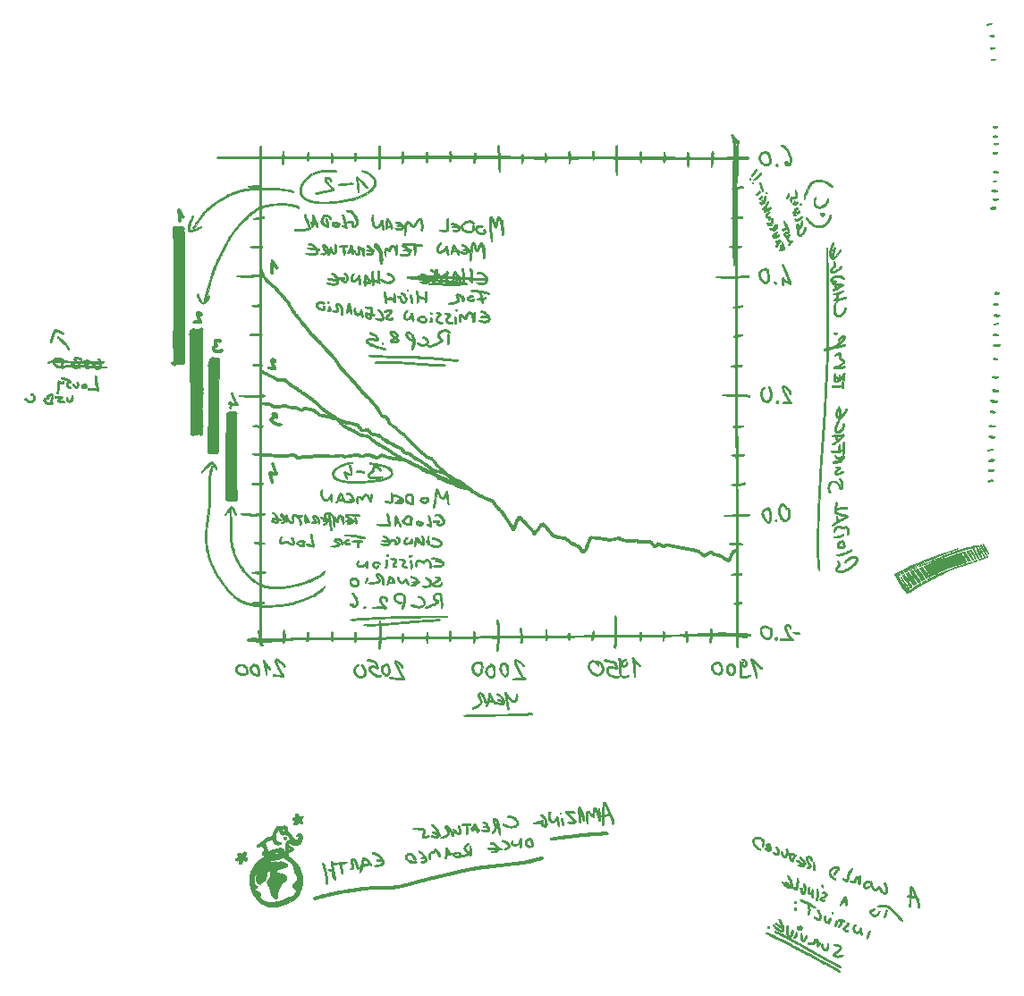
<source format=gbr>
%TF.GenerationSoftware,KiCad,Pcbnew,(6.0.4-0)*%
%TF.CreationDate,2022-08-06T01:16:14+02:00*%
%TF.ProjectId,enisadev,656e6973-6164-4657-962e-6b696361645f,rev?*%
%TF.SameCoordinates,PXb71b00PYb71b00*%
%TF.FileFunction,Legend,Bot*%
%TF.FilePolarity,Positive*%
%FSLAX46Y46*%
G04 Gerber Fmt 4.6, Leading zero omitted, Abs format (unit mm)*
G04 Created by KiCad (PCBNEW (6.0.4-0)) date 2022-08-06 01:16:14*
%MOMM*%
%LPD*%
G01*
G04 APERTURE LIST*
%ADD10C,0.010000*%
G04 APERTURE END LIST*
%TO.C,G\u002A\u002A\u002A*%
G36*
X97564988Y-2821412D02*
G01*
X97587001Y-2830457D01*
X97589657Y-2837978D01*
X97570225Y-2863414D01*
X97518799Y-2888646D01*
X97445678Y-2911703D01*
X97361164Y-2930619D01*
X97275558Y-2943421D01*
X97199161Y-2948143D01*
X97142275Y-2942814D01*
X97116632Y-2928406D01*
X97117435Y-2897787D01*
X97158367Y-2871147D01*
X97237332Y-2849432D01*
X97319586Y-2837022D01*
X97436356Y-2824712D01*
X97516465Y-2819503D01*
X97564988Y-2821412D01*
G37*
D10*
X97564988Y-2821412D02*
X97587001Y-2830457D01*
X97589657Y-2837978D01*
X97570225Y-2863414D01*
X97518799Y-2888646D01*
X97445678Y-2911703D01*
X97361164Y-2930619D01*
X97275558Y-2943421D01*
X97199161Y-2948143D01*
X97142275Y-2942814D01*
X97116632Y-2928406D01*
X97117435Y-2897787D01*
X97158367Y-2871147D01*
X97237332Y-2849432D01*
X97319586Y-2837022D01*
X97436356Y-2824712D01*
X97516465Y-2819503D01*
X97564988Y-2821412D01*
G36*
X97593878Y-3880544D02*
G01*
X97689152Y-3902931D01*
X97689795Y-3903123D01*
X97772407Y-3934875D01*
X97812769Y-3968011D01*
X97810860Y-4002445D01*
X97766661Y-4038094D01*
X97725336Y-4057765D01*
X97661144Y-4079423D01*
X97602660Y-4083220D01*
X97530347Y-4069596D01*
X97504990Y-4062728D01*
X97429215Y-4031401D01*
X97390405Y-3993056D01*
X97389935Y-3952105D01*
X97429178Y-3912956D01*
X97454234Y-3899722D01*
X97520412Y-3879544D01*
X97593878Y-3880544D01*
G37*
X97593878Y-3880544D02*
X97689152Y-3902931D01*
X97689795Y-3903123D01*
X97772407Y-3934875D01*
X97812769Y-3968011D01*
X97810860Y-4002445D01*
X97766661Y-4038094D01*
X97725336Y-4057765D01*
X97661144Y-4079423D01*
X97602660Y-4083220D01*
X97530347Y-4069596D01*
X97504990Y-4062728D01*
X97429215Y-4031401D01*
X97390405Y-3993056D01*
X97389935Y-3952105D01*
X97429178Y-3912956D01*
X97454234Y-3899722D01*
X97520412Y-3879544D01*
X97593878Y-3880544D01*
G36*
X97784661Y-5074478D02*
G01*
X97785449Y-5074608D01*
X97845723Y-5095431D01*
X97867118Y-5127379D01*
X97849334Y-5164143D01*
X97792068Y-5199414D01*
X97791420Y-5199685D01*
X97731887Y-5219138D01*
X97668125Y-5226070D01*
X97586364Y-5221069D01*
X97515574Y-5211477D01*
X97456428Y-5196548D01*
X97429222Y-5171394D01*
X97424646Y-5154819D01*
X97437356Y-5112507D01*
X97485381Y-5082057D01*
X97563053Y-5064728D01*
X97664702Y-5061782D01*
X97784661Y-5074478D01*
G37*
X97784661Y-5074478D02*
X97785449Y-5074608D01*
X97845723Y-5095431D01*
X97867118Y-5127379D01*
X97849334Y-5164143D01*
X97792068Y-5199414D01*
X97791420Y-5199685D01*
X97731887Y-5219138D01*
X97668125Y-5226070D01*
X97586364Y-5221069D01*
X97515574Y-5211477D01*
X97456428Y-5196548D01*
X97429222Y-5171394D01*
X97424646Y-5154819D01*
X97437356Y-5112507D01*
X97485381Y-5082057D01*
X97563053Y-5064728D01*
X97664702Y-5061782D01*
X97784661Y-5074478D01*
G36*
X97952638Y-6177536D02*
G01*
X97954680Y-6201855D01*
X97920097Y-6228763D01*
X97854276Y-6255640D01*
X97762601Y-6279866D01*
X97728217Y-6286716D01*
X97632795Y-6302776D01*
X97571808Y-6308378D01*
X97538628Y-6303353D01*
X97526626Y-6287528D01*
X97526157Y-6281503D01*
X97540171Y-6253559D01*
X97584843Y-6228553D01*
X97664112Y-6204915D01*
X97775581Y-6182204D01*
X97867192Y-6168549D01*
X97924278Y-6167100D01*
X97952638Y-6177536D01*
G37*
X97952638Y-6177536D02*
X97954680Y-6201855D01*
X97920097Y-6228763D01*
X97854276Y-6255640D01*
X97762601Y-6279866D01*
X97728217Y-6286716D01*
X97632795Y-6302776D01*
X97571808Y-6308378D01*
X97538628Y-6303353D01*
X97526626Y-6287528D01*
X97526157Y-6281503D01*
X97540171Y-6253559D01*
X97584843Y-6228553D01*
X97664112Y-6204915D01*
X97775581Y-6182204D01*
X97867192Y-6168549D01*
X97924278Y-6167100D01*
X97952638Y-6177536D01*
G36*
X97942279Y-12504511D02*
G01*
X98044780Y-12513948D01*
X98108439Y-12536879D01*
X98134827Y-12574197D01*
X98131175Y-12611949D01*
X98094818Y-12660283D01*
X98026599Y-12689640D01*
X97933221Y-12698501D01*
X97821388Y-12685346D01*
X97814170Y-12683809D01*
X97750272Y-12657823D01*
X97723592Y-12618741D01*
X97736217Y-12571291D01*
X97754715Y-12549024D01*
X97787790Y-12522455D01*
X97827879Y-12508495D01*
X97888366Y-12503967D01*
X97942279Y-12504511D01*
G37*
X97942279Y-12504511D02*
X98044780Y-12513948D01*
X98108439Y-12536879D01*
X98134827Y-12574197D01*
X98131175Y-12611949D01*
X98094818Y-12660283D01*
X98026599Y-12689640D01*
X97933221Y-12698501D01*
X97821388Y-12685346D01*
X97814170Y-12683809D01*
X97750272Y-12657823D01*
X97723592Y-12618741D01*
X97736217Y-12571291D01*
X97754715Y-12549024D01*
X97787790Y-12522455D01*
X97827879Y-12508495D01*
X97888366Y-12503967D01*
X97942279Y-12504511D01*
G36*
X97995349Y-13430843D02*
G01*
X98065940Y-13444052D01*
X98117856Y-13465062D01*
X98139859Y-13492509D01*
X98139990Y-13494923D01*
X98120724Y-13537722D01*
X98070294Y-13573317D01*
X97999750Y-13597664D01*
X97920142Y-13606718D01*
X97854240Y-13599518D01*
X97797263Y-13586570D01*
X97764282Y-13579378D01*
X97724461Y-13556940D01*
X97718214Y-13520443D01*
X97744056Y-13479555D01*
X97783892Y-13451673D01*
X97843088Y-13433289D01*
X97917320Y-13426801D01*
X97995349Y-13430843D01*
G37*
X97995349Y-13430843D02*
X98065940Y-13444052D01*
X98117856Y-13465062D01*
X98139859Y-13492509D01*
X98139990Y-13494923D01*
X98120724Y-13537722D01*
X98070294Y-13573317D01*
X97999750Y-13597664D01*
X97920142Y-13606718D01*
X97854240Y-13599518D01*
X97797263Y-13586570D01*
X97764282Y-13579378D01*
X97724461Y-13556940D01*
X97718214Y-13520443D01*
X97744056Y-13479555D01*
X97783892Y-13451673D01*
X97843088Y-13433289D01*
X97917320Y-13426801D01*
X97995349Y-13430843D01*
G36*
X98012003Y-14126003D02*
G01*
X98085547Y-14140597D01*
X98149683Y-14160616D01*
X98192511Y-14182536D01*
X98203490Y-14198084D01*
X98184233Y-14230418D01*
X98133734Y-14256566D01*
X98062907Y-14274254D01*
X97982662Y-14281207D01*
X97903911Y-14275151D01*
X97871157Y-14267360D01*
X97820114Y-14246284D01*
X97789137Y-14223509D01*
X97788414Y-14222425D01*
X97790420Y-14191936D01*
X97822443Y-14159772D01*
X97873187Y-14133493D01*
X97931354Y-14120657D01*
X97940948Y-14120355D01*
X98012003Y-14126003D01*
G37*
X98012003Y-14126003D02*
X98085547Y-14140597D01*
X98149683Y-14160616D01*
X98192511Y-14182536D01*
X98203490Y-14198084D01*
X98184233Y-14230418D01*
X98133734Y-14256566D01*
X98062907Y-14274254D01*
X97982662Y-14281207D01*
X97903911Y-14275151D01*
X97871157Y-14267360D01*
X97820114Y-14246284D01*
X97789137Y-14223509D01*
X97788414Y-14222425D01*
X97790420Y-14191936D01*
X97822443Y-14159772D01*
X97873187Y-14133493D01*
X97931354Y-14120657D01*
X97940948Y-14120355D01*
X98012003Y-14126003D01*
G36*
X97920679Y-14974478D02*
G01*
X98023949Y-14986766D01*
X98090936Y-15004538D01*
X98127592Y-15030446D01*
X98139872Y-15067142D01*
X98139990Y-15072166D01*
X98120744Y-15122012D01*
X98069737Y-15161039D01*
X97997066Y-15184756D01*
X97912829Y-15188671D01*
X97885990Y-15185169D01*
X97785710Y-15164929D01*
X97721290Y-15144493D01*
X97686348Y-15120869D01*
X97674503Y-15091065D01*
X97674324Y-15085903D01*
X97689516Y-15034699D01*
X97716480Y-14998932D01*
X97744446Y-14979523D01*
X97781098Y-14969944D01*
X97837686Y-14968846D01*
X97920679Y-14974478D01*
G37*
X97920679Y-14974478D02*
X98023949Y-14986766D01*
X98090936Y-15004538D01*
X98127592Y-15030446D01*
X98139872Y-15067142D01*
X98139990Y-15072166D01*
X98120744Y-15122012D01*
X98069737Y-15161039D01*
X97997066Y-15184756D01*
X97912829Y-15188671D01*
X97885990Y-15185169D01*
X97785710Y-15164929D01*
X97721290Y-15144493D01*
X97686348Y-15120869D01*
X97674503Y-15091065D01*
X97674324Y-15085903D01*
X97689516Y-15034699D01*
X97716480Y-14998932D01*
X97744446Y-14979523D01*
X97781098Y-14969944D01*
X97837686Y-14968846D01*
X97920679Y-14974478D01*
G36*
X97928468Y-16780730D02*
G01*
X97988346Y-16796206D01*
X98031251Y-16811351D01*
X98104542Y-16837189D01*
X98168244Y-16857763D01*
X98198511Y-16866142D01*
X98246738Y-16884729D01*
X98253003Y-16908903D01*
X98217304Y-16938644D01*
X98205233Y-16945204D01*
X98130004Y-16968038D01*
X98034817Y-16975289D01*
X97939403Y-16966106D01*
X97907020Y-16958078D01*
X97834690Y-16930873D01*
X97773165Y-16898614D01*
X97732490Y-16867459D01*
X97722207Y-16844787D01*
X97745995Y-16824318D01*
X97796211Y-16801843D01*
X97821194Y-16793765D01*
X97878872Y-16780429D01*
X97928468Y-16780730D01*
G37*
X97928468Y-16780730D02*
X97988346Y-16796206D01*
X98031251Y-16811351D01*
X98104542Y-16837189D01*
X98168244Y-16857763D01*
X98198511Y-16866142D01*
X98246738Y-16884729D01*
X98253003Y-16908903D01*
X98217304Y-16938644D01*
X98205233Y-16945204D01*
X98130004Y-16968038D01*
X98034817Y-16975289D01*
X97939403Y-16966106D01*
X97907020Y-16958078D01*
X97834690Y-16930873D01*
X97773165Y-16898614D01*
X97732490Y-16867459D01*
X97722207Y-16844787D01*
X97745995Y-16824318D01*
X97796211Y-16801843D01*
X97821194Y-16793765D01*
X97878872Y-16780429D01*
X97928468Y-16780730D01*
G36*
X98084030Y-17684538D02*
G01*
X98094974Y-17700055D01*
X98079758Y-17725335D01*
X98045568Y-17748670D01*
X97987609Y-17771958D01*
X97916608Y-17792824D01*
X97843293Y-17808890D01*
X97778392Y-17817780D01*
X97732632Y-17817119D01*
X97716657Y-17805759D01*
X97736650Y-17777741D01*
X97792471Y-17747750D01*
X97877880Y-17718562D01*
X97956424Y-17699120D01*
X98038774Y-17684424D01*
X98084030Y-17684538D01*
G37*
X98084030Y-17684538D02*
X98094974Y-17700055D01*
X98079758Y-17725335D01*
X98045568Y-17748670D01*
X97987609Y-17771958D01*
X97916608Y-17792824D01*
X97843293Y-17808890D01*
X97778392Y-17817780D01*
X97732632Y-17817119D01*
X97716657Y-17805759D01*
X97736650Y-17777741D01*
X97792471Y-17747750D01*
X97877880Y-17718562D01*
X97956424Y-17699120D01*
X98038774Y-17684424D01*
X98084030Y-17684538D01*
G36*
X97812263Y-18549954D02*
G01*
X97878279Y-18575808D01*
X97935575Y-18594484D01*
X98011980Y-18605904D01*
X98050032Y-18607558D01*
X98115494Y-18609689D01*
X98148891Y-18618447D01*
X98160401Y-18637674D01*
X98161157Y-18649534D01*
X98144651Y-18691850D01*
X98113111Y-18722860D01*
X98052552Y-18746768D01*
X97966355Y-18761999D01*
X97870590Y-18767122D01*
X97781326Y-18760709D01*
X97752434Y-18754945D01*
X97660178Y-18723792D01*
X97604040Y-18687104D01*
X97585481Y-18647824D01*
X97605963Y-18608895D01*
X97663060Y-18574858D01*
X97744854Y-18548771D01*
X97812263Y-18549954D01*
G37*
X97812263Y-18549954D02*
X97878279Y-18575808D01*
X97935575Y-18594484D01*
X98011980Y-18605904D01*
X98050032Y-18607558D01*
X98115494Y-18609689D01*
X98148891Y-18618447D01*
X98160401Y-18637674D01*
X98161157Y-18649534D01*
X98144651Y-18691850D01*
X98113111Y-18722860D01*
X98052552Y-18746768D01*
X97966355Y-18761999D01*
X97870590Y-18767122D01*
X97781326Y-18760709D01*
X97752434Y-18754945D01*
X97660178Y-18723792D01*
X97604040Y-18687104D01*
X97585481Y-18647824D01*
X97605963Y-18608895D01*
X97663060Y-18574858D01*
X97744854Y-18548771D01*
X97812263Y-18549954D01*
G36*
X98110259Y-19371955D02*
G01*
X98174526Y-19380112D01*
X98210125Y-19396193D01*
X98223801Y-19422232D01*
X98224657Y-19434253D01*
X98210788Y-19479801D01*
X98166900Y-19511552D01*
X98089574Y-19530757D01*
X97975389Y-19538662D01*
X97937725Y-19539022D01*
X97851182Y-19537565D01*
X97781377Y-19533664D01*
X97738633Y-19528022D01*
X97730768Y-19524911D01*
X97718756Y-19493878D01*
X97716657Y-19470914D01*
X97736620Y-19431910D01*
X97792467Y-19400688D01*
X97878132Y-19379338D01*
X97987550Y-19369948D01*
X98010579Y-19369689D01*
X98110259Y-19371955D01*
G37*
X98110259Y-19371955D02*
X98174526Y-19380112D01*
X98210125Y-19396193D01*
X98223801Y-19422232D01*
X98224657Y-19434253D01*
X98210788Y-19479801D01*
X98166900Y-19511552D01*
X98089574Y-19530757D01*
X97975389Y-19538662D01*
X97937725Y-19539022D01*
X97851182Y-19537565D01*
X97781377Y-19533664D01*
X97738633Y-19528022D01*
X97730768Y-19524911D01*
X97718756Y-19493878D01*
X97716657Y-19470914D01*
X97736620Y-19431910D01*
X97792467Y-19400688D01*
X97878132Y-19379338D01*
X97987550Y-19369948D01*
X98010579Y-19369689D01*
X98110259Y-19371955D01*
G36*
X97935621Y-20165368D02*
G01*
X97961402Y-20183469D01*
X97971001Y-20191211D01*
X98004359Y-20238329D01*
X97998928Y-20288246D01*
X97957084Y-20333874D01*
X97915743Y-20356137D01*
X97849139Y-20376404D01*
X97765999Y-20391254D01*
X97678314Y-20399877D01*
X97598075Y-20401460D01*
X97537273Y-20395193D01*
X97510282Y-20383578D01*
X97481837Y-20332957D01*
X97493513Y-20284947D01*
X97543100Y-20241659D01*
X97628386Y-20205206D01*
X97720799Y-20182390D01*
X97811542Y-20165435D01*
X97870832Y-20156708D01*
X97908811Y-20156567D01*
X97935621Y-20165368D01*
G37*
X97935621Y-20165368D02*
X97961402Y-20183469D01*
X97971001Y-20191211D01*
X98004359Y-20238329D01*
X97998928Y-20288246D01*
X97957084Y-20333874D01*
X97915743Y-20356137D01*
X97849139Y-20376404D01*
X97765999Y-20391254D01*
X97678314Y-20399877D01*
X97598075Y-20401460D01*
X97537273Y-20395193D01*
X97510282Y-20383578D01*
X97481837Y-20332957D01*
X97493513Y-20284947D01*
X97543100Y-20241659D01*
X97628386Y-20205206D01*
X97720799Y-20182390D01*
X97811542Y-20165435D01*
X97870832Y-20156708D01*
X97908811Y-20156567D01*
X97935621Y-20165368D01*
G36*
X98087452Y-28246810D02*
G01*
X98181526Y-28257982D01*
X98240956Y-28270330D01*
X98273380Y-28287124D01*
X98286437Y-28311636D01*
X98288157Y-28332756D01*
X98269850Y-28395314D01*
X98216593Y-28437082D01*
X98130884Y-28457011D01*
X98015219Y-28454057D01*
X98002407Y-28452502D01*
X97919641Y-28438489D01*
X97871051Y-28419544D01*
X97848480Y-28390613D01*
X97843657Y-28354177D01*
X97861697Y-28295029D01*
X97915211Y-28257924D01*
X98003288Y-28243261D01*
X98087452Y-28246810D01*
G37*
X98087452Y-28246810D02*
X98181526Y-28257982D01*
X98240956Y-28270330D01*
X98273380Y-28287124D01*
X98286437Y-28311636D01*
X98288157Y-28332756D01*
X98269850Y-28395314D01*
X98216593Y-28437082D01*
X98130884Y-28457011D01*
X98015219Y-28454057D01*
X98002407Y-28452502D01*
X97919641Y-28438489D01*
X97871051Y-28419544D01*
X97848480Y-28390613D01*
X97843657Y-28354177D01*
X97861697Y-28295029D01*
X97915211Y-28257924D01*
X98003288Y-28243261D01*
X98087452Y-28246810D01*
G36*
X98073842Y-29317018D02*
G01*
X98088284Y-29320535D01*
X98147834Y-29339420D01*
X98175708Y-29361737D01*
X98182324Y-29393418D01*
X98163973Y-29449519D01*
X98113063Y-29486964D01*
X98035801Y-29504093D01*
X97938399Y-29499250D01*
X97856523Y-29480399D01*
X97782082Y-29448270D01*
X97746334Y-29409860D01*
X97750637Y-29367608D01*
X97777210Y-29337862D01*
X97848585Y-29305252D01*
X97949071Y-29298214D01*
X98073842Y-29317018D01*
G37*
X98073842Y-29317018D02*
X98088284Y-29320535D01*
X98147834Y-29339420D01*
X98175708Y-29361737D01*
X98182324Y-29393418D01*
X98163973Y-29449519D01*
X98113063Y-29486964D01*
X98035801Y-29504093D01*
X97938399Y-29499250D01*
X97856523Y-29480399D01*
X97782082Y-29448270D01*
X97746334Y-29409860D01*
X97750637Y-29367608D01*
X97777210Y-29337862D01*
X97848585Y-29305252D01*
X97949071Y-29298214D01*
X98073842Y-29317018D01*
G36*
X98073059Y-30363469D02*
G01*
X98114277Y-30386939D01*
X98213230Y-30431905D01*
X98282487Y-30439855D01*
X98346291Y-30446005D01*
X98369544Y-30462768D01*
X98351677Y-30487612D01*
X98299420Y-30515019D01*
X98209341Y-30538014D01*
X98100951Y-30544696D01*
X97992079Y-30535595D01*
X97900554Y-30511240D01*
X97882070Y-30502618D01*
X97816546Y-30462730D01*
X97788951Y-30429529D01*
X97796689Y-30397459D01*
X97821467Y-30372927D01*
X97893836Y-30339635D01*
X97982041Y-30336690D01*
X98073059Y-30363469D01*
G37*
X98073059Y-30363469D02*
X98114277Y-30386939D01*
X98213230Y-30431905D01*
X98282487Y-30439855D01*
X98346291Y-30446005D01*
X98369544Y-30462768D01*
X98351677Y-30487612D01*
X98299420Y-30515019D01*
X98209341Y-30538014D01*
X98100951Y-30544696D01*
X97992079Y-30535595D01*
X97900554Y-30511240D01*
X97882070Y-30502618D01*
X97816546Y-30462730D01*
X97788951Y-30429529D01*
X97796689Y-30397459D01*
X97821467Y-30372927D01*
X97893836Y-30339635D01*
X97982041Y-30336690D01*
X98073059Y-30363469D01*
G36*
X98205720Y-31203171D02*
G01*
X98244620Y-31208260D01*
X98254797Y-31218833D01*
X98247775Y-31231254D01*
X98213815Y-31253609D01*
X98156314Y-31273838D01*
X98084516Y-31290751D01*
X98007665Y-31303162D01*
X97935006Y-31309883D01*
X97875782Y-31309725D01*
X97839239Y-31301502D01*
X97834408Y-31284362D01*
X97876337Y-31250414D01*
X97950166Y-31223501D01*
X98045674Y-31206465D01*
X98131319Y-31201855D01*
X98205720Y-31203171D01*
G37*
X98205720Y-31203171D02*
X98244620Y-31208260D01*
X98254797Y-31218833D01*
X98247775Y-31231254D01*
X98213815Y-31253609D01*
X98156314Y-31273838D01*
X98084516Y-31290751D01*
X98007665Y-31303162D01*
X97935006Y-31309883D01*
X97875782Y-31309725D01*
X97839239Y-31301502D01*
X97834408Y-31284362D01*
X97876337Y-31250414D01*
X97950166Y-31223501D01*
X98045674Y-31206465D01*
X98131319Y-31201855D01*
X98205720Y-31203171D01*
G36*
X98009234Y-32214007D02*
G01*
X98094465Y-32224359D01*
X98169135Y-32239771D01*
X98222960Y-32258958D01*
X98245659Y-32280639D01*
X98245824Y-32282637D01*
X98228389Y-32315749D01*
X98191911Y-32341458D01*
X98137940Y-32354632D01*
X98056340Y-32361817D01*
X97961411Y-32362885D01*
X97867449Y-32357705D01*
X97788753Y-32346148D01*
X97784374Y-32345142D01*
X97733618Y-32330726D01*
X97703915Y-32317860D01*
X97702880Y-32316967D01*
X97700844Y-32290596D01*
X97733164Y-32258153D01*
X97792989Y-32226135D01*
X97848214Y-32213612D01*
X97923723Y-32209997D01*
X98009234Y-32214007D01*
G37*
X98009234Y-32214007D02*
X98094465Y-32224359D01*
X98169135Y-32239771D01*
X98222960Y-32258958D01*
X98245659Y-32280639D01*
X98245824Y-32282637D01*
X98228389Y-32315749D01*
X98191911Y-32341458D01*
X98137940Y-32354632D01*
X98056340Y-32361817D01*
X97961411Y-32362885D01*
X97867449Y-32357705D01*
X97788753Y-32346148D01*
X97784374Y-32345142D01*
X97733618Y-32330726D01*
X97703915Y-32317860D01*
X97702880Y-32316967D01*
X97700844Y-32290596D01*
X97733164Y-32258153D01*
X97792989Y-32226135D01*
X97848214Y-32213612D01*
X97923723Y-32209997D01*
X98009234Y-32214007D01*
G36*
X98000614Y-33187736D02*
G01*
X98018635Y-33194392D01*
X98074217Y-33208823D01*
X98154892Y-33219177D01*
X98243463Y-33223269D01*
X98245824Y-33223272D01*
X98327075Y-33224229D01*
X98375252Y-33228830D01*
X98399601Y-33239670D01*
X98409366Y-33259343D01*
X98411177Y-33269675D01*
X98397833Y-33311553D01*
X98350363Y-33346933D01*
X98276670Y-33374374D01*
X98184656Y-33392440D01*
X98082225Y-33399690D01*
X97977281Y-33394687D01*
X97877727Y-33375992D01*
X97858507Y-33370276D01*
X97781928Y-33337944D01*
X97746353Y-33301954D01*
X97750486Y-33260303D01*
X97769912Y-33233481D01*
X97832806Y-33192424D01*
X97915192Y-33176314D01*
X98000614Y-33187736D01*
G37*
X98000614Y-33187736D02*
X98018635Y-33194392D01*
X98074217Y-33208823D01*
X98154892Y-33219177D01*
X98243463Y-33223269D01*
X98245824Y-33223272D01*
X98327075Y-33224229D01*
X98375252Y-33228830D01*
X98399601Y-33239670D01*
X98409366Y-33259343D01*
X98411177Y-33269675D01*
X98397833Y-33311553D01*
X98350363Y-33346933D01*
X98276670Y-33374374D01*
X98184656Y-33392440D01*
X98082225Y-33399690D01*
X97977281Y-33394687D01*
X97877727Y-33375992D01*
X97858507Y-33370276D01*
X97781928Y-33337944D01*
X97746353Y-33301954D01*
X97750486Y-33260303D01*
X97769912Y-33233481D01*
X97832806Y-33192424D01*
X97915192Y-33176314D01*
X98000614Y-33187736D01*
G36*
X98026807Y-34524423D02*
G01*
X98042284Y-34528590D01*
X98113541Y-34551885D01*
X98145447Y-34572159D01*
X98140444Y-34593140D01*
X98101140Y-34618471D01*
X98021869Y-34642545D01*
X97921395Y-34649651D01*
X97817432Y-34639483D01*
X97758990Y-34624369D01*
X97704053Y-34598553D01*
X97691084Y-34571783D01*
X97719727Y-34542280D01*
X97740198Y-34530626D01*
X97817577Y-34508855D01*
X97917958Y-34506754D01*
X98026807Y-34524423D01*
G37*
X98026807Y-34524423D02*
X98042284Y-34528590D01*
X98113541Y-34551885D01*
X98145447Y-34572159D01*
X98140444Y-34593140D01*
X98101140Y-34618471D01*
X98021869Y-34642545D01*
X97921395Y-34649651D01*
X97817432Y-34639483D01*
X97758990Y-34624369D01*
X97704053Y-34598553D01*
X97691084Y-34571783D01*
X97719727Y-34542280D01*
X97740198Y-34530626D01*
X97817577Y-34508855D01*
X97917958Y-34506754D01*
X98026807Y-34524423D01*
G36*
X97925895Y-36211238D02*
G01*
X97943627Y-36214831D01*
X98024112Y-36231452D01*
X98103041Y-36246228D01*
X98124115Y-36249789D01*
X98183308Y-36268610D01*
X98201706Y-36297020D01*
X98178729Y-36331404D01*
X98141041Y-36355395D01*
X98053324Y-36380270D01*
X97932473Y-36382105D01*
X97791378Y-36362884D01*
X97704776Y-36342008D01*
X97657542Y-36318659D01*
X97646710Y-36290356D01*
X97666112Y-36258068D01*
X97728363Y-36218810D01*
X97817946Y-36202734D01*
X97925895Y-36211238D01*
G37*
X97925895Y-36211238D02*
X97943627Y-36214831D01*
X98024112Y-36231452D01*
X98103041Y-36246228D01*
X98124115Y-36249789D01*
X98183308Y-36268610D01*
X98201706Y-36297020D01*
X98178729Y-36331404D01*
X98141041Y-36355395D01*
X98053324Y-36380270D01*
X97932473Y-36382105D01*
X97791378Y-36362884D01*
X97704776Y-36342008D01*
X97657542Y-36318659D01*
X97646710Y-36290356D01*
X97666112Y-36258068D01*
X97728363Y-36218810D01*
X97817946Y-36202734D01*
X97925895Y-36211238D01*
G36*
X97885815Y-37457462D02*
G01*
X97960074Y-37488355D01*
X98035394Y-37515990D01*
X98115361Y-37530186D01*
X98129649Y-37530689D01*
X98209056Y-37541282D01*
X98255029Y-37570277D01*
X98264888Y-37613492D01*
X98235953Y-37666747D01*
X98224657Y-37678855D01*
X98191854Y-37702802D01*
X98146085Y-37715658D01*
X98075089Y-37720163D01*
X98039449Y-37720259D01*
X97950691Y-37715218D01*
X97865755Y-37703080D01*
X97813832Y-37689846D01*
X97729293Y-37648973D01*
X97677278Y-37601134D01*
X97659775Y-37551456D01*
X97678775Y-37505066D01*
X97728643Y-37470401D01*
X97806615Y-37448310D01*
X97885815Y-37457462D01*
G37*
X97885815Y-37457462D02*
X97960074Y-37488355D01*
X98035394Y-37515990D01*
X98115361Y-37530186D01*
X98129649Y-37530689D01*
X98209056Y-37541282D01*
X98255029Y-37570277D01*
X98264888Y-37613492D01*
X98235953Y-37666747D01*
X98224657Y-37678855D01*
X98191854Y-37702802D01*
X98146085Y-37715658D01*
X98075089Y-37720163D01*
X98039449Y-37720259D01*
X97950691Y-37715218D01*
X97865755Y-37703080D01*
X97813832Y-37689846D01*
X97729293Y-37648973D01*
X97677278Y-37601134D01*
X97659775Y-37551456D01*
X97678775Y-37505066D01*
X97728643Y-37470401D01*
X97806615Y-37448310D01*
X97885815Y-37457462D01*
G36*
X97697947Y-38426661D02*
G01*
X97781802Y-38455432D01*
X97841943Y-38476480D01*
X97924143Y-38494292D01*
X97991429Y-38503057D01*
X98065802Y-38510657D01*
X98107900Y-38520431D01*
X98127704Y-38537079D01*
X98135196Y-38565303D01*
X98135907Y-38571100D01*
X98127906Y-38627247D01*
X98087160Y-38665615D01*
X98011283Y-38687434D01*
X97897886Y-38693930D01*
X97897155Y-38693926D01*
X97808185Y-38689294D01*
X97724098Y-38678145D01*
X97669224Y-38664736D01*
X97569563Y-38620565D01*
X97507550Y-38573605D01*
X97484436Y-38525773D01*
X97501470Y-38478985D01*
X97530867Y-38452639D01*
X97606604Y-38423815D01*
X97697947Y-38426661D01*
G37*
X97697947Y-38426661D02*
X97781802Y-38455432D01*
X97841943Y-38476480D01*
X97924143Y-38494292D01*
X97991429Y-38503057D01*
X98065802Y-38510657D01*
X98107900Y-38520431D01*
X98127704Y-38537079D01*
X98135196Y-38565303D01*
X98135907Y-38571100D01*
X98127906Y-38627247D01*
X98087160Y-38665615D01*
X98011283Y-38687434D01*
X97897886Y-38693930D01*
X97897155Y-38693926D01*
X97808185Y-38689294D01*
X97724098Y-38678145D01*
X97669224Y-38664736D01*
X97569563Y-38620565D01*
X97507550Y-38573605D01*
X97484436Y-38525773D01*
X97501470Y-38478985D01*
X97530867Y-38452639D01*
X97606604Y-38423815D01*
X97697947Y-38426661D01*
G36*
X97626360Y-39484530D02*
G01*
X97691496Y-39501506D01*
X97766510Y-39525128D01*
X97840475Y-39551573D01*
X97902462Y-39577017D01*
X97941544Y-39597639D01*
X97949490Y-39606566D01*
X97933977Y-39630186D01*
X97902447Y-39656738D01*
X97837657Y-39681090D01*
X97747223Y-39687439D01*
X97643627Y-39676189D01*
X97539349Y-39647742D01*
X97531449Y-39644773D01*
X97457691Y-39610226D01*
X97423501Y-39577911D01*
X97420324Y-39564607D01*
X97439362Y-39527857D01*
X97487975Y-39497323D01*
X97553408Y-39479835D01*
X97582030Y-39478022D01*
X97626360Y-39484530D01*
G37*
X97626360Y-39484530D02*
X97691496Y-39501506D01*
X97766510Y-39525128D01*
X97840475Y-39551573D01*
X97902462Y-39577017D01*
X97941544Y-39597639D01*
X97949490Y-39606566D01*
X97933977Y-39630186D01*
X97902447Y-39656738D01*
X97837657Y-39681090D01*
X97747223Y-39687439D01*
X97643627Y-39676189D01*
X97539349Y-39647742D01*
X97531449Y-39644773D01*
X97457691Y-39610226D01*
X97423501Y-39577911D01*
X97420324Y-39564607D01*
X97439362Y-39527857D01*
X97487975Y-39497323D01*
X97553408Y-39479835D01*
X97582030Y-39478022D01*
X97626360Y-39484530D01*
G36*
X97671977Y-40864644D02*
G01*
X97718006Y-40867095D01*
X97838558Y-40875883D01*
X97918105Y-40886704D01*
X97957952Y-40900235D01*
X97959407Y-40917151D01*
X97923774Y-40938129D01*
X97884400Y-40953202D01*
X97820097Y-40966229D01*
X97724383Y-40973720D01*
X97607849Y-40975407D01*
X97481088Y-40971022D01*
X97404449Y-40965357D01*
X97340487Y-40953888D01*
X97318148Y-40935290D01*
X97337585Y-40910387D01*
X97389230Y-40883967D01*
X97433014Y-40870201D01*
X97488736Y-40862699D01*
X97565393Y-40861001D01*
X97671977Y-40864644D01*
G37*
X97671977Y-40864644D02*
X97718006Y-40867095D01*
X97838558Y-40875883D01*
X97918105Y-40886704D01*
X97957952Y-40900235D01*
X97959407Y-40917151D01*
X97923774Y-40938129D01*
X97884400Y-40953202D01*
X97820097Y-40966229D01*
X97724383Y-40973720D01*
X97607849Y-40975407D01*
X97481088Y-40971022D01*
X97404449Y-40965357D01*
X97340487Y-40953888D01*
X97318148Y-40935290D01*
X97337585Y-40910387D01*
X97389230Y-40883967D01*
X97433014Y-40870201D01*
X97488736Y-40862699D01*
X97565393Y-40861001D01*
X97671977Y-40864644D01*
G36*
X97559421Y-41857571D02*
G01*
X97630533Y-41879876D01*
X97656137Y-41890557D01*
X97723361Y-41916224D01*
X97783793Y-41931472D01*
X97801324Y-41933214D01*
X97865638Y-41943098D01*
X97895629Y-41966274D01*
X97894641Y-41996722D01*
X97866022Y-42028421D01*
X97813120Y-42055352D01*
X97739280Y-42071494D01*
X97723715Y-42072809D01*
X97645034Y-42073019D01*
X97570679Y-42065647D01*
X97550418Y-42061512D01*
X97468227Y-42035965D01*
X97394910Y-42004685D01*
X97340541Y-41972804D01*
X97315194Y-41945458D01*
X97314490Y-41941267D01*
X97333127Y-41910662D01*
X97379875Y-41880499D01*
X97440994Y-41857576D01*
X97501628Y-41848689D01*
X97559421Y-41857571D01*
G37*
X97559421Y-41857571D02*
X97630533Y-41879876D01*
X97656137Y-41890557D01*
X97723361Y-41916224D01*
X97783793Y-41931472D01*
X97801324Y-41933214D01*
X97865638Y-41943098D01*
X97895629Y-41966274D01*
X97894641Y-41996722D01*
X97866022Y-42028421D01*
X97813120Y-42055352D01*
X97739280Y-42071494D01*
X97723715Y-42072809D01*
X97645034Y-42073019D01*
X97570679Y-42065647D01*
X97550418Y-42061512D01*
X97468227Y-42035965D01*
X97394910Y-42004685D01*
X97340541Y-41972804D01*
X97315194Y-41945458D01*
X97314490Y-41941267D01*
X97333127Y-41910662D01*
X97379875Y-41880499D01*
X97440994Y-41857576D01*
X97501628Y-41848689D01*
X97559421Y-41857571D01*
G36*
X97690823Y-43128877D02*
G01*
X97704996Y-43138111D01*
X97700025Y-43162969D01*
X97657375Y-43186717D01*
X97581702Y-43207971D01*
X97477659Y-43225342D01*
X97378512Y-43235405D01*
X97286076Y-43241923D01*
X97229324Y-43243658D01*
X97201811Y-43239998D01*
X97197096Y-43230333D01*
X97204527Y-43218915D01*
X97241743Y-43195037D01*
X97307030Y-43172035D01*
X97389998Y-43151586D01*
X97480253Y-43135368D01*
X97567403Y-43125058D01*
X97641058Y-43122335D01*
X97690823Y-43128877D01*
G37*
X97690823Y-43128877D02*
X97704996Y-43138111D01*
X97700025Y-43162969D01*
X97657375Y-43186717D01*
X97581702Y-43207971D01*
X97477659Y-43225342D01*
X97378512Y-43235405D01*
X97286076Y-43241923D01*
X97229324Y-43243658D01*
X97201811Y-43239998D01*
X97197096Y-43230333D01*
X97204527Y-43218915D01*
X97241743Y-43195037D01*
X97307030Y-43172035D01*
X97389998Y-43151586D01*
X97480253Y-43135368D01*
X97567403Y-43125058D01*
X97641058Y-43122335D01*
X97690823Y-43128877D01*
G36*
X97740482Y-44073827D02*
G01*
X97799946Y-44083323D01*
X97831757Y-44102643D01*
X97843143Y-44134548D01*
X97843657Y-44146792D01*
X97829779Y-44192113D01*
X97785356Y-44226436D01*
X97706199Y-44252023D01*
X97621407Y-44266857D01*
X97535089Y-44278760D01*
X97451058Y-44290291D01*
X97409691Y-44295936D01*
X97352463Y-44299627D01*
X97314241Y-44294643D01*
X97309149Y-44291625D01*
X97296716Y-44259899D01*
X97293324Y-44225437D01*
X97313035Y-44180997D01*
X97366365Y-44139575D01*
X97444604Y-44104970D01*
X97539045Y-44080987D01*
X97640980Y-44071427D01*
X97646134Y-44071395D01*
X97740482Y-44073827D01*
G37*
X97740482Y-44073827D02*
X97799946Y-44083323D01*
X97831757Y-44102643D01*
X97843143Y-44134548D01*
X97843657Y-44146792D01*
X97829779Y-44192113D01*
X97785356Y-44226436D01*
X97706199Y-44252023D01*
X97621407Y-44266857D01*
X97535089Y-44278760D01*
X97451058Y-44290291D01*
X97409691Y-44295936D01*
X97352463Y-44299627D01*
X97314241Y-44294643D01*
X97309149Y-44291625D01*
X97296716Y-44259899D01*
X97293324Y-44225437D01*
X97313035Y-44180997D01*
X97366365Y-44139575D01*
X97444604Y-44104970D01*
X97539045Y-44080987D01*
X97640980Y-44071427D01*
X97646134Y-44071395D01*
X97740482Y-44073827D01*
G36*
X97652350Y-45030203D02*
G01*
X97727123Y-45042614D01*
X97776997Y-45061592D01*
X97788504Y-45072596D01*
X97798477Y-45103716D01*
X97781479Y-45135000D01*
X97752518Y-45162554D01*
X97720232Y-45187202D01*
X97685290Y-45202500D01*
X97636880Y-45210632D01*
X97564192Y-45213780D01*
X97496754Y-45214189D01*
X97409401Y-45212757D01*
X97338729Y-45208920D01*
X97294953Y-45203361D01*
X97286268Y-45200077D01*
X97269036Y-45157020D01*
X97282912Y-45106500D01*
X97322870Y-45063107D01*
X97336184Y-45055166D01*
X97394595Y-45036840D01*
X97474490Y-45026869D01*
X97564274Y-45024806D01*
X97652350Y-45030203D01*
G37*
X97652350Y-45030203D02*
X97727123Y-45042614D01*
X97776997Y-45061592D01*
X97788504Y-45072596D01*
X97798477Y-45103716D01*
X97781479Y-45135000D01*
X97752518Y-45162554D01*
X97720232Y-45187202D01*
X97685290Y-45202500D01*
X97636880Y-45210632D01*
X97564192Y-45213780D01*
X97496754Y-45214189D01*
X97409401Y-45212757D01*
X97338729Y-45208920D01*
X97294953Y-45203361D01*
X97286268Y-45200077D01*
X97269036Y-45157020D01*
X97282912Y-45106500D01*
X97322870Y-45063107D01*
X97336184Y-45055166D01*
X97394595Y-45036840D01*
X97474490Y-45026869D01*
X97564274Y-45024806D01*
X97652350Y-45030203D01*
G36*
X97708454Y-46036341D02*
G01*
X97732082Y-46067724D01*
X97734062Y-46077171D01*
X97723979Y-46117607D01*
X97679479Y-46149688D01*
X97598308Y-46174293D01*
X97478210Y-46192299D01*
X97425512Y-46197293D01*
X97338454Y-46203588D01*
X97284475Y-46203901D01*
X97254612Y-46197194D01*
X97239899Y-46182429D01*
X97236774Y-46175439D01*
X97240402Y-46132573D01*
X97283497Y-46093922D01*
X97363267Y-46061207D01*
X97457328Y-46039440D01*
X97575184Y-46022759D01*
X97657524Y-46021540D01*
X97708454Y-46036341D01*
G37*
X97708454Y-46036341D02*
X97732082Y-46067724D01*
X97734062Y-46077171D01*
X97723979Y-46117607D01*
X97679479Y-46149688D01*
X97598308Y-46174293D01*
X97478210Y-46192299D01*
X97425512Y-46197293D01*
X97338454Y-46203588D01*
X97284475Y-46203901D01*
X97254612Y-46197194D01*
X97239899Y-46182429D01*
X97236774Y-46175439D01*
X97240402Y-46132573D01*
X97283497Y-46093922D01*
X97363267Y-46061207D01*
X97457328Y-46039440D01*
X97575184Y-46022759D01*
X97657524Y-46021540D01*
X97708454Y-46036341D01*
G36*
X94372324Y-52548439D02*
G01*
X94361740Y-52559022D01*
X94351157Y-52548439D01*
X94361740Y-52537855D01*
X94372324Y-52548439D01*
G37*
X94372324Y-52548439D02*
X94361740Y-52559022D01*
X94351157Y-52548439D01*
X94361740Y-52537855D01*
X94372324Y-52548439D01*
G36*
X96790672Y-52110800D02*
G01*
X96832744Y-52158610D01*
X96885853Y-52230000D01*
X96945367Y-52318184D01*
X97006657Y-52416379D01*
X97065091Y-52517797D01*
X97103692Y-52590772D01*
X97150187Y-52688538D01*
X97192519Y-52788039D01*
X97227804Y-52881163D01*
X97253160Y-52959798D01*
X97265704Y-53015832D01*
X97263477Y-53040424D01*
X97250994Y-53025485D01*
X97220704Y-52979637D01*
X97176149Y-52908527D01*
X97120873Y-52817798D01*
X97064812Y-52723908D01*
X96963684Y-52551873D01*
X96883581Y-52412625D01*
X96823036Y-52303089D01*
X96780583Y-52220187D01*
X96754757Y-52160844D01*
X96744089Y-52121983D01*
X96747114Y-52100526D01*
X96762366Y-52093399D01*
X96764265Y-52093355D01*
X96790672Y-52110800D01*
G37*
X96790672Y-52110800D02*
X96832744Y-52158610D01*
X96885853Y-52230000D01*
X96945367Y-52318184D01*
X97006657Y-52416379D01*
X97065091Y-52517797D01*
X97103692Y-52590772D01*
X97150187Y-52688538D01*
X97192519Y-52788039D01*
X97227804Y-52881163D01*
X97253160Y-52959798D01*
X97265704Y-53015832D01*
X97263477Y-53040424D01*
X97250994Y-53025485D01*
X97220704Y-52979637D01*
X97176149Y-52908527D01*
X97120873Y-52817798D01*
X97064812Y-52723908D01*
X96963684Y-52551873D01*
X96883581Y-52412625D01*
X96823036Y-52303089D01*
X96780583Y-52220187D01*
X96754757Y-52160844D01*
X96744089Y-52121983D01*
X96747114Y-52100526D01*
X96762366Y-52093399D01*
X96764265Y-52093355D01*
X96790672Y-52110800D01*
G36*
X96579795Y-52179043D02*
G01*
X96587073Y-52188605D01*
X96611860Y-52226630D01*
X96651835Y-52292713D01*
X96703622Y-52380864D01*
X96763847Y-52485091D01*
X96829132Y-52599405D01*
X96896102Y-52717813D01*
X96961381Y-52834326D01*
X97021595Y-52942953D01*
X97073365Y-53037702D01*
X97113318Y-53112584D01*
X97138078Y-53161607D01*
X97144676Y-53178147D01*
X97134574Y-53194824D01*
X97106306Y-53180424D01*
X97065968Y-53138562D01*
X97055471Y-53125230D01*
X97027536Y-53084520D01*
X96982569Y-53014365D01*
X96924885Y-52921879D01*
X96858800Y-52814174D01*
X96788630Y-52698363D01*
X96718689Y-52581558D01*
X96653292Y-52470873D01*
X96596755Y-52373420D01*
X96561507Y-52311031D01*
X96527981Y-52246099D01*
X96515467Y-52206220D01*
X96521503Y-52181219D01*
X96528204Y-52173448D01*
X96554082Y-52159264D01*
X96579795Y-52179043D01*
G37*
X96579795Y-52179043D02*
X96587073Y-52188605D01*
X96611860Y-52226630D01*
X96651835Y-52292713D01*
X96703622Y-52380864D01*
X96763847Y-52485091D01*
X96829132Y-52599405D01*
X96896102Y-52717813D01*
X96961381Y-52834326D01*
X97021595Y-52942953D01*
X97073365Y-53037702D01*
X97113318Y-53112584D01*
X97138078Y-53161607D01*
X97144676Y-53178147D01*
X97134574Y-53194824D01*
X97106306Y-53180424D01*
X97065968Y-53138562D01*
X97055471Y-53125230D01*
X97027536Y-53084520D01*
X96982569Y-53014365D01*
X96924885Y-52921879D01*
X96858800Y-52814174D01*
X96788630Y-52698363D01*
X96718689Y-52581558D01*
X96653292Y-52470873D01*
X96596755Y-52373420D01*
X96561507Y-52311031D01*
X96527981Y-52246099D01*
X96515467Y-52206220D01*
X96521503Y-52181219D01*
X96528204Y-52173448D01*
X96554082Y-52159264D01*
X96579795Y-52179043D01*
G36*
X96483742Y-52491818D02*
G01*
X96518052Y-52539738D01*
X96564755Y-52611415D01*
X96619907Y-52700146D01*
X96679563Y-52799231D01*
X96739781Y-52901969D01*
X96796614Y-53001657D01*
X96846120Y-53091594D01*
X96884355Y-53165080D01*
X96907374Y-53215413D01*
X96912324Y-53233098D01*
X96894692Y-53253146D01*
X96871375Y-53257522D01*
X96851916Y-53248756D01*
X96825758Y-53219831D01*
X96790405Y-53166804D01*
X96743360Y-53085732D01*
X96682129Y-52972673D01*
X96638542Y-52889759D01*
X96567911Y-52753575D01*
X96515593Y-52650273D01*
X96479776Y-52575491D01*
X96458645Y-52524869D01*
X96450386Y-52494047D01*
X96453187Y-52478664D01*
X96465232Y-52474359D01*
X96465768Y-52474355D01*
X96483742Y-52491818D01*
G37*
X96483742Y-52491818D02*
X96518052Y-52539738D01*
X96564755Y-52611415D01*
X96619907Y-52700146D01*
X96679563Y-52799231D01*
X96739781Y-52901969D01*
X96796614Y-53001657D01*
X96846120Y-53091594D01*
X96884355Y-53165080D01*
X96907374Y-53215413D01*
X96912324Y-53233098D01*
X96894692Y-53253146D01*
X96871375Y-53257522D01*
X96851916Y-53248756D01*
X96825758Y-53219831D01*
X96790405Y-53166804D01*
X96743360Y-53085732D01*
X96682129Y-52972673D01*
X96638542Y-52889759D01*
X96567911Y-52753575D01*
X96515593Y-52650273D01*
X96479776Y-52575491D01*
X96458645Y-52524869D01*
X96450386Y-52494047D01*
X96453187Y-52478664D01*
X96465232Y-52474359D01*
X96465768Y-52474355D01*
X96483742Y-52491818D01*
G36*
X97217536Y-53307811D02*
G01*
X97219240Y-53321022D01*
X97193153Y-53341363D01*
X97187490Y-53342189D01*
X97160079Y-53326864D01*
X97155740Y-53321022D01*
X97162388Y-53304515D01*
X97187490Y-53299855D01*
X97217536Y-53307811D01*
G37*
X97217536Y-53307811D02*
X97219240Y-53321022D01*
X97193153Y-53341363D01*
X97187490Y-53342189D01*
X97160079Y-53326864D01*
X97155740Y-53321022D01*
X97162388Y-53304515D01*
X97187490Y-53299855D01*
X97217536Y-53307811D01*
G36*
X96254789Y-52526473D02*
G01*
X96296845Y-52556851D01*
X96297489Y-52557695D01*
X96327223Y-52603885D01*
X96367075Y-52675260D01*
X96413674Y-52764689D01*
X96463645Y-52865039D01*
X96513615Y-52969176D01*
X96560210Y-53069970D01*
X96600056Y-53160287D01*
X96629780Y-53232995D01*
X96646009Y-53280961D01*
X96647036Y-53296702D01*
X96613169Y-53313420D01*
X96559653Y-53327922D01*
X96557816Y-53328270D01*
X96519493Y-53333060D01*
X96492725Y-53324625D01*
X96468225Y-53295212D01*
X96436703Y-53237065D01*
X96428053Y-53219944D01*
X96371005Y-53103853D01*
X96314646Y-52984215D01*
X96262041Y-52868078D01*
X96216254Y-52762487D01*
X96180349Y-52674491D01*
X96157388Y-52611135D01*
X96150324Y-52581177D01*
X96166830Y-52540982D01*
X96206552Y-52521965D01*
X96254789Y-52526473D01*
G37*
X96254789Y-52526473D02*
X96296845Y-52556851D01*
X96297489Y-52557695D01*
X96327223Y-52603885D01*
X96367075Y-52675260D01*
X96413674Y-52764689D01*
X96463645Y-52865039D01*
X96513615Y-52969176D01*
X96560210Y-53069970D01*
X96600056Y-53160287D01*
X96629780Y-53232995D01*
X96646009Y-53280961D01*
X96647036Y-53296702D01*
X96613169Y-53313420D01*
X96559653Y-53327922D01*
X96557816Y-53328270D01*
X96519493Y-53333060D01*
X96492725Y-53324625D01*
X96468225Y-53295212D01*
X96436703Y-53237065D01*
X96428053Y-53219944D01*
X96371005Y-53103853D01*
X96314646Y-52984215D01*
X96262041Y-52868078D01*
X96216254Y-52762487D01*
X96180349Y-52674491D01*
X96157388Y-52611135D01*
X96150324Y-52581177D01*
X96166830Y-52540982D01*
X96206552Y-52521965D01*
X96254789Y-52526473D01*
G36*
X95954786Y-52614823D02*
G01*
X95982148Y-52648818D01*
X96015799Y-52707952D01*
X96059067Y-52796539D01*
X96115278Y-52918892D01*
X96126684Y-52944076D01*
X96174003Y-53042436D01*
X96226590Y-53142105D01*
X96275079Y-53225562D01*
X96287593Y-53245069D01*
X96332943Y-53320568D01*
X96349271Y-53369591D01*
X96336576Y-53396482D01*
X96294856Y-53405585D01*
X96287550Y-53405689D01*
X96246134Y-53393071D01*
X96206155Y-53350398D01*
X96184225Y-53315730D01*
X96156169Y-53264426D01*
X96114687Y-53184409D01*
X96064599Y-53085163D01*
X96010728Y-52976176D01*
X95989556Y-52932713D01*
X95934422Y-52817179D01*
X95897119Y-52733820D01*
X95875748Y-52677355D01*
X95868406Y-52642506D01*
X95873195Y-52623993D01*
X95877171Y-52620531D01*
X95905625Y-52604993D01*
X95930387Y-52601653D01*
X95954786Y-52614823D01*
G37*
X95954786Y-52614823D02*
X95982148Y-52648818D01*
X96015799Y-52707952D01*
X96059067Y-52796539D01*
X96115278Y-52918892D01*
X96126684Y-52944076D01*
X96174003Y-53042436D01*
X96226590Y-53142105D01*
X96275079Y-53225562D01*
X96287593Y-53245069D01*
X96332943Y-53320568D01*
X96349271Y-53369591D01*
X96336576Y-53396482D01*
X96294856Y-53405585D01*
X96287550Y-53405689D01*
X96246134Y-53393071D01*
X96206155Y-53350398D01*
X96184225Y-53315730D01*
X96156169Y-53264426D01*
X96114687Y-53184409D01*
X96064599Y-53085163D01*
X96010728Y-52976176D01*
X95989556Y-52932713D01*
X95934422Y-52817179D01*
X95897119Y-52733820D01*
X95875748Y-52677355D01*
X95868406Y-52642506D01*
X95873195Y-52623993D01*
X95877171Y-52620531D01*
X95905625Y-52604993D01*
X95930387Y-52601653D01*
X95954786Y-52614823D01*
G36*
X96992401Y-53371226D02*
G01*
X96996990Y-53382257D01*
X96978607Y-53405593D01*
X96934558Y-53422648D01*
X96897417Y-53426855D01*
X96876375Y-53421151D01*
X96889065Y-53397651D01*
X96891157Y-53395105D01*
X96924426Y-53372214D01*
X96963983Y-53363550D01*
X96992401Y-53371226D01*
G37*
X96992401Y-53371226D02*
X96996990Y-53382257D01*
X96978607Y-53405593D01*
X96934558Y-53422648D01*
X96897417Y-53426855D01*
X96876375Y-53421151D01*
X96889065Y-53397651D01*
X96891157Y-53395105D01*
X96924426Y-53372214D01*
X96963983Y-53363550D01*
X96992401Y-53371226D01*
G36*
X95677687Y-52697558D02*
G01*
X95701620Y-52712707D01*
X95721936Y-52744625D01*
X95755191Y-52805077D01*
X95797935Y-52887007D01*
X95846722Y-52983360D01*
X95898103Y-53087080D01*
X95948630Y-53191112D01*
X95994856Y-53288399D01*
X96033331Y-53371887D01*
X96060608Y-53434520D01*
X96073239Y-53469243D01*
X96073490Y-53473639D01*
X96058859Y-53487102D01*
X96038836Y-53481654D01*
X96009274Y-53453183D01*
X95966022Y-53397577D01*
X95904934Y-53310724D01*
X95896021Y-53297734D01*
X95819387Y-53183223D01*
X95746120Y-53068949D01*
X95679610Y-52960711D01*
X95623248Y-52864311D01*
X95580425Y-52785548D01*
X95554532Y-52730223D01*
X95548960Y-52704136D01*
X95548982Y-52704100D01*
X95579177Y-52688993D01*
X95628849Y-52687194D01*
X95677687Y-52697558D01*
G37*
X95677687Y-52697558D02*
X95701620Y-52712707D01*
X95721936Y-52744625D01*
X95755191Y-52805077D01*
X95797935Y-52887007D01*
X95846722Y-52983360D01*
X95898103Y-53087080D01*
X95948630Y-53191112D01*
X95994856Y-53288399D01*
X96033331Y-53371887D01*
X96060608Y-53434520D01*
X96073239Y-53469243D01*
X96073490Y-53473639D01*
X96058859Y-53487102D01*
X96038836Y-53481654D01*
X96009274Y-53453183D01*
X95966022Y-53397577D01*
X95904934Y-53310724D01*
X95896021Y-53297734D01*
X95819387Y-53183223D01*
X95746120Y-53068949D01*
X95679610Y-52960711D01*
X95623248Y-52864311D01*
X95580425Y-52785548D01*
X95554532Y-52730223D01*
X95548960Y-52704136D01*
X95548982Y-52704100D01*
X95579177Y-52688993D01*
X95628849Y-52687194D01*
X95677687Y-52697558D01*
G36*
X95372894Y-52757777D02*
G01*
X95394418Y-52777010D01*
X95422097Y-52813440D01*
X95459643Y-52871480D01*
X95510766Y-52955545D01*
X95579179Y-53070046D01*
X95602651Y-53109355D01*
X95685422Y-53248438D01*
X95748238Y-53355800D01*
X95793228Y-53435835D01*
X95822521Y-53492941D01*
X95838247Y-53531511D01*
X95842532Y-53555941D01*
X95837508Y-53570628D01*
X95829427Y-53577569D01*
X95798564Y-53593199D01*
X95771375Y-53588636D01*
X95731866Y-53563355D01*
X95700497Y-53531491D01*
X95653374Y-53471339D01*
X95594922Y-53389795D01*
X95529568Y-53293756D01*
X95461736Y-53190117D01*
X95395851Y-53085774D01*
X95336339Y-52987623D01*
X95287624Y-52902560D01*
X95254133Y-52837481D01*
X95240290Y-52799281D01*
X95240157Y-52797117D01*
X95258512Y-52777363D01*
X95303196Y-52760267D01*
X95308137Y-52759121D01*
X95333465Y-52753246D01*
X95353814Y-52751327D01*
X95372894Y-52757777D01*
G37*
X95372894Y-52757777D02*
X95394418Y-52777010D01*
X95422097Y-52813440D01*
X95459643Y-52871480D01*
X95510766Y-52955545D01*
X95579179Y-53070046D01*
X95602651Y-53109355D01*
X95685422Y-53248438D01*
X95748238Y-53355800D01*
X95793228Y-53435835D01*
X95822521Y-53492941D01*
X95838247Y-53531511D01*
X95842532Y-53555941D01*
X95837508Y-53570628D01*
X95829427Y-53577569D01*
X95798564Y-53593199D01*
X95771375Y-53588636D01*
X95731866Y-53563355D01*
X95700497Y-53531491D01*
X95653374Y-53471339D01*
X95594922Y-53389795D01*
X95529568Y-53293756D01*
X95461736Y-53190117D01*
X95395851Y-53085774D01*
X95336339Y-52987623D01*
X95287624Y-52902560D01*
X95254133Y-52837481D01*
X95240290Y-52799281D01*
X95240157Y-52797117D01*
X95258512Y-52777363D01*
X95303196Y-52760267D01*
X95308137Y-52759121D01*
X95333465Y-52753246D01*
X95353814Y-52751327D01*
X95372894Y-52757777D01*
G36*
X96807306Y-53437299D02*
G01*
X96814328Y-53443580D01*
X96801312Y-53458784D01*
X96755985Y-53483001D01*
X96686349Y-53512318D01*
X96635761Y-53530891D01*
X96513708Y-53572369D01*
X96426064Y-53599032D01*
X96367941Y-53611822D01*
X96334454Y-53611677D01*
X96320716Y-53599535D01*
X96319657Y-53591639D01*
X96337953Y-53566959D01*
X96382280Y-53542065D01*
X96436794Y-53522963D01*
X96485653Y-53515661D01*
X96507447Y-53520431D01*
X96538504Y-53518866D01*
X96583767Y-53496162D01*
X96589078Y-53492466D01*
X96644675Y-53462319D01*
X96708765Y-53441082D01*
X96767569Y-53431745D01*
X96807306Y-53437299D01*
G37*
X96807306Y-53437299D02*
X96814328Y-53443580D01*
X96801312Y-53458784D01*
X96755985Y-53483001D01*
X96686349Y-53512318D01*
X96635761Y-53530891D01*
X96513708Y-53572369D01*
X96426064Y-53599032D01*
X96367941Y-53611822D01*
X96334454Y-53611677D01*
X96320716Y-53599535D01*
X96319657Y-53591639D01*
X96337953Y-53566959D01*
X96382280Y-53542065D01*
X96436794Y-53522963D01*
X96485653Y-53515661D01*
X96507447Y-53520431D01*
X96538504Y-53518866D01*
X96583767Y-53496162D01*
X96589078Y-53492466D01*
X96644675Y-53462319D01*
X96708765Y-53441082D01*
X96767569Y-53431745D01*
X96807306Y-53437299D01*
G36*
X95091399Y-52830127D02*
G01*
X95091990Y-52841938D01*
X95102757Y-52868595D01*
X95132616Y-52924545D01*
X95177904Y-53003382D01*
X95234957Y-53098702D01*
X95288716Y-53185897D01*
X95356810Y-53295049D01*
X95420600Y-53397494D01*
X95475223Y-53485407D01*
X95515815Y-53550963D01*
X95533793Y-53580206D01*
X95582144Y-53659474D01*
X95526633Y-53680579D01*
X95449259Y-53707564D01*
X95398473Y-53715610D01*
X95362331Y-53703310D01*
X95328887Y-53669259D01*
X95318728Y-53656096D01*
X95277208Y-53597409D01*
X95224015Y-53516867D01*
X95163175Y-53421168D01*
X95098712Y-53317010D01*
X95034649Y-53211091D01*
X94975012Y-53110109D01*
X94923825Y-53020762D01*
X94885112Y-52949748D01*
X94862896Y-52903766D01*
X94859157Y-52891183D01*
X94877141Y-52880348D01*
X94921797Y-52862396D01*
X94979184Y-52842148D01*
X95035358Y-52824422D01*
X95076377Y-52814040D01*
X95085249Y-52813022D01*
X95091399Y-52830127D01*
G37*
X95091399Y-52830127D02*
X95091990Y-52841938D01*
X95102757Y-52868595D01*
X95132616Y-52924545D01*
X95177904Y-53003382D01*
X95234957Y-53098702D01*
X95288716Y-53185897D01*
X95356810Y-53295049D01*
X95420600Y-53397494D01*
X95475223Y-53485407D01*
X95515815Y-53550963D01*
X95533793Y-53580206D01*
X95582144Y-53659474D01*
X95526633Y-53680579D01*
X95449259Y-53707564D01*
X95398473Y-53715610D01*
X95362331Y-53703310D01*
X95328887Y-53669259D01*
X95318728Y-53656096D01*
X95277208Y-53597409D01*
X95224015Y-53516867D01*
X95163175Y-53421168D01*
X95098712Y-53317010D01*
X95034649Y-53211091D01*
X94975012Y-53110109D01*
X94923825Y-53020762D01*
X94885112Y-52949748D01*
X94862896Y-52903766D01*
X94859157Y-52891183D01*
X94877141Y-52880348D01*
X94921797Y-52862396D01*
X94979184Y-52842148D01*
X95035358Y-52824422D01*
X95076377Y-52814040D01*
X95085249Y-52813022D01*
X95091399Y-52830127D01*
G36*
X96184164Y-53631437D02*
G01*
X96202980Y-53655245D01*
X96203240Y-53659572D01*
X96184616Y-53683014D01*
X96135675Y-53713282D01*
X96066812Y-53745605D01*
X95988423Y-53775210D01*
X95910905Y-53797324D01*
X95896434Y-53800425D01*
X95850519Y-53804528D01*
X95833697Y-53789124D01*
X95832824Y-53779496D01*
X95851647Y-53740866D01*
X95899754Y-53714417D01*
X95964597Y-53705821D01*
X95990321Y-53708302D01*
X96041222Y-53710176D01*
X96069094Y-53689509D01*
X96077376Y-53673558D01*
X96105828Y-53642319D01*
X96146603Y-53627704D01*
X96184164Y-53631437D01*
G37*
X96184164Y-53631437D02*
X96202980Y-53655245D01*
X96203240Y-53659572D01*
X96184616Y-53683014D01*
X96135675Y-53713282D01*
X96066812Y-53745605D01*
X95988423Y-53775210D01*
X95910905Y-53797324D01*
X95896434Y-53800425D01*
X95850519Y-53804528D01*
X95833697Y-53789124D01*
X95832824Y-53779496D01*
X95851647Y-53740866D01*
X95899754Y-53714417D01*
X95964597Y-53705821D01*
X95990321Y-53708302D01*
X96041222Y-53710176D01*
X96069094Y-53689509D01*
X96077376Y-53673558D01*
X96105828Y-53642319D01*
X96146603Y-53627704D01*
X96184164Y-53631437D01*
G36*
X96335811Y-52231366D02*
G01*
X96361052Y-52263220D01*
X96382960Y-52304635D01*
X96411981Y-52367873D01*
X96419146Y-52397962D01*
X96405895Y-52393215D01*
X96373667Y-52351948D01*
X96360044Y-52331469D01*
X96313531Y-52272034D01*
X96277397Y-52253627D01*
X96251542Y-52276262D01*
X96235867Y-52339952D01*
X96234990Y-52347355D01*
X96224511Y-52408405D01*
X96206529Y-52438668D01*
X96176816Y-52449365D01*
X96133768Y-52441445D01*
X96109646Y-52404626D01*
X96075291Y-52352125D01*
X96031060Y-52336261D01*
X95985257Y-52359209D01*
X95975884Y-52369572D01*
X95948181Y-52412832D01*
X95938657Y-52442655D01*
X95920383Y-52468799D01*
X95875786Y-52483995D01*
X95820205Y-52484812D01*
X95786946Y-52476590D01*
X95737651Y-52470527D01*
X95679979Y-52493006D01*
X95667123Y-52500544D01*
X95609990Y-52527413D01*
X95548572Y-52535092D01*
X95489498Y-52530666D01*
X95420241Y-52525746D01*
X95373708Y-52534448D01*
X95331319Y-52561115D01*
X95320200Y-52570247D01*
X95255677Y-52613276D01*
X95208877Y-52619350D01*
X95187240Y-52601355D01*
X95153271Y-52581021D01*
X95104023Y-52589835D01*
X95052084Y-52625074D01*
X95045222Y-52632060D01*
X95011822Y-52657575D01*
X94955257Y-52685121D01*
X94870431Y-52716687D01*
X94752247Y-52754262D01*
X94668657Y-52778940D01*
X94439766Y-52847909D01*
X94176765Y-52931919D01*
X93884431Y-53029279D01*
X93567540Y-53138296D01*
X93230867Y-53257278D01*
X92879189Y-53384533D01*
X92517282Y-53518368D01*
X92149922Y-53657092D01*
X91781885Y-53799011D01*
X91705324Y-53828919D01*
X91555266Y-53887470D01*
X91415943Y-53941452D01*
X91292809Y-53988781D01*
X91191319Y-54027373D01*
X91116929Y-54055145D01*
X91075093Y-54070012D01*
X91070324Y-54071478D01*
X91025702Y-54087689D01*
X90957127Y-54116841D01*
X90878530Y-54152980D01*
X90869240Y-54157429D01*
X90788059Y-54194829D01*
X90722372Y-54222093D01*
X90676652Y-54238034D01*
X90655367Y-54241467D01*
X90662988Y-54231205D01*
X90703987Y-54206065D01*
X90721074Y-54196725D01*
X90819194Y-54147202D01*
X90952888Y-54084591D01*
X91118044Y-54010545D01*
X91310552Y-53926717D01*
X91526302Y-53834760D01*
X91761181Y-53736326D01*
X92011080Y-53633068D01*
X92271887Y-53526639D01*
X92539492Y-53418692D01*
X92809785Y-53310878D01*
X93078653Y-53204852D01*
X93341987Y-53102265D01*
X93595676Y-53004771D01*
X93835608Y-52914022D01*
X94057673Y-52831671D01*
X94257761Y-52759370D01*
X94431760Y-52698773D01*
X94520490Y-52669188D01*
X94749117Y-52597472D01*
X94994257Y-52525730D01*
X95247235Y-52456170D01*
X95499373Y-52390997D01*
X95741995Y-52332420D01*
X95966425Y-52282646D01*
X96163986Y-52243881D01*
X96249191Y-52229442D01*
X96303558Y-52222937D01*
X96335811Y-52231366D01*
G37*
X96335811Y-52231366D02*
X96361052Y-52263220D01*
X96382960Y-52304635D01*
X96411981Y-52367873D01*
X96419146Y-52397962D01*
X96405895Y-52393215D01*
X96373667Y-52351948D01*
X96360044Y-52331469D01*
X96313531Y-52272034D01*
X96277397Y-52253627D01*
X96251542Y-52276262D01*
X96235867Y-52339952D01*
X96234990Y-52347355D01*
X96224511Y-52408405D01*
X96206529Y-52438668D01*
X96176816Y-52449365D01*
X96133768Y-52441445D01*
X96109646Y-52404626D01*
X96075291Y-52352125D01*
X96031060Y-52336261D01*
X95985257Y-52359209D01*
X95975884Y-52369572D01*
X95948181Y-52412832D01*
X95938657Y-52442655D01*
X95920383Y-52468799D01*
X95875786Y-52483995D01*
X95820205Y-52484812D01*
X95786946Y-52476590D01*
X95737651Y-52470527D01*
X95679979Y-52493006D01*
X95667123Y-52500544D01*
X95609990Y-52527413D01*
X95548572Y-52535092D01*
X95489498Y-52530666D01*
X95420241Y-52525746D01*
X95373708Y-52534448D01*
X95331319Y-52561115D01*
X95320200Y-52570247D01*
X95255677Y-52613276D01*
X95208877Y-52619350D01*
X95187240Y-52601355D01*
X95153271Y-52581021D01*
X95104023Y-52589835D01*
X95052084Y-52625074D01*
X95045222Y-52632060D01*
X95011822Y-52657575D01*
X94955257Y-52685121D01*
X94870431Y-52716687D01*
X94752247Y-52754262D01*
X94668657Y-52778940D01*
X94439766Y-52847909D01*
X94176765Y-52931919D01*
X93884431Y-53029279D01*
X93567540Y-53138296D01*
X93230867Y-53257278D01*
X92879189Y-53384533D01*
X92517282Y-53518368D01*
X92149922Y-53657092D01*
X91781885Y-53799011D01*
X91705324Y-53828919D01*
X91555266Y-53887470D01*
X91415943Y-53941452D01*
X91292809Y-53988781D01*
X91191319Y-54027373D01*
X91116929Y-54055145D01*
X91075093Y-54070012D01*
X91070324Y-54071478D01*
X91025702Y-54087689D01*
X90957127Y-54116841D01*
X90878530Y-54152980D01*
X90869240Y-54157429D01*
X90788059Y-54194829D01*
X90722372Y-54222093D01*
X90676652Y-54238034D01*
X90655367Y-54241467D01*
X90662988Y-54231205D01*
X90703987Y-54206065D01*
X90721074Y-54196725D01*
X90819194Y-54147202D01*
X90952888Y-54084591D01*
X91118044Y-54010545D01*
X91310552Y-53926717D01*
X91526302Y-53834760D01*
X91761181Y-53736326D01*
X92011080Y-53633068D01*
X92271887Y-53526639D01*
X92539492Y-53418692D01*
X92809785Y-53310878D01*
X93078653Y-53204852D01*
X93341987Y-53102265D01*
X93595676Y-53004771D01*
X93835608Y-52914022D01*
X94057673Y-52831671D01*
X94257761Y-52759370D01*
X94431760Y-52698773D01*
X94520490Y-52669188D01*
X94749117Y-52597472D01*
X94994257Y-52525730D01*
X95247235Y-52456170D01*
X95499373Y-52390997D01*
X95741995Y-52332420D01*
X95966425Y-52282646D01*
X96163986Y-52243881D01*
X96249191Y-52229442D01*
X96303558Y-52222937D01*
X96335811Y-52231366D01*
G36*
X90433266Y-54326260D02*
G01*
X90405660Y-54346899D01*
X90361240Y-54370169D01*
X90292042Y-54400585D01*
X90243837Y-54416542D01*
X90221053Y-54418124D01*
X90228123Y-54405415D01*
X90269478Y-54378497D01*
X90287157Y-54368772D01*
X90350900Y-54339083D01*
X90405654Y-54321061D01*
X90424740Y-54318481D01*
X90433266Y-54326260D01*
G37*
X90433266Y-54326260D02*
X90405660Y-54346899D01*
X90361240Y-54370169D01*
X90292042Y-54400585D01*
X90243837Y-54416542D01*
X90221053Y-54418124D01*
X90228123Y-54405415D01*
X90269478Y-54378497D01*
X90287157Y-54368772D01*
X90350900Y-54339083D01*
X90405654Y-54321061D01*
X90424740Y-54318481D01*
X90433266Y-54326260D01*
G36*
X90022360Y-54496603D02*
G01*
X90000093Y-54512433D01*
X89951067Y-54537448D01*
X89871299Y-54573024D01*
X89823372Y-54589083D01*
X89802336Y-54587045D01*
X89800324Y-54580723D01*
X89818289Y-54566168D01*
X89863215Y-54544534D01*
X89921644Y-54521335D01*
X89980119Y-54502085D01*
X90010755Y-54494500D01*
X90022360Y-54496603D01*
G37*
X90022360Y-54496603D02*
X90000093Y-54512433D01*
X89951067Y-54537448D01*
X89871299Y-54573024D01*
X89823372Y-54589083D01*
X89802336Y-54587045D01*
X89800324Y-54580723D01*
X89818289Y-54566168D01*
X89863215Y-54544534D01*
X89921644Y-54521335D01*
X89980119Y-54502085D01*
X90010755Y-54494500D01*
X90022360Y-54496603D01*
G36*
X94317413Y-52563875D02*
G01*
X94295978Y-52576266D01*
X94235604Y-52600819D01*
X94224157Y-52605167D01*
X94137764Y-52638159D01*
X94018790Y-52684159D01*
X93872205Y-52741207D01*
X93702978Y-52807341D01*
X93516079Y-52880601D01*
X93316479Y-52959024D01*
X93109147Y-53040650D01*
X92899054Y-53123518D01*
X92691170Y-53205666D01*
X92490464Y-53285132D01*
X92301907Y-53359957D01*
X92130468Y-53428178D01*
X91981118Y-53487835D01*
X91858827Y-53536966D01*
X91768565Y-53573610D01*
X91737581Y-53586393D01*
X91511078Y-53682945D01*
X91259970Y-53793847D01*
X90996886Y-53913306D01*
X90734455Y-54035527D01*
X90485305Y-54154717D01*
X90300820Y-54245600D01*
X90130215Y-54330122D01*
X89965548Y-54410036D01*
X89811395Y-54483250D01*
X89672333Y-54547675D01*
X89552939Y-54601220D01*
X89457790Y-54641794D01*
X89391463Y-54667307D01*
X89359276Y-54675689D01*
X89323778Y-54656682D01*
X89288303Y-54606163D01*
X89284753Y-54598985D01*
X89263194Y-54549668D01*
X89253913Y-54519950D01*
X89254375Y-54516827D01*
X89283623Y-54499419D01*
X89347524Y-54467037D01*
X89441926Y-54421626D01*
X89562676Y-54365130D01*
X89705622Y-54299495D01*
X89866611Y-54226665D01*
X90022574Y-54156984D01*
X90298296Y-54036624D01*
X90597120Y-53910047D01*
X90914036Y-53779154D01*
X91244031Y-53645847D01*
X91582096Y-53512027D01*
X91923220Y-53379597D01*
X92262391Y-53250458D01*
X92594600Y-53126512D01*
X92914836Y-53009660D01*
X93218087Y-52901804D01*
X93499344Y-52804846D01*
X93753595Y-52720687D01*
X93975829Y-52651229D01*
X94040881Y-52631976D01*
X94161645Y-52597697D01*
X94248892Y-52574789D01*
X94301266Y-52563449D01*
X94317413Y-52563875D01*
G37*
X94317413Y-52563875D02*
X94295978Y-52576266D01*
X94235604Y-52600819D01*
X94224157Y-52605167D01*
X94137764Y-52638159D01*
X94018790Y-52684159D01*
X93872205Y-52741207D01*
X93702978Y-52807341D01*
X93516079Y-52880601D01*
X93316479Y-52959024D01*
X93109147Y-53040650D01*
X92899054Y-53123518D01*
X92691170Y-53205666D01*
X92490464Y-53285132D01*
X92301907Y-53359957D01*
X92130468Y-53428178D01*
X91981118Y-53487835D01*
X91858827Y-53536966D01*
X91768565Y-53573610D01*
X91737581Y-53586393D01*
X91511078Y-53682945D01*
X91259970Y-53793847D01*
X90996886Y-53913306D01*
X90734455Y-54035527D01*
X90485305Y-54154717D01*
X90300820Y-54245600D01*
X90130215Y-54330122D01*
X89965548Y-54410036D01*
X89811395Y-54483250D01*
X89672333Y-54547675D01*
X89552939Y-54601220D01*
X89457790Y-54641794D01*
X89391463Y-54667307D01*
X89359276Y-54675689D01*
X89323778Y-54656682D01*
X89288303Y-54606163D01*
X89284753Y-54598985D01*
X89263194Y-54549668D01*
X89253913Y-54519950D01*
X89254375Y-54516827D01*
X89283623Y-54499419D01*
X89347524Y-54467037D01*
X89441926Y-54421626D01*
X89562676Y-54365130D01*
X89705622Y-54299495D01*
X89866611Y-54226665D01*
X90022574Y-54156984D01*
X90298296Y-54036624D01*
X90597120Y-53910047D01*
X90914036Y-53779154D01*
X91244031Y-53645847D01*
X91582096Y-53512027D01*
X91923220Y-53379597D01*
X92262391Y-53250458D01*
X92594600Y-53126512D01*
X92914836Y-53009660D01*
X93218087Y-52901804D01*
X93499344Y-52804846D01*
X93753595Y-52720687D01*
X93975829Y-52651229D01*
X94040881Y-52631976D01*
X94161645Y-52597697D01*
X94248892Y-52574789D01*
X94301266Y-52563449D01*
X94317413Y-52563875D01*
G36*
X89614918Y-54673516D02*
G01*
X89585340Y-54694405D01*
X89538006Y-54718449D01*
X89484076Y-54740410D01*
X89434709Y-54755047D01*
X89408740Y-54758126D01*
X89400970Y-54750050D01*
X89429098Y-54729310D01*
X89477994Y-54704065D01*
X89542682Y-54677019D01*
X89594015Y-54661899D01*
X89615577Y-54661022D01*
X89614918Y-54673516D01*
G37*
X89614918Y-54673516D02*
X89585340Y-54694405D01*
X89538006Y-54718449D01*
X89484076Y-54740410D01*
X89434709Y-54755047D01*
X89408740Y-54758126D01*
X89400970Y-54750050D01*
X89429098Y-54729310D01*
X89477994Y-54704065D01*
X89542682Y-54677019D01*
X89594015Y-54661899D01*
X89615577Y-54661022D01*
X89614918Y-54673516D01*
G36*
X89220863Y-54830006D02*
G01*
X89224443Y-54854120D01*
X89189933Y-54883349D01*
X89115598Y-54919163D01*
X89115539Y-54919187D01*
X89063768Y-54938085D01*
X89042775Y-54937294D01*
X89042885Y-54925583D01*
X89065710Y-54898104D01*
X89109585Y-54867409D01*
X89160045Y-54841267D01*
X89202625Y-54827445D01*
X89220863Y-54830006D01*
G37*
X89220863Y-54830006D02*
X89224443Y-54854120D01*
X89189933Y-54883349D01*
X89115598Y-54919163D01*
X89115539Y-54919187D01*
X89063768Y-54938085D01*
X89042775Y-54937294D01*
X89042885Y-54925583D01*
X89065710Y-54898104D01*
X89109585Y-54867409D01*
X89160045Y-54841267D01*
X89202625Y-54827445D01*
X89220863Y-54830006D01*
G36*
X88873271Y-54985251D02*
G01*
X88888748Y-55013152D01*
X88890157Y-55026188D01*
X88875065Y-55051602D01*
X88843095Y-55054316D01*
X88814611Y-55033155D01*
X88816538Y-55005816D01*
X88841844Y-54984758D01*
X88872438Y-54984757D01*
X88873271Y-54985251D01*
G37*
X88873271Y-54985251D02*
X88888748Y-55013152D01*
X88890157Y-55026188D01*
X88875065Y-55051602D01*
X88843095Y-55054316D01*
X88814611Y-55033155D01*
X88816538Y-55005816D01*
X88841844Y-54984758D01*
X88872438Y-54984757D01*
X88873271Y-54985251D01*
G36*
X94706292Y-52949702D02*
G01*
X94729135Y-52968575D01*
X94756400Y-53007547D01*
X94793478Y-53072631D01*
X94837990Y-53155319D01*
X94902192Y-53270854D01*
X94977472Y-53399585D01*
X95051836Y-53521227D01*
X95085784Y-53574367D01*
X95136628Y-53655324D01*
X95175593Y-53723204D01*
X95198595Y-53770466D01*
X95202200Y-53789210D01*
X95179193Y-53799205D01*
X95121103Y-53821173D01*
X95032882Y-53853335D01*
X94919483Y-53893912D01*
X94785861Y-53941124D01*
X94636967Y-53993191D01*
X94562824Y-54018936D01*
X94247323Y-54128929D01*
X93966043Y-54228625D01*
X93712827Y-54320443D01*
X93481515Y-54406799D01*
X93265950Y-54490111D01*
X93059973Y-54572796D01*
X92857428Y-54657272D01*
X92652154Y-54745956D01*
X92437995Y-54841265D01*
X92248035Y-54927615D01*
X92124196Y-54983967D01*
X92013072Y-55033812D01*
X91920495Y-55074593D01*
X91852296Y-55103753D01*
X91814306Y-55118737D01*
X91808827Y-55120189D01*
X91790232Y-55104353D01*
X91789990Y-55101338D01*
X91777817Y-55071326D01*
X91744161Y-55013950D01*
X91693314Y-54935428D01*
X91629569Y-54841978D01*
X91557220Y-54739818D01*
X91480559Y-54635166D01*
X91403879Y-54534238D01*
X91359649Y-54478057D01*
X91293106Y-54393655D01*
X91237329Y-54320591D01*
X91197145Y-54265367D01*
X91177382Y-54234485D01*
X91176157Y-54230900D01*
X91195544Y-54212519D01*
X91251344Y-54181512D01*
X91340015Y-54139242D01*
X91458013Y-54087072D01*
X91601798Y-54026366D01*
X91767825Y-53958487D01*
X91952554Y-53884798D01*
X92152442Y-53806662D01*
X92363946Y-53725443D01*
X92583524Y-53642502D01*
X92807634Y-53559205D01*
X93032734Y-53476914D01*
X93255280Y-53396991D01*
X93471731Y-53320801D01*
X93678545Y-53249707D01*
X93872178Y-53185071D01*
X94006726Y-53141620D01*
X94158744Y-53093761D01*
X94300654Y-53049833D01*
X94426572Y-53011597D01*
X94530613Y-52980818D01*
X94606895Y-52959258D01*
X94649533Y-52948679D01*
X94652309Y-52948201D01*
X94682480Y-52944915D01*
X94706292Y-52949702D01*
G37*
X94706292Y-52949702D02*
X94729135Y-52968575D01*
X94756400Y-53007547D01*
X94793478Y-53072631D01*
X94837990Y-53155319D01*
X94902192Y-53270854D01*
X94977472Y-53399585D01*
X95051836Y-53521227D01*
X95085784Y-53574367D01*
X95136628Y-53655324D01*
X95175593Y-53723204D01*
X95198595Y-53770466D01*
X95202200Y-53789210D01*
X95179193Y-53799205D01*
X95121103Y-53821173D01*
X95032882Y-53853335D01*
X94919483Y-53893912D01*
X94785861Y-53941124D01*
X94636967Y-53993191D01*
X94562824Y-54018936D01*
X94247323Y-54128929D01*
X93966043Y-54228625D01*
X93712827Y-54320443D01*
X93481515Y-54406799D01*
X93265950Y-54490111D01*
X93059973Y-54572796D01*
X92857428Y-54657272D01*
X92652154Y-54745956D01*
X92437995Y-54841265D01*
X92248035Y-54927615D01*
X92124196Y-54983967D01*
X92013072Y-55033812D01*
X91920495Y-55074593D01*
X91852296Y-55103753D01*
X91814306Y-55118737D01*
X91808827Y-55120189D01*
X91790232Y-55104353D01*
X91789990Y-55101338D01*
X91777817Y-55071326D01*
X91744161Y-55013950D01*
X91693314Y-54935428D01*
X91629569Y-54841978D01*
X91557220Y-54739818D01*
X91480559Y-54635166D01*
X91403879Y-54534238D01*
X91359649Y-54478057D01*
X91293106Y-54393655D01*
X91237329Y-54320591D01*
X91197145Y-54265367D01*
X91177382Y-54234485D01*
X91176157Y-54230900D01*
X91195544Y-54212519D01*
X91251344Y-54181512D01*
X91340015Y-54139242D01*
X91458013Y-54087072D01*
X91601798Y-54026366D01*
X91767825Y-53958487D01*
X91952554Y-53884798D01*
X92152442Y-53806662D01*
X92363946Y-53725443D01*
X92583524Y-53642502D01*
X92807634Y-53559205D01*
X93032734Y-53476914D01*
X93255280Y-53396991D01*
X93471731Y-53320801D01*
X93678545Y-53249707D01*
X93872178Y-53185071D01*
X94006726Y-53141620D01*
X94158744Y-53093761D01*
X94300654Y-53049833D01*
X94426572Y-53011597D01*
X94530613Y-52980818D01*
X94606895Y-52959258D01*
X94649533Y-52948679D01*
X94652309Y-52948201D01*
X94682480Y-52944915D01*
X94706292Y-52949702D01*
G36*
X91076574Y-54364066D02*
G01*
X91125443Y-54421238D01*
X91193241Y-54504373D01*
X91273690Y-54605424D01*
X91360513Y-54716341D01*
X91447429Y-54829079D01*
X91528163Y-54935590D01*
X91596434Y-55027827D01*
X91620579Y-55061353D01*
X91706756Y-55182435D01*
X91558401Y-55257145D01*
X91487771Y-55292281D01*
X91433350Y-55318539D01*
X91404741Y-55331309D01*
X91402780Y-55331855D01*
X91388848Y-55315390D01*
X91356190Y-55270508D01*
X91309619Y-55203981D01*
X91253946Y-55122580D01*
X91251483Y-55118940D01*
X91181992Y-55018328D01*
X91097117Y-54898628D01*
X91007246Y-54774332D01*
X90922766Y-54659936D01*
X90917024Y-54652275D01*
X90851197Y-54563441D01*
X90796284Y-54487189D01*
X90756502Y-54429549D01*
X90736070Y-54396552D01*
X90734418Y-54391188D01*
X90756450Y-54379684D01*
X90806390Y-54356788D01*
X90869240Y-54329272D01*
X90996240Y-54274693D01*
X91076574Y-54364066D01*
G37*
X91076574Y-54364066D02*
X91125443Y-54421238D01*
X91193241Y-54504373D01*
X91273690Y-54605424D01*
X91360513Y-54716341D01*
X91447429Y-54829079D01*
X91528163Y-54935590D01*
X91596434Y-55027827D01*
X91620579Y-55061353D01*
X91706756Y-55182435D01*
X91558401Y-55257145D01*
X91487771Y-55292281D01*
X91433350Y-55318539D01*
X91404741Y-55331309D01*
X91402780Y-55331855D01*
X91388848Y-55315390D01*
X91356190Y-55270508D01*
X91309619Y-55203981D01*
X91253946Y-55122580D01*
X91251483Y-55118940D01*
X91181992Y-55018328D01*
X91097117Y-54898628D01*
X91007246Y-54774332D01*
X90922766Y-54659936D01*
X90917024Y-54652275D01*
X90851197Y-54563441D01*
X90796284Y-54487189D01*
X90756502Y-54429549D01*
X90736070Y-54396552D01*
X90734418Y-54391188D01*
X90756450Y-54379684D01*
X90806390Y-54356788D01*
X90869240Y-54329272D01*
X90996240Y-54274693D01*
X91076574Y-54364066D01*
G36*
X90563111Y-54487604D02*
G01*
X90592064Y-54498509D01*
X90623897Y-54523388D01*
X90664714Y-54567727D01*
X90720618Y-54637011D01*
X90768340Y-54698544D01*
X90841127Y-54794411D01*
X90918773Y-54899076D01*
X90997207Y-55006778D01*
X91072357Y-55111756D01*
X91140151Y-55208249D01*
X91196519Y-55290496D01*
X91237390Y-55352736D01*
X91258691Y-55389209D01*
X91260824Y-55395417D01*
X91243688Y-55410805D01*
X91199516Y-55439069D01*
X91139159Y-55474201D01*
X91073467Y-55510193D01*
X91013293Y-55541035D01*
X90969486Y-55560720D01*
X90955119Y-55564689D01*
X90936738Y-55548087D01*
X90909629Y-55507359D01*
X90905297Y-55499726D01*
X90870486Y-55440887D01*
X90817034Y-55355235D01*
X90750252Y-55250863D01*
X90675453Y-55135861D01*
X90597949Y-55018322D01*
X90523051Y-54906338D01*
X90456072Y-54808000D01*
X90402325Y-54731400D01*
X90388088Y-54711855D01*
X90340822Y-54646172D01*
X90306376Y-54594961D01*
X90290107Y-54566329D01*
X90289796Y-54563060D01*
X90357551Y-54529460D01*
X90438969Y-54501547D01*
X90512530Y-54486272D01*
X90530933Y-54485189D01*
X90563111Y-54487604D01*
G37*
X90563111Y-54487604D02*
X90592064Y-54498509D01*
X90623897Y-54523388D01*
X90664714Y-54567727D01*
X90720618Y-54637011D01*
X90768340Y-54698544D01*
X90841127Y-54794411D01*
X90918773Y-54899076D01*
X90997207Y-55006778D01*
X91072357Y-55111756D01*
X91140151Y-55208249D01*
X91196519Y-55290496D01*
X91237390Y-55352736D01*
X91258691Y-55389209D01*
X91260824Y-55395417D01*
X91243688Y-55410805D01*
X91199516Y-55439069D01*
X91139159Y-55474201D01*
X91073467Y-55510193D01*
X91013293Y-55541035D01*
X90969486Y-55560720D01*
X90955119Y-55564689D01*
X90936738Y-55548087D01*
X90909629Y-55507359D01*
X90905297Y-55499726D01*
X90870486Y-55440887D01*
X90817034Y-55355235D01*
X90750252Y-55250863D01*
X90675453Y-55135861D01*
X90597949Y-55018322D01*
X90523051Y-54906338D01*
X90456072Y-54808000D01*
X90402325Y-54731400D01*
X90388088Y-54711855D01*
X90340822Y-54646172D01*
X90306376Y-54594961D01*
X90290107Y-54566329D01*
X90289796Y-54563060D01*
X90357551Y-54529460D01*
X90438969Y-54501547D01*
X90512530Y-54486272D01*
X90530933Y-54485189D01*
X90563111Y-54487604D01*
G36*
X95724506Y-53817865D02*
G01*
X95726990Y-53826415D01*
X95719331Y-53838696D01*
X95694193Y-53855136D01*
X95648340Y-53876996D01*
X95578531Y-53905535D01*
X95481530Y-53942014D01*
X95354097Y-53987693D01*
X95192994Y-54043832D01*
X94994982Y-54111691D01*
X94986157Y-54114698D01*
X94667523Y-54223777D01*
X94384626Y-54321972D01*
X94132850Y-54411200D01*
X93907581Y-54493376D01*
X93704202Y-54570418D01*
X93518099Y-54644243D01*
X93344658Y-54716767D01*
X93179261Y-54789906D01*
X93017295Y-54865578D01*
X92854145Y-54945699D01*
X92685195Y-55032185D01*
X92505830Y-55126954D01*
X92361490Y-55204731D01*
X92219723Y-55281379D01*
X92081754Y-55355556D01*
X91954525Y-55423560D01*
X91844980Y-55481690D01*
X91760063Y-55526243D01*
X91714254Y-55549761D01*
X91564434Y-55625056D01*
X91527201Y-55562026D01*
X91504952Y-55511098D01*
X91500678Y-55471552D01*
X91501446Y-55469087D01*
X91524828Y-55445864D01*
X91576380Y-55411394D01*
X91645914Y-55372341D01*
X91661777Y-55364216D01*
X91736384Y-55327276D01*
X91782465Y-55307910D01*
X91809189Y-55304419D01*
X91825723Y-55315104D01*
X91837152Y-55331721D01*
X91867408Y-55368546D01*
X91887693Y-55364323D01*
X91899508Y-55318700D01*
X91899709Y-55317015D01*
X91904113Y-55294313D01*
X91914386Y-55273303D01*
X91934682Y-55251566D01*
X91969157Y-55226684D01*
X92021962Y-55196236D01*
X92097254Y-55157805D01*
X92199185Y-55108970D01*
X92331909Y-55047312D01*
X92477565Y-54980485D01*
X92686752Y-54886409D01*
X92897955Y-54794941D01*
X93115564Y-54704417D01*
X93343968Y-54613173D01*
X93587558Y-54519548D01*
X93850723Y-54421876D01*
X94137854Y-54318495D01*
X94453340Y-54207742D01*
X94801571Y-54087952D01*
X95101881Y-53986116D01*
X95281482Y-53926093D01*
X95424879Y-53879595D01*
X95535665Y-53845704D01*
X95617429Y-53823503D01*
X95673764Y-53812074D01*
X95708259Y-53810501D01*
X95724506Y-53817865D01*
G37*
X95724506Y-53817865D02*
X95726990Y-53826415D01*
X95719331Y-53838696D01*
X95694193Y-53855136D01*
X95648340Y-53876996D01*
X95578531Y-53905535D01*
X95481530Y-53942014D01*
X95354097Y-53987693D01*
X95192994Y-54043832D01*
X94994982Y-54111691D01*
X94986157Y-54114698D01*
X94667523Y-54223777D01*
X94384626Y-54321972D01*
X94132850Y-54411200D01*
X93907581Y-54493376D01*
X93704202Y-54570418D01*
X93518099Y-54644243D01*
X93344658Y-54716767D01*
X93179261Y-54789906D01*
X93017295Y-54865578D01*
X92854145Y-54945699D01*
X92685195Y-55032185D01*
X92505830Y-55126954D01*
X92361490Y-55204731D01*
X92219723Y-55281379D01*
X92081754Y-55355556D01*
X91954525Y-55423560D01*
X91844980Y-55481690D01*
X91760063Y-55526243D01*
X91714254Y-55549761D01*
X91564434Y-55625056D01*
X91527201Y-55562026D01*
X91504952Y-55511098D01*
X91500678Y-55471552D01*
X91501446Y-55469087D01*
X91524828Y-55445864D01*
X91576380Y-55411394D01*
X91645914Y-55372341D01*
X91661777Y-55364216D01*
X91736384Y-55327276D01*
X91782465Y-55307910D01*
X91809189Y-55304419D01*
X91825723Y-55315104D01*
X91837152Y-55331721D01*
X91867408Y-55368546D01*
X91887693Y-55364323D01*
X91899508Y-55318700D01*
X91899709Y-55317015D01*
X91904113Y-55294313D01*
X91914386Y-55273303D01*
X91934682Y-55251566D01*
X91969157Y-55226684D01*
X92021962Y-55196236D01*
X92097254Y-55157805D01*
X92199185Y-55108970D01*
X92331909Y-55047312D01*
X92477565Y-54980485D01*
X92686752Y-54886409D01*
X92897955Y-54794941D01*
X93115564Y-54704417D01*
X93343968Y-54613173D01*
X93587558Y-54519548D01*
X93850723Y-54421876D01*
X94137854Y-54318495D01*
X94453340Y-54207742D01*
X94801571Y-54087952D01*
X95101881Y-53986116D01*
X95281482Y-53926093D01*
X95424879Y-53879595D01*
X95535665Y-53845704D01*
X95617429Y-53823503D01*
X95673764Y-53812074D01*
X95708259Y-53810501D01*
X95724506Y-53817865D01*
G36*
X90141737Y-54646998D02*
G01*
X90166784Y-54666339D01*
X90199924Y-54703622D01*
X90245368Y-54763426D01*
X90307323Y-54850330D01*
X90365321Y-54933404D01*
X90450875Y-55058012D01*
X90534789Y-55183155D01*
X90613687Y-55303506D01*
X90684191Y-55413737D01*
X90742923Y-55508520D01*
X90786508Y-55582527D01*
X90811567Y-55630431D01*
X90816324Y-55644911D01*
X90798938Y-55663245D01*
X90754580Y-55691004D01*
X90721615Y-55708099D01*
X90626907Y-55754112D01*
X90503389Y-55590609D01*
X90396010Y-55447352D01*
X90292390Y-55307020D01*
X90195566Y-55173908D01*
X90108577Y-55052312D01*
X90034461Y-54946528D01*
X89976257Y-54860851D01*
X89937001Y-54799579D01*
X89919732Y-54767006D01*
X89919197Y-54764575D01*
X89935475Y-54732031D01*
X89980862Y-54695391D01*
X90043825Y-54662397D01*
X90099086Y-54643833D01*
X90120574Y-54641023D01*
X90141737Y-54646998D01*
G37*
X90141737Y-54646998D02*
X90166784Y-54666339D01*
X90199924Y-54703622D01*
X90245368Y-54763426D01*
X90307323Y-54850330D01*
X90365321Y-54933404D01*
X90450875Y-55058012D01*
X90534789Y-55183155D01*
X90613687Y-55303506D01*
X90684191Y-55413737D01*
X90742923Y-55508520D01*
X90786508Y-55582527D01*
X90811567Y-55630431D01*
X90816324Y-55644911D01*
X90798938Y-55663245D01*
X90754580Y-55691004D01*
X90721615Y-55708099D01*
X90626907Y-55754112D01*
X90503389Y-55590609D01*
X90396010Y-55447352D01*
X90292390Y-55307020D01*
X90195566Y-55173908D01*
X90108577Y-55052312D01*
X90034461Y-54946528D01*
X89976257Y-54860851D01*
X89937001Y-54799579D01*
X89919732Y-54767006D01*
X89919197Y-54764575D01*
X89935475Y-54732031D01*
X89980862Y-54695391D01*
X90043825Y-54662397D01*
X90099086Y-54643833D01*
X90120574Y-54641023D01*
X90141737Y-54646998D01*
G36*
X91413849Y-55602112D02*
G01*
X91451997Y-55643774D01*
X91471188Y-55671853D01*
X91471405Y-55677311D01*
X91446360Y-55692982D01*
X91394963Y-55721812D01*
X91327104Y-55758576D01*
X91252673Y-55798049D01*
X91181561Y-55835007D01*
X91123660Y-55864227D01*
X91088859Y-55880483D01*
X91083528Y-55882189D01*
X91066473Y-55864779D01*
X91048633Y-55827894D01*
X91032981Y-55776195D01*
X91027990Y-55743493D01*
X91046170Y-55713755D01*
X91095689Y-55672575D01*
X91169018Y-55625280D01*
X91258626Y-55577198D01*
X91272558Y-55570460D01*
X91346796Y-55535058D01*
X91413849Y-55602112D01*
G37*
X91413849Y-55602112D02*
X91451997Y-55643774D01*
X91471188Y-55671853D01*
X91471405Y-55677311D01*
X91446360Y-55692982D01*
X91394963Y-55721812D01*
X91327104Y-55758576D01*
X91252673Y-55798049D01*
X91181561Y-55835007D01*
X91123660Y-55864227D01*
X91088859Y-55880483D01*
X91083528Y-55882189D01*
X91066473Y-55864779D01*
X91048633Y-55827894D01*
X91032981Y-55776195D01*
X91027990Y-55743493D01*
X91046170Y-55713755D01*
X91095689Y-55672575D01*
X91169018Y-55625280D01*
X91258626Y-55577198D01*
X91272558Y-55570460D01*
X91346796Y-55535058D01*
X91413849Y-55602112D01*
G36*
X89738149Y-54819568D02*
G01*
X89776869Y-54865396D01*
X89832437Y-54935380D01*
X89901028Y-55024337D01*
X89978816Y-55127082D01*
X90061974Y-55238434D01*
X90146677Y-55353207D01*
X90229099Y-55466220D01*
X90305413Y-55572288D01*
X90371793Y-55666228D01*
X90424413Y-55742857D01*
X90459447Y-55796991D01*
X90472999Y-55823055D01*
X90458677Y-55843645D01*
X90418003Y-55877802D01*
X90361566Y-55918418D01*
X90299956Y-55958385D01*
X90243761Y-55990594D01*
X90203572Y-56007938D01*
X90195703Y-56009189D01*
X90179976Y-55992490D01*
X90145121Y-55946281D01*
X90095314Y-55876390D01*
X90034735Y-55788645D01*
X89987100Y-55718147D01*
X89860246Y-55528112D01*
X89755807Y-55369976D01*
X89672066Y-55240858D01*
X89607305Y-55137876D01*
X89559808Y-55058149D01*
X89527856Y-54998795D01*
X89509733Y-54956932D01*
X89503720Y-54929678D01*
X89507995Y-54914279D01*
X89544727Y-54884047D01*
X89601828Y-54849791D01*
X89662696Y-54820215D01*
X89710727Y-54804025D01*
X89720105Y-54803078D01*
X89738149Y-54819568D01*
G37*
X89738149Y-54819568D02*
X89776869Y-54865396D01*
X89832437Y-54935380D01*
X89901028Y-55024337D01*
X89978816Y-55127082D01*
X90061974Y-55238434D01*
X90146677Y-55353207D01*
X90229099Y-55466220D01*
X90305413Y-55572288D01*
X90371793Y-55666228D01*
X90424413Y-55742857D01*
X90459447Y-55796991D01*
X90472999Y-55823055D01*
X90458677Y-55843645D01*
X90418003Y-55877802D01*
X90361566Y-55918418D01*
X90299956Y-55958385D01*
X90243761Y-55990594D01*
X90203572Y-56007938D01*
X90195703Y-56009189D01*
X90179976Y-55992490D01*
X90145121Y-55946281D01*
X90095314Y-55876390D01*
X90034735Y-55788645D01*
X89987100Y-55718147D01*
X89860246Y-55528112D01*
X89755807Y-55369976D01*
X89672066Y-55240858D01*
X89607305Y-55137876D01*
X89559808Y-55058149D01*
X89527856Y-54998795D01*
X89509733Y-54956932D01*
X89503720Y-54929678D01*
X89507995Y-54914279D01*
X89544727Y-54884047D01*
X89601828Y-54849791D01*
X89662696Y-54820215D01*
X89710727Y-54804025D01*
X89720105Y-54803078D01*
X89738149Y-54819568D01*
G36*
X89334010Y-55010430D02*
G01*
X89371881Y-55058610D01*
X89424799Y-55132414D01*
X89489360Y-55226527D01*
X89562158Y-55335633D01*
X89639789Y-55454419D01*
X89718847Y-55577568D01*
X89795928Y-55699766D01*
X89867627Y-55815697D01*
X89930538Y-55920047D01*
X89981256Y-56007501D01*
X90016376Y-56072743D01*
X90032494Y-56110458D01*
X90033157Y-56114827D01*
X90017175Y-56153578D01*
X89977447Y-56200533D01*
X89926298Y-56241742D01*
X89915090Y-56248455D01*
X89894589Y-56237386D01*
X89860363Y-56195826D01*
X89818048Y-56130931D01*
X89805045Y-56108729D01*
X89766733Y-56046148D01*
X89708576Y-55956756D01*
X89635595Y-55848001D01*
X89552812Y-55727332D01*
X89465248Y-55602197D01*
X89431110Y-55554105D01*
X89349493Y-55437812D01*
X89276904Y-55330922D01*
X89216835Y-55238860D01*
X89172776Y-55167053D01*
X89148216Y-55120925D01*
X89144280Y-55108234D01*
X89164824Y-55064455D01*
X89218958Y-55028859D01*
X89272198Y-55005833D01*
X89309849Y-54993729D01*
X89314592Y-54993189D01*
X89334010Y-55010430D01*
G37*
X89334010Y-55010430D02*
X89371881Y-55058610D01*
X89424799Y-55132414D01*
X89489360Y-55226527D01*
X89562158Y-55335633D01*
X89639789Y-55454419D01*
X89718847Y-55577568D01*
X89795928Y-55699766D01*
X89867627Y-55815697D01*
X89930538Y-55920047D01*
X89981256Y-56007501D01*
X90016376Y-56072743D01*
X90032494Y-56110458D01*
X90033157Y-56114827D01*
X90017175Y-56153578D01*
X89977447Y-56200533D01*
X89926298Y-56241742D01*
X89915090Y-56248455D01*
X89894589Y-56237386D01*
X89860363Y-56195826D01*
X89818048Y-56130931D01*
X89805045Y-56108729D01*
X89766733Y-56046148D01*
X89708576Y-55956756D01*
X89635595Y-55848001D01*
X89552812Y-55727332D01*
X89465248Y-55602197D01*
X89431110Y-55554105D01*
X89349493Y-55437812D01*
X89276904Y-55330922D01*
X89216835Y-55238860D01*
X89172776Y-55167053D01*
X89148216Y-55120925D01*
X89144280Y-55108234D01*
X89164824Y-55064455D01*
X89218958Y-55028859D01*
X89272198Y-55005833D01*
X89309849Y-54993729D01*
X89314592Y-54993189D01*
X89334010Y-55010430D01*
G36*
X90896878Y-55814875D02*
G01*
X90928884Y-55855949D01*
X90953780Y-55904265D01*
X90961376Y-55943344D01*
X90960478Y-55947141D01*
X90939954Y-55966647D01*
X90890185Y-56002100D01*
X90818903Y-56048830D01*
X90733838Y-56102168D01*
X90642722Y-56157445D01*
X90553284Y-56209993D01*
X90473257Y-56255143D01*
X90410370Y-56288226D01*
X90372354Y-56304572D01*
X90367075Y-56305516D01*
X90333020Y-56288258D01*
X90300044Y-56246378D01*
X90298284Y-56243073D01*
X90276174Y-56197017D01*
X90266056Y-56169431D01*
X90265990Y-56168528D01*
X90282448Y-56152024D01*
X90325878Y-56119656D01*
X90387364Y-56078013D01*
X90396272Y-56072227D01*
X90490570Y-56018245D01*
X90565834Y-55992005D01*
X90605370Y-55988022D01*
X90661188Y-55982662D01*
X90692543Y-55959724D01*
X90710063Y-55925554D01*
X90750008Y-55864365D01*
X90806485Y-55817642D01*
X90864419Y-55797609D01*
X90867952Y-55797522D01*
X90896878Y-55814875D01*
G37*
X90896878Y-55814875D02*
X90928884Y-55855949D01*
X90953780Y-55904265D01*
X90961376Y-55943344D01*
X90960478Y-55947141D01*
X90939954Y-55966647D01*
X90890185Y-56002100D01*
X90818903Y-56048830D01*
X90733838Y-56102168D01*
X90642722Y-56157445D01*
X90553284Y-56209993D01*
X90473257Y-56255143D01*
X90410370Y-56288226D01*
X90372354Y-56304572D01*
X90367075Y-56305516D01*
X90333020Y-56288258D01*
X90300044Y-56246378D01*
X90298284Y-56243073D01*
X90276174Y-56197017D01*
X90266056Y-56169431D01*
X90265990Y-56168528D01*
X90282448Y-56152024D01*
X90325878Y-56119656D01*
X90387364Y-56078013D01*
X90396272Y-56072227D01*
X90490570Y-56018245D01*
X90565834Y-55992005D01*
X90605370Y-55988022D01*
X90661188Y-55982662D01*
X90692543Y-55959724D01*
X90710063Y-55925554D01*
X90750008Y-55864365D01*
X90806485Y-55817642D01*
X90864419Y-55797609D01*
X90867952Y-55797522D01*
X90896878Y-55814875D01*
G36*
X88994651Y-55229021D02*
G01*
X89038142Y-55277536D01*
X89099667Y-55354667D01*
X89180340Y-55461847D01*
X89281275Y-55600508D01*
X89403588Y-55772083D01*
X89503507Y-55913939D01*
X89598846Y-56050239D01*
X89671985Y-56156374D01*
X89725286Y-56236660D01*
X89761108Y-56295413D01*
X89781812Y-56336948D01*
X89789760Y-56365581D01*
X89787310Y-56385629D01*
X89776825Y-56401406D01*
X89772568Y-56405849D01*
X89747034Y-56424115D01*
X89725981Y-56410914D01*
X89710264Y-56387342D01*
X89684161Y-56342738D01*
X89646621Y-56276150D01*
X89610304Y-56210272D01*
X89575212Y-56151704D01*
X89520444Y-56067362D01*
X89451549Y-55965469D01*
X89374076Y-55854250D01*
X89303209Y-55755189D01*
X89198385Y-55610138D01*
X89116244Y-55495095D01*
X89054244Y-55406070D01*
X89009843Y-55339074D01*
X88980502Y-55290117D01*
X88963677Y-55255208D01*
X88956828Y-55230357D01*
X88957308Y-55212111D01*
X88968078Y-55207690D01*
X88994651Y-55229021D01*
G37*
X88994651Y-55229021D02*
X89038142Y-55277536D01*
X89099667Y-55354667D01*
X89180340Y-55461847D01*
X89281275Y-55600508D01*
X89403588Y-55772083D01*
X89503507Y-55913939D01*
X89598846Y-56050239D01*
X89671985Y-56156374D01*
X89725286Y-56236660D01*
X89761108Y-56295413D01*
X89781812Y-56336948D01*
X89789760Y-56365581D01*
X89787310Y-56385629D01*
X89776825Y-56401406D01*
X89772568Y-56405849D01*
X89747034Y-56424115D01*
X89725981Y-56410914D01*
X89710264Y-56387342D01*
X89684161Y-56342738D01*
X89646621Y-56276150D01*
X89610304Y-56210272D01*
X89575212Y-56151704D01*
X89520444Y-56067362D01*
X89451549Y-55965469D01*
X89374076Y-55854250D01*
X89303209Y-55755189D01*
X89198385Y-55610138D01*
X89116244Y-55495095D01*
X89054244Y-55406070D01*
X89009843Y-55339074D01*
X88980502Y-55290117D01*
X88963677Y-55255208D01*
X88956828Y-55230357D01*
X88957308Y-55212111D01*
X88968078Y-55207690D01*
X88994651Y-55229021D01*
G36*
X89125335Y-54608144D02*
G01*
X89148062Y-54648899D01*
X89170440Y-54697371D01*
X89184744Y-54737645D01*
X89186490Y-54748662D01*
X89169417Y-54763795D01*
X89126159Y-54789748D01*
X89099419Y-54803915D01*
X89012348Y-54848335D01*
X88954929Y-54793324D01*
X88916113Y-54758731D01*
X88892510Y-54751605D01*
X88869444Y-54769441D01*
X88862083Y-54777459D01*
X88835894Y-54827322D01*
X88826657Y-54880333D01*
X88815050Y-54935175D01*
X88774125Y-54967995D01*
X88773740Y-54968170D01*
X88731833Y-55008015D01*
X88722665Y-55074126D01*
X88746108Y-55166086D01*
X88802039Y-55283477D01*
X88890330Y-55425880D01*
X88927323Y-55479389D01*
X89016585Y-55603471D01*
X89113781Y-55734845D01*
X89215467Y-55869210D01*
X89318200Y-56002264D01*
X89418535Y-56129703D01*
X89513029Y-56247228D01*
X89598237Y-56350534D01*
X89670716Y-56435322D01*
X89727021Y-56497288D01*
X89763710Y-56532131D01*
X89774976Y-56538228D01*
X89796352Y-56525580D01*
X89843176Y-56491345D01*
X89908281Y-56440925D01*
X89975741Y-56386861D01*
X90161742Y-56235620D01*
X90224449Y-56295698D01*
X90263743Y-56336544D01*
X90285574Y-56365451D01*
X90287157Y-56370182D01*
X90270061Y-56384279D01*
X90223357Y-56415634D01*
X90153922Y-56460034D01*
X90068632Y-56513263D01*
X89974366Y-56571111D01*
X89877999Y-56629362D01*
X89786407Y-56683805D01*
X89706469Y-56730226D01*
X89645061Y-56764410D01*
X89635201Y-56769620D01*
X89606256Y-56780497D01*
X89579388Y-56774961D01*
X89544772Y-56747760D01*
X89492581Y-56693642D01*
X89492113Y-56693136D01*
X89396766Y-56583639D01*
X89297638Y-56456162D01*
X89192187Y-56306904D01*
X89077874Y-56132059D01*
X88952159Y-55927826D01*
X88812502Y-55690398D01*
X88751249Y-55583672D01*
X88408375Y-54982605D01*
X88534298Y-54902852D01*
X88598569Y-54863811D01*
X88680715Y-54816302D01*
X88772901Y-54764568D01*
X88867294Y-54712852D01*
X88956059Y-54665397D01*
X89031364Y-54626447D01*
X89085375Y-54600244D01*
X89109982Y-54591022D01*
X89125335Y-54608144D01*
G37*
X89125335Y-54608144D02*
X89148062Y-54648899D01*
X89170440Y-54697371D01*
X89184744Y-54737645D01*
X89186490Y-54748662D01*
X89169417Y-54763795D01*
X89126159Y-54789748D01*
X89099419Y-54803915D01*
X89012348Y-54848335D01*
X88954929Y-54793324D01*
X88916113Y-54758731D01*
X88892510Y-54751605D01*
X88869444Y-54769441D01*
X88862083Y-54777459D01*
X88835894Y-54827322D01*
X88826657Y-54880333D01*
X88815050Y-54935175D01*
X88774125Y-54967995D01*
X88773740Y-54968170D01*
X88731833Y-55008015D01*
X88722665Y-55074126D01*
X88746108Y-55166086D01*
X88802039Y-55283477D01*
X88890330Y-55425880D01*
X88927323Y-55479389D01*
X89016585Y-55603471D01*
X89113781Y-55734845D01*
X89215467Y-55869210D01*
X89318200Y-56002264D01*
X89418535Y-56129703D01*
X89513029Y-56247228D01*
X89598237Y-56350534D01*
X89670716Y-56435322D01*
X89727021Y-56497288D01*
X89763710Y-56532131D01*
X89774976Y-56538228D01*
X89796352Y-56525580D01*
X89843176Y-56491345D01*
X89908281Y-56440925D01*
X89975741Y-56386861D01*
X90161742Y-56235620D01*
X90224449Y-56295698D01*
X90263743Y-56336544D01*
X90285574Y-56365451D01*
X90287157Y-56370182D01*
X90270061Y-56384279D01*
X90223357Y-56415634D01*
X90153922Y-56460034D01*
X90068632Y-56513263D01*
X89974366Y-56571111D01*
X89877999Y-56629362D01*
X89786407Y-56683805D01*
X89706469Y-56730226D01*
X89645061Y-56764410D01*
X89635201Y-56769620D01*
X89606256Y-56780497D01*
X89579388Y-56774961D01*
X89544772Y-56747760D01*
X89492581Y-56693642D01*
X89492113Y-56693136D01*
X89396766Y-56583639D01*
X89297638Y-56456162D01*
X89192187Y-56306904D01*
X89077874Y-56132059D01*
X88952159Y-55927826D01*
X88812502Y-55690398D01*
X88751249Y-55583672D01*
X88408375Y-54982605D01*
X88534298Y-54902852D01*
X88598569Y-54863811D01*
X88680715Y-54816302D01*
X88772901Y-54764568D01*
X88867294Y-54712852D01*
X88956059Y-54665397D01*
X89031364Y-54626447D01*
X89085375Y-54600244D01*
X89109982Y-54591022D01*
X89125335Y-54608144D01*
G36*
X76358357Y-88911880D02*
G01*
X76365820Y-88912717D01*
X76431596Y-88928476D01*
X76524204Y-88961331D01*
X76633878Y-89007097D01*
X76750854Y-89061590D01*
X76865368Y-89120625D01*
X76912666Y-89147080D01*
X76956896Y-89170920D01*
X77029526Y-89208365D01*
X77120859Y-89254564D01*
X77221197Y-89304667D01*
X77320842Y-89353823D01*
X77410097Y-89397182D01*
X77462599Y-89422142D01*
X77556621Y-89467272D01*
X77678544Y-89527427D01*
X77821839Y-89599244D01*
X77979979Y-89679360D01*
X78146436Y-89764414D01*
X78314680Y-89851042D01*
X78478185Y-89935884D01*
X78630421Y-90015575D01*
X78764860Y-90086754D01*
X78874974Y-90146059D01*
X78954236Y-90190127D01*
X78958994Y-90192862D01*
X79055800Y-90246896D01*
X79162743Y-90303858D01*
X79255327Y-90350749D01*
X79331333Y-90388463D01*
X79425135Y-90436113D01*
X79529504Y-90489899D01*
X79637210Y-90546022D01*
X79741025Y-90600682D01*
X79833720Y-90650080D01*
X79908065Y-90690416D01*
X79956831Y-90717890D01*
X79971675Y-90727272D01*
X80001360Y-90745387D01*
X80066149Y-90781095D01*
X80163329Y-90832965D01*
X80290186Y-90899565D01*
X80444007Y-90979463D01*
X80622077Y-91071228D01*
X80675614Y-91098700D01*
X80776210Y-91151089D01*
X80867785Y-91200264D01*
X80941336Y-91241290D01*
X80987859Y-91269230D01*
X80993114Y-91272803D01*
X81036384Y-91299436D01*
X81106637Y-91338341D01*
X81192701Y-91383454D01*
X81251833Y-91413235D01*
X81417473Y-91495602D01*
X81548727Y-91561730D01*
X81649407Y-91613627D01*
X81723327Y-91653302D01*
X81774298Y-91682762D01*
X81806134Y-91704017D01*
X81810723Y-91707607D01*
X81859315Y-91734456D01*
X81894250Y-91742000D01*
X81933161Y-91754864D01*
X81988318Y-91787837D01*
X82024810Y-91815273D01*
X82076129Y-91853460D01*
X82114080Y-91874601D01*
X82127020Y-91875757D01*
X82151470Y-91876216D01*
X82168731Y-91886970D01*
X82202486Y-91909368D01*
X82260006Y-91942574D01*
X82312118Y-91970593D01*
X82536315Y-92089866D01*
X82732327Y-92199310D01*
X82898121Y-92297659D01*
X83031666Y-92383646D01*
X83130929Y-92456002D01*
X83193880Y-92513461D01*
X83205533Y-92527815D01*
X83231627Y-92574351D01*
X83229083Y-92612708D01*
X83221747Y-92628356D01*
X83197721Y-92662526D01*
X83182546Y-92672093D01*
X83158293Y-92661004D01*
X83108800Y-92633012D01*
X83044489Y-92594029D01*
X83040416Y-92591487D01*
X82852896Y-92474856D01*
X82695677Y-92378356D01*
X82563647Y-92298917D01*
X82451697Y-92233470D01*
X82354716Y-92178946D01*
X82341916Y-92171940D01*
X82262897Y-92128559D01*
X82195682Y-92091139D01*
X82150728Y-92065523D01*
X82140833Y-92059583D01*
X82113127Y-92044053D01*
X82054004Y-92012183D01*
X81969572Y-91967220D01*
X81865940Y-91912417D01*
X81749217Y-91851021D01*
X81717500Y-91834390D01*
X81578517Y-91761509D01*
X81432288Y-91684734D01*
X81290253Y-91610077D01*
X81163853Y-91543553D01*
X81071916Y-91495076D01*
X80964315Y-91438515D01*
X80857181Y-91382648D01*
X80762667Y-91333785D01*
X80692922Y-91298236D01*
X80690916Y-91297229D01*
X80617315Y-91259596D01*
X80521149Y-91209449D01*
X80417062Y-91154457D01*
X80352250Y-91119831D01*
X80249452Y-91065181D01*
X80124404Y-90999542D01*
X79992637Y-90931026D01*
X79869680Y-90867745D01*
X79865416Y-90865566D01*
X79744436Y-90802905D01*
X79615478Y-90734698D01*
X79493550Y-90668964D01*
X79393659Y-90613718D01*
X79389166Y-90611179D01*
X79288107Y-90555550D01*
X79165009Y-90490134D01*
X79036024Y-90423407D01*
X78926126Y-90368187D01*
X78817287Y-90313527D01*
X78710352Y-90258109D01*
X78617079Y-90208131D01*
X78549227Y-90169793D01*
X78545126Y-90167340D01*
X78491707Y-90137123D01*
X78405007Y-90090458D01*
X78289671Y-90029706D01*
X78150345Y-89957227D01*
X77991673Y-89875381D01*
X77818301Y-89786528D01*
X77634873Y-89693031D01*
X77446034Y-89597247D01*
X77256430Y-89501540D01*
X77070706Y-89408267D01*
X76893506Y-89319791D01*
X76729475Y-89238472D01*
X76583259Y-89166669D01*
X76459503Y-89106744D01*
X76434876Y-89094972D01*
X76338596Y-89043014D01*
X76274250Y-88995735D01*
X76242945Y-88956058D01*
X76245789Y-88926907D01*
X76283890Y-88911207D01*
X76358357Y-88911880D01*
G37*
X76358357Y-88911880D02*
X76365820Y-88912717D01*
X76431596Y-88928476D01*
X76524204Y-88961331D01*
X76633878Y-89007097D01*
X76750854Y-89061590D01*
X76865368Y-89120625D01*
X76912666Y-89147080D01*
X76956896Y-89170920D01*
X77029526Y-89208365D01*
X77120859Y-89254564D01*
X77221197Y-89304667D01*
X77320842Y-89353823D01*
X77410097Y-89397182D01*
X77462599Y-89422142D01*
X77556621Y-89467272D01*
X77678544Y-89527427D01*
X77821839Y-89599244D01*
X77979979Y-89679360D01*
X78146436Y-89764414D01*
X78314680Y-89851042D01*
X78478185Y-89935884D01*
X78630421Y-90015575D01*
X78764860Y-90086754D01*
X78874974Y-90146059D01*
X78954236Y-90190127D01*
X78958994Y-90192862D01*
X79055800Y-90246896D01*
X79162743Y-90303858D01*
X79255327Y-90350749D01*
X79331333Y-90388463D01*
X79425135Y-90436113D01*
X79529504Y-90489899D01*
X79637210Y-90546022D01*
X79741025Y-90600682D01*
X79833720Y-90650080D01*
X79908065Y-90690416D01*
X79956831Y-90717890D01*
X79971675Y-90727272D01*
X80001360Y-90745387D01*
X80066149Y-90781095D01*
X80163329Y-90832965D01*
X80290186Y-90899565D01*
X80444007Y-90979463D01*
X80622077Y-91071228D01*
X80675614Y-91098700D01*
X80776210Y-91151089D01*
X80867785Y-91200264D01*
X80941336Y-91241290D01*
X80987859Y-91269230D01*
X80993114Y-91272803D01*
X81036384Y-91299436D01*
X81106637Y-91338341D01*
X81192701Y-91383454D01*
X81251833Y-91413235D01*
X81417473Y-91495602D01*
X81548727Y-91561730D01*
X81649407Y-91613627D01*
X81723327Y-91653302D01*
X81774298Y-91682762D01*
X81806134Y-91704017D01*
X81810723Y-91707607D01*
X81859315Y-91734456D01*
X81894250Y-91742000D01*
X81933161Y-91754864D01*
X81988318Y-91787837D01*
X82024810Y-91815273D01*
X82076129Y-91853460D01*
X82114080Y-91874601D01*
X82127020Y-91875757D01*
X82151470Y-91876216D01*
X82168731Y-91886970D01*
X82202486Y-91909368D01*
X82260006Y-91942574D01*
X82312118Y-91970593D01*
X82536315Y-92089866D01*
X82732327Y-92199310D01*
X82898121Y-92297659D01*
X83031666Y-92383646D01*
X83130929Y-92456002D01*
X83193880Y-92513461D01*
X83205533Y-92527815D01*
X83231627Y-92574351D01*
X83229083Y-92612708D01*
X83221747Y-92628356D01*
X83197721Y-92662526D01*
X83182546Y-92672093D01*
X83158293Y-92661004D01*
X83108800Y-92633012D01*
X83044489Y-92594029D01*
X83040416Y-92591487D01*
X82852896Y-92474856D01*
X82695677Y-92378356D01*
X82563647Y-92298917D01*
X82451697Y-92233470D01*
X82354716Y-92178946D01*
X82341916Y-92171940D01*
X82262897Y-92128559D01*
X82195682Y-92091139D01*
X82150728Y-92065523D01*
X82140833Y-92059583D01*
X82113127Y-92044053D01*
X82054004Y-92012183D01*
X81969572Y-91967220D01*
X81865940Y-91912417D01*
X81749217Y-91851021D01*
X81717500Y-91834390D01*
X81578517Y-91761509D01*
X81432288Y-91684734D01*
X81290253Y-91610077D01*
X81163853Y-91543553D01*
X81071916Y-91495076D01*
X80964315Y-91438515D01*
X80857181Y-91382648D01*
X80762667Y-91333785D01*
X80692922Y-91298236D01*
X80690916Y-91297229D01*
X80617315Y-91259596D01*
X80521149Y-91209449D01*
X80417062Y-91154457D01*
X80352250Y-91119831D01*
X80249452Y-91065181D01*
X80124404Y-90999542D01*
X79992637Y-90931026D01*
X79869680Y-90867745D01*
X79865416Y-90865566D01*
X79744436Y-90802905D01*
X79615478Y-90734698D01*
X79493550Y-90668964D01*
X79393659Y-90613718D01*
X79389166Y-90611179D01*
X79288107Y-90555550D01*
X79165009Y-90490134D01*
X79036024Y-90423407D01*
X78926126Y-90368187D01*
X78817287Y-90313527D01*
X78710352Y-90258109D01*
X78617079Y-90208131D01*
X78549227Y-90169793D01*
X78545126Y-90167340D01*
X78491707Y-90137123D01*
X78405007Y-90090458D01*
X78289671Y-90029706D01*
X78150345Y-89957227D01*
X77991673Y-89875381D01*
X77818301Y-89786528D01*
X77634873Y-89693031D01*
X77446034Y-89597247D01*
X77256430Y-89501540D01*
X77070706Y-89408267D01*
X76893506Y-89319791D01*
X76729475Y-89238472D01*
X76583259Y-89166669D01*
X76459503Y-89106744D01*
X76434876Y-89094972D01*
X76338596Y-89043014D01*
X76274250Y-88995735D01*
X76242945Y-88956058D01*
X76245789Y-88926907D01*
X76283890Y-88911207D01*
X76358357Y-88911880D01*
G36*
X78327485Y-88290933D02*
G01*
X78330715Y-88338117D01*
X78324610Y-88407254D01*
X78309865Y-88482643D01*
X78307868Y-88490107D01*
X78298579Y-88560250D01*
X78298604Y-88658120D01*
X78306571Y-88770479D01*
X78321111Y-88884091D01*
X78340853Y-88985720D01*
X78364428Y-89062128D01*
X78367890Y-89069918D01*
X78409294Y-89133911D01*
X78452703Y-89157098D01*
X78496499Y-89140852D01*
X78539067Y-89086547D01*
X78578790Y-88995553D01*
X78614053Y-88869245D01*
X78616371Y-88858850D01*
X78641713Y-88762564D01*
X78669128Y-88703800D01*
X78702551Y-88677787D01*
X78745918Y-88679753D01*
X78760131Y-88684573D01*
X78789110Y-88702597D01*
X78803233Y-88734546D01*
X78804340Y-88789848D01*
X78795761Y-88867153D01*
X78765483Y-88989017D01*
X78711688Y-89110278D01*
X78641904Y-89217066D01*
X78563657Y-89295515D01*
X78562981Y-89296018D01*
X78514403Y-89334926D01*
X78484077Y-89364775D01*
X78479000Y-89373861D01*
X78495887Y-89392805D01*
X78547092Y-89428248D01*
X78633432Y-89480676D01*
X78755720Y-89550574D01*
X78914773Y-89638429D01*
X79008166Y-89689147D01*
X79126782Y-89754098D01*
X79250029Y-89822992D01*
X79364820Y-89888429D01*
X79458069Y-89943009D01*
X79473833Y-89952485D01*
X79563873Y-90006255D01*
X79652366Y-90057896D01*
X79725206Y-90099221D01*
X79749000Y-90112206D01*
X79822739Y-90153770D01*
X79894580Y-90197634D01*
X79915995Y-90211697D01*
X79965054Y-90242339D01*
X79999548Y-90259202D01*
X80004892Y-90260333D01*
X80030617Y-90271334D01*
X80078867Y-90299693D01*
X80120493Y-90326775D01*
X80199181Y-90376683D01*
X80284207Y-90425984D01*
X80317346Y-90443679D01*
X80622508Y-90612753D01*
X80765000Y-90701202D01*
X80849863Y-90753120D01*
X80938229Y-90803124D01*
X81008416Y-90839136D01*
X81069096Y-90869600D01*
X81154600Y-90915185D01*
X81253258Y-90969564D01*
X81347083Y-91022766D01*
X81443512Y-91078097D01*
X81533598Y-91129462D01*
X81607213Y-91171106D01*
X81654000Y-91197150D01*
X81857241Y-91306973D01*
X82065484Y-91417954D01*
X82263169Y-91521836D01*
X82384250Y-91584532D01*
X82480873Y-91635334D01*
X82569426Y-91683967D01*
X82639801Y-91724754D01*
X82680583Y-91751037D01*
X82741182Y-91788500D01*
X82815775Y-91825400D01*
X82839333Y-91835218D01*
X82915055Y-91870669D01*
X82987359Y-91913426D01*
X83004667Y-91925747D01*
X83068790Y-91965934D01*
X83135002Y-91995339D01*
X83144051Y-91998094D01*
X83201948Y-92023768D01*
X83268356Y-92066602D01*
X83295815Y-92088512D01*
X83343307Y-92132468D01*
X83362005Y-92161082D01*
X83357007Y-92184378D01*
X83349630Y-92194314D01*
X83298223Y-92225086D01*
X83225992Y-92224465D01*
X83139473Y-92193364D01*
X83077297Y-92156294D01*
X83017731Y-92119022D01*
X82931133Y-92069564D01*
X82828627Y-92014073D01*
X82721333Y-91958706D01*
X82709797Y-91952928D01*
X82611506Y-91903118D01*
X82525168Y-91857993D01*
X82458787Y-91821834D01*
X82420368Y-91798927D01*
X82416000Y-91795713D01*
X82387044Y-91777331D01*
X82327545Y-91743581D01*
X82244643Y-91698380D01*
X82145483Y-91645644D01*
X82077333Y-91610030D01*
X81958859Y-91548028D01*
X81839866Y-91484858D01*
X81731511Y-91426504D01*
X81644951Y-91378947D01*
X81617607Y-91363534D01*
X81545349Y-91323389D01*
X81487022Y-91293005D01*
X81452377Y-91277392D01*
X81447896Y-91276333D01*
X81421183Y-91265447D01*
X81374814Y-91238219D01*
X81357288Y-91226736D01*
X81306205Y-91195047D01*
X81230082Y-91151029D01*
X81141458Y-91101845D01*
X81093083Y-91075800D01*
X81006144Y-91028670D01*
X80928076Y-90984767D01*
X80869972Y-90950407D01*
X80849666Y-90937252D01*
X80806977Y-90910421D01*
X80738967Y-90871094D01*
X80657881Y-90826287D01*
X80627416Y-90809936D01*
X80543558Y-90764217D01*
X80467307Y-90720725D01*
X80411422Y-90686798D01*
X80399041Y-90678546D01*
X80348022Y-90646148D01*
X80276912Y-90604904D01*
X80219125Y-90573373D01*
X80143478Y-90531976D01*
X80048899Y-90478231D01*
X79952543Y-90421927D01*
X79925977Y-90406074D01*
X79849520Y-90361263D01*
X79786315Y-90326228D01*
X79745311Y-90305833D01*
X79735477Y-90302616D01*
X79710177Y-90291415D01*
X79660540Y-90261951D01*
X79596828Y-90220355D01*
X79590250Y-90215881D01*
X79507905Y-90163461D01*
X79407084Y-90104640D01*
X79307658Y-90050948D01*
X79293916Y-90043960D01*
X79210611Y-90000867D01*
X79136091Y-89960266D01*
X79082832Y-89929022D01*
X79071666Y-89921667D01*
X79024318Y-89891651D01*
X78946615Y-89845987D01*
X78845703Y-89788668D01*
X78728729Y-89723689D01*
X78602839Y-89655044D01*
X78475179Y-89586727D01*
X78426083Y-89560840D01*
X78321361Y-89504953D01*
X78199482Y-89438504D01*
X78079918Y-89372155D01*
X78026494Y-89342014D01*
X77941558Y-89294630D01*
X77869704Y-89256217D01*
X77819087Y-89231024D01*
X77798530Y-89223166D01*
X77772547Y-89214240D01*
X77718053Y-89190236D01*
X77644247Y-89155316D01*
X77594868Y-89131029D01*
X77486963Y-89079176D01*
X77366522Y-89024296D01*
X77255912Y-88976522D01*
X77233559Y-88967338D01*
X77122909Y-88916817D01*
X77053342Y-88871369D01*
X77024004Y-88830292D01*
X77029353Y-88799395D01*
X77064385Y-88781294D01*
X77131382Y-88782292D01*
X77224854Y-88801765D01*
X77322118Y-88832770D01*
X77397718Y-88861357D01*
X77458429Y-88886727D01*
X77492443Y-88903910D01*
X77494269Y-88905267D01*
X77524774Y-88921895D01*
X77581986Y-88946761D01*
X77643173Y-88970575D01*
X77719730Y-89001519D01*
X77787404Y-89033317D01*
X77822833Y-89053560D01*
X77868907Y-89081064D01*
X77938207Y-89118088D01*
X78013333Y-89155448D01*
X78094011Y-89195831D01*
X78169458Y-89236592D01*
X78219708Y-89266628D01*
X78262378Y-89291103D01*
X78282675Y-89291400D01*
X78280637Y-89264391D01*
X78256303Y-89206950D01*
X78221317Y-89137953D01*
X78193676Y-89082907D01*
X78174513Y-89035041D01*
X78161934Y-88984184D01*
X78154043Y-88920169D01*
X78148945Y-88832825D01*
X78145314Y-88730186D01*
X78142922Y-88576496D01*
X78147507Y-88460107D01*
X78160257Y-88376387D01*
X78182360Y-88320701D01*
X78215002Y-88288415D01*
X78259371Y-88274895D01*
X78262041Y-88274617D01*
X78308906Y-88273553D01*
X78327485Y-88290933D01*
G37*
X78327485Y-88290933D02*
X78330715Y-88338117D01*
X78324610Y-88407254D01*
X78309865Y-88482643D01*
X78307868Y-88490107D01*
X78298579Y-88560250D01*
X78298604Y-88658120D01*
X78306571Y-88770479D01*
X78321111Y-88884091D01*
X78340853Y-88985720D01*
X78364428Y-89062128D01*
X78367890Y-89069918D01*
X78409294Y-89133911D01*
X78452703Y-89157098D01*
X78496499Y-89140852D01*
X78539067Y-89086547D01*
X78578790Y-88995553D01*
X78614053Y-88869245D01*
X78616371Y-88858850D01*
X78641713Y-88762564D01*
X78669128Y-88703800D01*
X78702551Y-88677787D01*
X78745918Y-88679753D01*
X78760131Y-88684573D01*
X78789110Y-88702597D01*
X78803233Y-88734546D01*
X78804340Y-88789848D01*
X78795761Y-88867153D01*
X78765483Y-88989017D01*
X78711688Y-89110278D01*
X78641904Y-89217066D01*
X78563657Y-89295515D01*
X78562981Y-89296018D01*
X78514403Y-89334926D01*
X78484077Y-89364775D01*
X78479000Y-89373861D01*
X78495887Y-89392805D01*
X78547092Y-89428248D01*
X78633432Y-89480676D01*
X78755720Y-89550574D01*
X78914773Y-89638429D01*
X79008166Y-89689147D01*
X79126782Y-89754098D01*
X79250029Y-89822992D01*
X79364820Y-89888429D01*
X79458069Y-89943009D01*
X79473833Y-89952485D01*
X79563873Y-90006255D01*
X79652366Y-90057896D01*
X79725206Y-90099221D01*
X79749000Y-90112206D01*
X79822739Y-90153770D01*
X79894580Y-90197634D01*
X79915995Y-90211697D01*
X79965054Y-90242339D01*
X79999548Y-90259202D01*
X80004892Y-90260333D01*
X80030617Y-90271334D01*
X80078867Y-90299693D01*
X80120493Y-90326775D01*
X80199181Y-90376683D01*
X80284207Y-90425984D01*
X80317346Y-90443679D01*
X80622508Y-90612753D01*
X80765000Y-90701202D01*
X80849863Y-90753120D01*
X80938229Y-90803124D01*
X81008416Y-90839136D01*
X81069096Y-90869600D01*
X81154600Y-90915185D01*
X81253258Y-90969564D01*
X81347083Y-91022766D01*
X81443512Y-91078097D01*
X81533598Y-91129462D01*
X81607213Y-91171106D01*
X81654000Y-91197150D01*
X81857241Y-91306973D01*
X82065484Y-91417954D01*
X82263169Y-91521836D01*
X82384250Y-91584532D01*
X82480873Y-91635334D01*
X82569426Y-91683967D01*
X82639801Y-91724754D01*
X82680583Y-91751037D01*
X82741182Y-91788500D01*
X82815775Y-91825400D01*
X82839333Y-91835218D01*
X82915055Y-91870669D01*
X82987359Y-91913426D01*
X83004667Y-91925747D01*
X83068790Y-91965934D01*
X83135002Y-91995339D01*
X83144051Y-91998094D01*
X83201948Y-92023768D01*
X83268356Y-92066602D01*
X83295815Y-92088512D01*
X83343307Y-92132468D01*
X83362005Y-92161082D01*
X83357007Y-92184378D01*
X83349630Y-92194314D01*
X83298223Y-92225086D01*
X83225992Y-92224465D01*
X83139473Y-92193364D01*
X83077297Y-92156294D01*
X83017731Y-92119022D01*
X82931133Y-92069564D01*
X82828627Y-92014073D01*
X82721333Y-91958706D01*
X82709797Y-91952928D01*
X82611506Y-91903118D01*
X82525168Y-91857993D01*
X82458787Y-91821834D01*
X82420368Y-91798927D01*
X82416000Y-91795713D01*
X82387044Y-91777331D01*
X82327545Y-91743581D01*
X82244643Y-91698380D01*
X82145483Y-91645644D01*
X82077333Y-91610030D01*
X81958859Y-91548028D01*
X81839866Y-91484858D01*
X81731511Y-91426504D01*
X81644951Y-91378947D01*
X81617607Y-91363534D01*
X81545349Y-91323389D01*
X81487022Y-91293005D01*
X81452377Y-91277392D01*
X81447896Y-91276333D01*
X81421183Y-91265447D01*
X81374814Y-91238219D01*
X81357288Y-91226736D01*
X81306205Y-91195047D01*
X81230082Y-91151029D01*
X81141458Y-91101845D01*
X81093083Y-91075800D01*
X81006144Y-91028670D01*
X80928076Y-90984767D01*
X80869972Y-90950407D01*
X80849666Y-90937252D01*
X80806977Y-90910421D01*
X80738967Y-90871094D01*
X80657881Y-90826287D01*
X80627416Y-90809936D01*
X80543558Y-90764217D01*
X80467307Y-90720725D01*
X80411422Y-90686798D01*
X80399041Y-90678546D01*
X80348022Y-90646148D01*
X80276912Y-90604904D01*
X80219125Y-90573373D01*
X80143478Y-90531976D01*
X80048899Y-90478231D01*
X79952543Y-90421927D01*
X79925977Y-90406074D01*
X79849520Y-90361263D01*
X79786315Y-90326228D01*
X79745311Y-90305833D01*
X79735477Y-90302616D01*
X79710177Y-90291415D01*
X79660540Y-90261951D01*
X79596828Y-90220355D01*
X79590250Y-90215881D01*
X79507905Y-90163461D01*
X79407084Y-90104640D01*
X79307658Y-90050948D01*
X79293916Y-90043960D01*
X79210611Y-90000867D01*
X79136091Y-89960266D01*
X79082832Y-89929022D01*
X79071666Y-89921667D01*
X79024318Y-89891651D01*
X78946615Y-89845987D01*
X78845703Y-89788668D01*
X78728729Y-89723689D01*
X78602839Y-89655044D01*
X78475179Y-89586727D01*
X78426083Y-89560840D01*
X78321361Y-89504953D01*
X78199482Y-89438504D01*
X78079918Y-89372155D01*
X78026494Y-89342014D01*
X77941558Y-89294630D01*
X77869704Y-89256217D01*
X77819087Y-89231024D01*
X77798530Y-89223166D01*
X77772547Y-89214240D01*
X77718053Y-89190236D01*
X77644247Y-89155316D01*
X77594868Y-89131029D01*
X77486963Y-89079176D01*
X77366522Y-89024296D01*
X77255912Y-88976522D01*
X77233559Y-88967338D01*
X77122909Y-88916817D01*
X77053342Y-88871369D01*
X77024004Y-88830292D01*
X77029353Y-88799395D01*
X77064385Y-88781294D01*
X77131382Y-88782292D01*
X77224854Y-88801765D01*
X77322118Y-88832770D01*
X77397718Y-88861357D01*
X77458429Y-88886727D01*
X77492443Y-88903910D01*
X77494269Y-88905267D01*
X77524774Y-88921895D01*
X77581986Y-88946761D01*
X77643173Y-88970575D01*
X77719730Y-89001519D01*
X77787404Y-89033317D01*
X77822833Y-89053560D01*
X77868907Y-89081064D01*
X77938207Y-89118088D01*
X78013333Y-89155448D01*
X78094011Y-89195831D01*
X78169458Y-89236592D01*
X78219708Y-89266628D01*
X78262378Y-89291103D01*
X78282675Y-89291400D01*
X78280637Y-89264391D01*
X78256303Y-89206950D01*
X78221317Y-89137953D01*
X78193676Y-89082907D01*
X78174513Y-89035041D01*
X78161934Y-88984184D01*
X78154043Y-88920169D01*
X78148945Y-88832825D01*
X78145314Y-88730186D01*
X78142922Y-88576496D01*
X78147507Y-88460107D01*
X78160257Y-88376387D01*
X78182360Y-88320701D01*
X78215002Y-88288415D01*
X78259371Y-88274895D01*
X78262041Y-88274617D01*
X78308906Y-88273553D01*
X78327485Y-88290933D01*
G36*
X82939973Y-90016236D02*
G01*
X83030668Y-90041844D01*
X83129259Y-90077962D01*
X83221836Y-90119206D01*
X83294489Y-90160194D01*
X83320836Y-90180601D01*
X83359450Y-90244025D01*
X83369424Y-90327425D01*
X83352708Y-90421516D01*
X83311255Y-90517014D01*
X83247016Y-90604635D01*
X83227563Y-90624279D01*
X83186131Y-90658978D01*
X83119130Y-90710055D01*
X83036175Y-90770352D01*
X82955750Y-90826635D01*
X82873899Y-90885143D01*
X82806769Y-90937530D01*
X82761214Y-90978133D01*
X82744088Y-91001288D01*
X82744083Y-91001507D01*
X82762782Y-91025017D01*
X82810879Y-91050013D01*
X82839333Y-91059911D01*
X82946497Y-91077914D01*
X83076302Y-91077600D01*
X83213764Y-91060061D01*
X83343900Y-91026387D01*
X83355452Y-91022347D01*
X83442739Y-90995316D01*
X83498620Y-90990027D01*
X83528506Y-91007331D01*
X83537811Y-91048078D01*
X83537833Y-91050984D01*
X83517986Y-91102186D01*
X83463517Y-91148464D01*
X83382031Y-91187881D01*
X83281131Y-91218502D01*
X83168424Y-91238391D01*
X83051513Y-91245611D01*
X82938005Y-91238227D01*
X82862805Y-91222822D01*
X82776887Y-91195898D01*
X82690025Y-91164161D01*
X82656430Y-91150193D01*
X82600253Y-91122438D01*
X82573189Y-91095441D01*
X82564718Y-91055084D01*
X82564166Y-91026378D01*
X82568414Y-90975064D01*
X82584373Y-90929046D01*
X82616871Y-90882929D01*
X82670732Y-90831321D01*
X82750782Y-90768826D01*
X82861847Y-90690050D01*
X82870227Y-90684257D01*
X83009348Y-90583409D01*
X83113782Y-90497154D01*
X83182510Y-90426473D01*
X83214516Y-90372348D01*
X83216198Y-90350481D01*
X83190653Y-90307435D01*
X83129863Y-90266023D01*
X83031432Y-90224987D01*
X82902833Y-90185734D01*
X82794159Y-90155398D01*
X82719781Y-90132283D01*
X82672866Y-90113587D01*
X82646581Y-90096503D01*
X82634093Y-90078230D01*
X82632906Y-90074969D01*
X82645748Y-90054652D01*
X82690067Y-90034676D01*
X82755098Y-90018136D01*
X82830075Y-90008125D01*
X82871083Y-90006523D01*
X82939973Y-90016236D01*
G37*
X82939973Y-90016236D02*
X83030668Y-90041844D01*
X83129259Y-90077962D01*
X83221836Y-90119206D01*
X83294489Y-90160194D01*
X83320836Y-90180601D01*
X83359450Y-90244025D01*
X83369424Y-90327425D01*
X83352708Y-90421516D01*
X83311255Y-90517014D01*
X83247016Y-90604635D01*
X83227563Y-90624279D01*
X83186131Y-90658978D01*
X83119130Y-90710055D01*
X83036175Y-90770352D01*
X82955750Y-90826635D01*
X82873899Y-90885143D01*
X82806769Y-90937530D01*
X82761214Y-90978133D01*
X82744088Y-91001288D01*
X82744083Y-91001507D01*
X82762782Y-91025017D01*
X82810879Y-91050013D01*
X82839333Y-91059911D01*
X82946497Y-91077914D01*
X83076302Y-91077600D01*
X83213764Y-91060061D01*
X83343900Y-91026387D01*
X83355452Y-91022347D01*
X83442739Y-90995316D01*
X83498620Y-90990027D01*
X83528506Y-91007331D01*
X83537811Y-91048078D01*
X83537833Y-91050984D01*
X83517986Y-91102186D01*
X83463517Y-91148464D01*
X83382031Y-91187881D01*
X83281131Y-91218502D01*
X83168424Y-91238391D01*
X83051513Y-91245611D01*
X82938005Y-91238227D01*
X82862805Y-91222822D01*
X82776887Y-91195898D01*
X82690025Y-91164161D01*
X82656430Y-91150193D01*
X82600253Y-91122438D01*
X82573189Y-91095441D01*
X82564718Y-91055084D01*
X82564166Y-91026378D01*
X82568414Y-90975064D01*
X82584373Y-90929046D01*
X82616871Y-90882929D01*
X82670732Y-90831321D01*
X82750782Y-90768826D01*
X82861847Y-90690050D01*
X82870227Y-90684257D01*
X83009348Y-90583409D01*
X83113782Y-90497154D01*
X83182510Y-90426473D01*
X83214516Y-90372348D01*
X83216198Y-90350481D01*
X83190653Y-90307435D01*
X83129863Y-90266023D01*
X83031432Y-90224987D01*
X82902833Y-90185734D01*
X82794159Y-90155398D01*
X82719781Y-90132283D01*
X82672866Y-90113587D01*
X82646581Y-90096503D01*
X82634093Y-90078230D01*
X82632906Y-90074969D01*
X82645748Y-90054652D01*
X82690067Y-90034676D01*
X82755098Y-90018136D01*
X82830075Y-90008125D01*
X82871083Y-90006523D01*
X82939973Y-90016236D01*
G36*
X82123793Y-89925333D02*
G01*
X82147433Y-89931053D01*
X82161741Y-89945779D01*
X82168899Y-89978209D01*
X82171094Y-90037044D01*
X82170710Y-90112166D01*
X82155465Y-90282296D01*
X82115084Y-90434416D01*
X82052095Y-90559841D01*
X82032600Y-90586659D01*
X82001881Y-90618426D01*
X81964629Y-90634905D01*
X81906470Y-90640838D01*
X81866871Y-90641333D01*
X81794470Y-90639039D01*
X81746381Y-90627237D01*
X81704638Y-90598549D01*
X81662804Y-90557519D01*
X81582678Y-90459079D01*
X81518749Y-90349394D01*
X81474273Y-90237567D01*
X81452506Y-90132701D01*
X81456705Y-90043898D01*
X81467680Y-90012128D01*
X81502313Y-89967535D01*
X81537305Y-89953416D01*
X81561947Y-89961365D01*
X81582431Y-89990550D01*
X81603163Y-90048984D01*
X81616481Y-90097303D01*
X81661469Y-90239958D01*
X81712467Y-90351049D01*
X81767481Y-90428466D01*
X81824515Y-90470099D01*
X81881574Y-90473839D01*
X81936664Y-90437574D01*
X81937425Y-90436758D01*
X81970274Y-90380682D01*
X81997608Y-90296689D01*
X82016470Y-90199117D01*
X82023901Y-90102303D01*
X82019910Y-90036879D01*
X82025601Y-89971872D01*
X82061926Y-89932791D01*
X82123604Y-89925306D01*
X82123793Y-89925333D01*
G37*
X82123793Y-89925333D02*
X82147433Y-89931053D01*
X82161741Y-89945779D01*
X82168899Y-89978209D01*
X82171094Y-90037044D01*
X82170710Y-90112166D01*
X82155465Y-90282296D01*
X82115084Y-90434416D01*
X82052095Y-90559841D01*
X82032600Y-90586659D01*
X82001881Y-90618426D01*
X81964629Y-90634905D01*
X81906470Y-90640838D01*
X81866871Y-90641333D01*
X81794470Y-90639039D01*
X81746381Y-90627237D01*
X81704638Y-90598549D01*
X81662804Y-90557519D01*
X81582678Y-90459079D01*
X81518749Y-90349394D01*
X81474273Y-90237567D01*
X81452506Y-90132701D01*
X81456705Y-90043898D01*
X81467680Y-90012128D01*
X81502313Y-89967535D01*
X81537305Y-89953416D01*
X81561947Y-89961365D01*
X81582431Y-89990550D01*
X81603163Y-90048984D01*
X81616481Y-90097303D01*
X81661469Y-90239958D01*
X81712467Y-90351049D01*
X81767481Y-90428466D01*
X81824515Y-90470099D01*
X81881574Y-90473839D01*
X81936664Y-90437574D01*
X81937425Y-90436758D01*
X81970274Y-90380682D01*
X81997608Y-90296689D01*
X82016470Y-90199117D01*
X82023901Y-90102303D01*
X82019910Y-90036879D01*
X82025601Y-89971872D01*
X82061926Y-89932791D01*
X82123604Y-89925306D01*
X82123793Y-89925333D01*
G36*
X81019187Y-89492795D02*
G01*
X81098047Y-89533941D01*
X81162557Y-89591995D01*
X81202130Y-89658346D01*
X81209500Y-89699112D01*
X81216519Y-89752761D01*
X81232737Y-89812674D01*
X81258949Y-89861810D01*
X81297529Y-89878867D01*
X81308502Y-89879333D01*
X81343354Y-89883440D01*
X81353198Y-89904148D01*
X81346215Y-89948125D01*
X81305506Y-90066725D01*
X81241662Y-90171370D01*
X81224501Y-90191541D01*
X81177707Y-90225075D01*
X81125370Y-90239031D01*
X81083439Y-90230427D01*
X81073064Y-90219857D01*
X81068446Y-90191790D01*
X81065372Y-90131181D01*
X81064179Y-90047802D01*
X81064693Y-89978007D01*
X81064941Y-89869396D01*
X81060878Y-89793893D01*
X81051448Y-89742399D01*
X81035596Y-89705813D01*
X81032556Y-89700983D01*
X80990112Y-89657430D01*
X80951852Y-89651397D01*
X80925862Y-89678255D01*
X80920227Y-89733370D01*
X80925491Y-89762318D01*
X80922262Y-89830889D01*
X80884406Y-89902835D01*
X80817718Y-89968961D01*
X80778897Y-89994926D01*
X80716007Y-90026171D01*
X80651790Y-90042674D01*
X80568412Y-90048434D01*
X80539369Y-90048666D01*
X80446020Y-90043518D01*
X80353191Y-90030147D01*
X80292520Y-90014926D01*
X80231312Y-89990310D01*
X80201635Y-89965431D01*
X80193519Y-89931660D01*
X80193500Y-89929237D01*
X80193500Y-89877287D01*
X80437103Y-89882356D01*
X80564965Y-89882749D01*
X80651866Y-89877688D01*
X80698836Y-89867099D01*
X80705525Y-89862607D01*
X80720969Y-89829510D01*
X80736095Y-89768494D01*
X80745941Y-89705498D01*
X80772009Y-89594931D01*
X80819844Y-89520613D01*
X80889406Y-89482590D01*
X80936564Y-89477166D01*
X81019187Y-89492795D01*
G37*
X81019187Y-89492795D02*
X81098047Y-89533941D01*
X81162557Y-89591995D01*
X81202130Y-89658346D01*
X81209500Y-89699112D01*
X81216519Y-89752761D01*
X81232737Y-89812674D01*
X81258949Y-89861810D01*
X81297529Y-89878867D01*
X81308502Y-89879333D01*
X81343354Y-89883440D01*
X81353198Y-89904148D01*
X81346215Y-89948125D01*
X81305506Y-90066725D01*
X81241662Y-90171370D01*
X81224501Y-90191541D01*
X81177707Y-90225075D01*
X81125370Y-90239031D01*
X81083439Y-90230427D01*
X81073064Y-90219857D01*
X81068446Y-90191790D01*
X81065372Y-90131181D01*
X81064179Y-90047802D01*
X81064693Y-89978007D01*
X81064941Y-89869396D01*
X81060878Y-89793893D01*
X81051448Y-89742399D01*
X81035596Y-89705813D01*
X81032556Y-89700983D01*
X80990112Y-89657430D01*
X80951852Y-89651397D01*
X80925862Y-89678255D01*
X80920227Y-89733370D01*
X80925491Y-89762318D01*
X80922262Y-89830889D01*
X80884406Y-89902835D01*
X80817718Y-89968961D01*
X80778897Y-89994926D01*
X80716007Y-90026171D01*
X80651790Y-90042674D01*
X80568412Y-90048434D01*
X80539369Y-90048666D01*
X80446020Y-90043518D01*
X80353191Y-90030147D01*
X80292520Y-90014926D01*
X80231312Y-89990310D01*
X80201635Y-89965431D01*
X80193519Y-89931660D01*
X80193500Y-89929237D01*
X80193500Y-89877287D01*
X80437103Y-89882356D01*
X80564965Y-89882749D01*
X80651866Y-89877688D01*
X80698836Y-89867099D01*
X80705525Y-89862607D01*
X80720969Y-89829510D01*
X80736095Y-89768494D01*
X80745941Y-89705498D01*
X80772009Y-89594931D01*
X80819844Y-89520613D01*
X80889406Y-89482590D01*
X80936564Y-89477166D01*
X81019187Y-89492795D01*
G36*
X79600125Y-88951856D02*
G01*
X79615282Y-88967441D01*
X79627563Y-89000780D01*
X79638484Y-89057896D01*
X79649562Y-89144812D01*
X79662312Y-89267554D01*
X79663153Y-89276083D01*
X79680405Y-89417872D01*
X79700495Y-89523621D01*
X79722917Y-89591472D01*
X79747164Y-89619566D01*
X79756697Y-89619448D01*
X79784084Y-89594139D01*
X79820932Y-89537756D01*
X79862481Y-89459095D01*
X79903968Y-89366956D01*
X79931111Y-89297250D01*
X79957582Y-89228215D01*
X79979166Y-89190164D01*
X80004336Y-89173913D01*
X80041566Y-89170275D01*
X80048274Y-89170250D01*
X80093714Y-89172730D01*
X80112976Y-89188300D01*
X80115611Y-89229149D01*
X80114203Y-89254407D01*
X80099017Y-89328742D01*
X80065002Y-89423915D01*
X80018414Y-89526663D01*
X79965512Y-89623726D01*
X79912553Y-89701840D01*
X79891735Y-89725875D01*
X79819028Y-89781010D01*
X79748192Y-89793894D01*
X79679418Y-89764520D01*
X79646367Y-89734526D01*
X79586415Y-89645074D01*
X79538512Y-89520718D01*
X79504895Y-89367735D01*
X79498078Y-89318416D01*
X79486908Y-89171600D01*
X79493224Y-89061032D01*
X79516862Y-88987457D01*
X79557654Y-88951621D01*
X79580576Y-88948000D01*
X79600125Y-88951856D01*
G37*
X79600125Y-88951856D02*
X79615282Y-88967441D01*
X79627563Y-89000780D01*
X79638484Y-89057896D01*
X79649562Y-89144812D01*
X79662312Y-89267554D01*
X79663153Y-89276083D01*
X79680405Y-89417872D01*
X79700495Y-89523621D01*
X79722917Y-89591472D01*
X79747164Y-89619566D01*
X79756697Y-89619448D01*
X79784084Y-89594139D01*
X79820932Y-89537756D01*
X79862481Y-89459095D01*
X79903968Y-89366956D01*
X79931111Y-89297250D01*
X79957582Y-89228215D01*
X79979166Y-89190164D01*
X80004336Y-89173913D01*
X80041566Y-89170275D01*
X80048274Y-89170250D01*
X80093714Y-89172730D01*
X80112976Y-89188300D01*
X80115611Y-89229149D01*
X80114203Y-89254407D01*
X80099017Y-89328742D01*
X80065002Y-89423915D01*
X80018414Y-89526663D01*
X79965512Y-89623726D01*
X79912553Y-89701840D01*
X79891735Y-89725875D01*
X79819028Y-89781010D01*
X79748192Y-89793894D01*
X79679418Y-89764520D01*
X79646367Y-89734526D01*
X79586415Y-89645074D01*
X79538512Y-89520718D01*
X79504895Y-89367735D01*
X79498078Y-89318416D01*
X79486908Y-89171600D01*
X79493224Y-89061032D01*
X79516862Y-88987457D01*
X79557654Y-88951621D01*
X79580576Y-88948000D01*
X79600125Y-88951856D01*
G36*
X86073985Y-88715399D02*
G01*
X86096034Y-88743979D01*
X86099000Y-88768984D01*
X86091859Y-88815015D01*
X86072610Y-88890616D01*
X86044515Y-88985912D01*
X86010832Y-89091028D01*
X85974823Y-89196089D01*
X85939748Y-89291219D01*
X85908868Y-89366544D01*
X85887894Y-89408375D01*
X85847047Y-89457320D01*
X85807261Y-89476665D01*
X85777034Y-89463348D01*
X85770396Y-89450708D01*
X85766270Y-89402145D01*
X85774834Y-89323273D01*
X85793928Y-89223429D01*
X85821390Y-89111945D01*
X85855057Y-88998156D01*
X85892768Y-88891397D01*
X85909338Y-88850793D01*
X85946852Y-88786007D01*
X85991836Y-88739673D01*
X86036733Y-88715050D01*
X86073985Y-88715399D01*
G37*
X86073985Y-88715399D02*
X86096034Y-88743979D01*
X86099000Y-88768984D01*
X86091859Y-88815015D01*
X86072610Y-88890616D01*
X86044515Y-88985912D01*
X86010832Y-89091028D01*
X85974823Y-89196089D01*
X85939748Y-89291219D01*
X85908868Y-89366544D01*
X85887894Y-89408375D01*
X85847047Y-89457320D01*
X85807261Y-89476665D01*
X85777034Y-89463348D01*
X85770396Y-89450708D01*
X85766270Y-89402145D01*
X85774834Y-89323273D01*
X85793928Y-89223429D01*
X85821390Y-89111945D01*
X85855057Y-88998156D01*
X85892768Y-88891397D01*
X85909338Y-88850793D01*
X85946852Y-88786007D01*
X85991836Y-88739673D01*
X86036733Y-88715050D01*
X86073985Y-88715399D01*
G36*
X79173385Y-88874173D02*
G01*
X79193515Y-88912355D01*
X79191039Y-88983772D01*
X79181248Y-89033792D01*
X79132779Y-89185969D01*
X79065746Y-89307290D01*
X78982703Y-89393162D01*
X78980384Y-89394859D01*
X78922130Y-89435192D01*
X78886929Y-89452733D01*
X78864799Y-89451164D01*
X78852944Y-89441888D01*
X78838939Y-89398593D01*
X78857180Y-89330887D01*
X78907036Y-89241032D01*
X78910386Y-89235940D01*
X78959603Y-89152633D01*
X79008158Y-89056253D01*
X79032131Y-89000916D01*
X79065715Y-88925714D01*
X79095603Y-88883882D01*
X79127569Y-88867530D01*
X79130007Y-88867140D01*
X79173385Y-88874173D01*
G37*
X79173385Y-88874173D02*
X79193515Y-88912355D01*
X79191039Y-88983772D01*
X79181248Y-89033792D01*
X79132779Y-89185969D01*
X79065746Y-89307290D01*
X78982703Y-89393162D01*
X78980384Y-89394859D01*
X78922130Y-89435192D01*
X78886929Y-89452733D01*
X78864799Y-89451164D01*
X78852944Y-89441888D01*
X78838939Y-89398593D01*
X78857180Y-89330887D01*
X78907036Y-89241032D01*
X78910386Y-89235940D01*
X78959603Y-89152633D01*
X79008158Y-89056253D01*
X79032131Y-89000916D01*
X79065715Y-88925714D01*
X79095603Y-88883882D01*
X79127569Y-88867530D01*
X79130007Y-88867140D01*
X79173385Y-88874173D01*
G36*
X84755070Y-88151980D02*
G01*
X84776227Y-88176497D01*
X84758152Y-88216581D01*
X84727329Y-88248813D01*
X84662301Y-88333198D01*
X84626885Y-88433522D01*
X84621366Y-88539027D01*
X84646030Y-88638957D01*
X84701162Y-88722556D01*
X84714434Y-88735119D01*
X84799219Y-88788260D01*
X84882491Y-88801378D01*
X84960117Y-88776700D01*
X85027965Y-88716455D01*
X85081902Y-88622870D01*
X85113464Y-88519985D01*
X85139420Y-88463627D01*
X85180960Y-88432997D01*
X85226946Y-88433882D01*
X85249511Y-88449306D01*
X85268210Y-88479873D01*
X85279208Y-88531300D01*
X85283975Y-88612363D01*
X85284475Y-88657747D01*
X85292804Y-88802145D01*
X85318233Y-88919014D01*
X85326562Y-88942926D01*
X85350943Y-89031163D01*
X85346131Y-89090969D01*
X85311385Y-89125262D01*
X85277852Y-89134520D01*
X85236513Y-89124854D01*
X85201138Y-89078324D01*
X85200638Y-89077363D01*
X85177793Y-89024708D01*
X85167692Y-88984653D01*
X85167666Y-88983392D01*
X85151948Y-88935927D01*
X85107207Y-88916559D01*
X85037063Y-88926432D01*
X85013266Y-88934630D01*
X84889945Y-88965622D01*
X84775243Y-88958620D01*
X84706900Y-88936406D01*
X84603151Y-88878630D01*
X84529378Y-88801582D01*
X84481777Y-88699261D01*
X84456550Y-88565668D01*
X84454048Y-88537265D01*
X84449848Y-88448566D01*
X84454922Y-88385328D01*
X84471533Y-88331263D01*
X84487333Y-88297713D01*
X84546743Y-88208751D01*
X84616261Y-88158498D01*
X84694877Y-88143666D01*
X84755070Y-88151980D01*
G37*
X84755070Y-88151980D02*
X84776227Y-88176497D01*
X84758152Y-88216581D01*
X84727329Y-88248813D01*
X84662301Y-88333198D01*
X84626885Y-88433522D01*
X84621366Y-88539027D01*
X84646030Y-88638957D01*
X84701162Y-88722556D01*
X84714434Y-88735119D01*
X84799219Y-88788260D01*
X84882491Y-88801378D01*
X84960117Y-88776700D01*
X85027965Y-88716455D01*
X85081902Y-88622870D01*
X85113464Y-88519985D01*
X85139420Y-88463627D01*
X85180960Y-88432997D01*
X85226946Y-88433882D01*
X85249511Y-88449306D01*
X85268210Y-88479873D01*
X85279208Y-88531300D01*
X85283975Y-88612363D01*
X85284475Y-88657747D01*
X85292804Y-88802145D01*
X85318233Y-88919014D01*
X85326562Y-88942926D01*
X85350943Y-89031163D01*
X85346131Y-89090969D01*
X85311385Y-89125262D01*
X85277852Y-89134520D01*
X85236513Y-89124854D01*
X85201138Y-89078324D01*
X85200638Y-89077363D01*
X85177793Y-89024708D01*
X85167692Y-88984653D01*
X85167666Y-88983392D01*
X85151948Y-88935927D01*
X85107207Y-88916559D01*
X85037063Y-88926432D01*
X85013266Y-88934630D01*
X84889945Y-88965622D01*
X84775243Y-88958620D01*
X84706900Y-88936406D01*
X84603151Y-88878630D01*
X84529378Y-88801582D01*
X84481777Y-88699261D01*
X84456550Y-88565668D01*
X84454048Y-88537265D01*
X84449848Y-88448566D01*
X84454922Y-88385328D01*
X84471533Y-88331263D01*
X84487333Y-88297713D01*
X84546743Y-88208751D01*
X84616261Y-88158498D01*
X84694877Y-88143666D01*
X84755070Y-88151980D01*
G36*
X84000971Y-87967026D02*
G01*
X84054606Y-88011442D01*
X84079846Y-88071063D01*
X84087275Y-88128785D01*
X84074797Y-88180166D01*
X84037827Y-88232027D01*
X83971781Y-88291192D01*
X83892197Y-88350308D01*
X83796563Y-88422500D01*
X83736542Y-88480432D01*
X83710040Y-88529087D01*
X83714962Y-88573448D01*
X83749213Y-88618498D01*
X83771158Y-88638248D01*
X83844108Y-88681670D01*
X83904582Y-88694324D01*
X83962271Y-88700591D01*
X84003101Y-88714472D01*
X84020723Y-88732850D01*
X84013589Y-88759635D01*
X83990415Y-88793523D01*
X83929217Y-88843509D01*
X83851504Y-88859510D01*
X83767651Y-88840236D01*
X83738573Y-88824796D01*
X83643156Y-88752555D01*
X83572422Y-88672052D01*
X83530244Y-88590056D01*
X83520497Y-88513337D01*
X83534282Y-88467800D01*
X83563861Y-88429128D01*
X83619065Y-88371252D01*
X83692424Y-88301359D01*
X83776465Y-88226640D01*
X83841637Y-88172064D01*
X83923191Y-88105691D01*
X83877356Y-88059856D01*
X83843305Y-88012935D01*
X83849161Y-87980032D01*
X83894995Y-87960990D01*
X83923128Y-87957337D01*
X84000971Y-87967026D01*
G37*
X84000971Y-87967026D02*
X84054606Y-88011442D01*
X84079846Y-88071063D01*
X84087275Y-88128785D01*
X84074797Y-88180166D01*
X84037827Y-88232027D01*
X83971781Y-88291192D01*
X83892197Y-88350308D01*
X83796563Y-88422500D01*
X83736542Y-88480432D01*
X83710040Y-88529087D01*
X83714962Y-88573448D01*
X83749213Y-88618498D01*
X83771158Y-88638248D01*
X83844108Y-88681670D01*
X83904582Y-88694324D01*
X83962271Y-88700591D01*
X84003101Y-88714472D01*
X84020723Y-88732850D01*
X84013589Y-88759635D01*
X83990415Y-88793523D01*
X83929217Y-88843509D01*
X83851504Y-88859510D01*
X83767651Y-88840236D01*
X83738573Y-88824796D01*
X83643156Y-88752555D01*
X83572422Y-88672052D01*
X83530244Y-88590056D01*
X83520497Y-88513337D01*
X83534282Y-88467800D01*
X83563861Y-88429128D01*
X83619065Y-88371252D01*
X83692424Y-88301359D01*
X83776465Y-88226640D01*
X83841637Y-88172064D01*
X83923191Y-88105691D01*
X83877356Y-88059856D01*
X83843305Y-88012935D01*
X83849161Y-87980032D01*
X83894995Y-87960990D01*
X83923128Y-87957337D01*
X84000971Y-87967026D01*
G36*
X77530068Y-87667308D02*
G01*
X77576880Y-87689016D01*
X77592241Y-87701407D01*
X77617220Y-87736008D01*
X77655569Y-87800802D01*
X77702750Y-87887621D01*
X77754226Y-87988298D01*
X77774098Y-88028755D01*
X77845189Y-88183717D01*
X77893509Y-88311593D01*
X77920691Y-88419886D01*
X77928369Y-88516099D01*
X77918177Y-88607736D01*
X77908777Y-88647340D01*
X77866419Y-88732701D01*
X77796416Y-88790178D01*
X77704177Y-88818335D01*
X77595109Y-88815739D01*
X77474620Y-88780956D01*
X77448357Y-88769421D01*
X77282690Y-88673789D01*
X77137331Y-88553144D01*
X77020482Y-88415102D01*
X76963582Y-88319406D01*
X76929363Y-88239521D01*
X76922089Y-88191861D01*
X76941356Y-88176341D01*
X76986757Y-88192874D01*
X77057887Y-88241375D01*
X77154339Y-88321759D01*
X77209000Y-88371171D01*
X77291750Y-88444834D01*
X77378321Y-88517556D01*
X77454654Y-88577675D01*
X77481349Y-88597110D01*
X77548808Y-88641206D01*
X77597493Y-88662792D01*
X77640978Y-88666667D01*
X77667669Y-88662973D01*
X77730411Y-88639765D01*
X77755697Y-88602288D01*
X77745229Y-88559527D01*
X77711380Y-88523315D01*
X77640579Y-88468490D01*
X77533618Y-88395603D01*
X77391293Y-88305210D01*
X77298958Y-88248673D01*
X77203686Y-88189499D01*
X77140036Y-88145696D01*
X77102368Y-88112542D01*
X77085043Y-88085312D01*
X77082000Y-88066951D01*
X77086961Y-88034692D01*
X77109655Y-88020213D01*
X77161792Y-88016681D01*
X77168189Y-88016666D01*
X77220171Y-88021636D01*
X77277658Y-88038718D01*
X77347574Y-88071169D01*
X77436848Y-88122247D01*
X77552405Y-88195210D01*
X77564424Y-88203022D01*
X77623769Y-88239276D01*
X77668004Y-88261849D01*
X77686410Y-88265977D01*
X77681072Y-88244535D01*
X77659691Y-88192200D01*
X77625311Y-88115864D01*
X77580977Y-88022422D01*
X77558527Y-87976498D01*
X77509839Y-87876485D01*
X77468696Y-87789494D01*
X77438431Y-87722762D01*
X77422373Y-87683527D01*
X77420666Y-87676914D01*
X77437607Y-87659208D01*
X77478858Y-87656689D01*
X77530068Y-87667308D01*
G37*
X77530068Y-87667308D02*
X77576880Y-87689016D01*
X77592241Y-87701407D01*
X77617220Y-87736008D01*
X77655569Y-87800802D01*
X77702750Y-87887621D01*
X77754226Y-87988298D01*
X77774098Y-88028755D01*
X77845189Y-88183717D01*
X77893509Y-88311593D01*
X77920691Y-88419886D01*
X77928369Y-88516099D01*
X77918177Y-88607736D01*
X77908777Y-88647340D01*
X77866419Y-88732701D01*
X77796416Y-88790178D01*
X77704177Y-88818335D01*
X77595109Y-88815739D01*
X77474620Y-88780956D01*
X77448357Y-88769421D01*
X77282690Y-88673789D01*
X77137331Y-88553144D01*
X77020482Y-88415102D01*
X76963582Y-88319406D01*
X76929363Y-88239521D01*
X76922089Y-88191861D01*
X76941356Y-88176341D01*
X76986757Y-88192874D01*
X77057887Y-88241375D01*
X77154339Y-88321759D01*
X77209000Y-88371171D01*
X77291750Y-88444834D01*
X77378321Y-88517556D01*
X77454654Y-88577675D01*
X77481349Y-88597110D01*
X77548808Y-88641206D01*
X77597493Y-88662792D01*
X77640978Y-88666667D01*
X77667669Y-88662973D01*
X77730411Y-88639765D01*
X77755697Y-88602288D01*
X77745229Y-88559527D01*
X77711380Y-88523315D01*
X77640579Y-88468490D01*
X77533618Y-88395603D01*
X77391293Y-88305210D01*
X77298958Y-88248673D01*
X77203686Y-88189499D01*
X77140036Y-88145696D01*
X77102368Y-88112542D01*
X77085043Y-88085312D01*
X77082000Y-88066951D01*
X77086961Y-88034692D01*
X77109655Y-88020213D01*
X77161792Y-88016681D01*
X77168189Y-88016666D01*
X77220171Y-88021636D01*
X77277658Y-88038718D01*
X77347574Y-88071169D01*
X77436848Y-88122247D01*
X77552405Y-88195210D01*
X77564424Y-88203022D01*
X77623769Y-88239276D01*
X77668004Y-88261849D01*
X77686410Y-88265977D01*
X77681072Y-88244535D01*
X77659691Y-88192200D01*
X77625311Y-88115864D01*
X77580977Y-88022422D01*
X77558527Y-87976498D01*
X77509839Y-87876485D01*
X77468696Y-87789494D01*
X77438431Y-87722762D01*
X77422373Y-87683527D01*
X77420666Y-87676914D01*
X77437607Y-87659208D01*
X77478858Y-87656689D01*
X77530068Y-87667308D01*
G36*
X79554110Y-88259102D02*
G01*
X79606746Y-88319691D01*
X79616708Y-88333991D01*
X79657531Y-88420606D01*
X79656764Y-88501510D01*
X79614275Y-88579554D01*
X79604867Y-88590552D01*
X79555031Y-88635482D01*
X79497441Y-88658727D01*
X79440131Y-88667220D01*
X79374355Y-88670298D01*
X79325544Y-88660075D01*
X79274514Y-88630616D01*
X79240305Y-88605400D01*
X79179451Y-88552413D01*
X79148297Y-88504951D01*
X79139014Y-88464182D01*
X79145820Y-88390227D01*
X79179510Y-88346355D01*
X79234334Y-88335681D01*
X79304543Y-88361323D01*
X79315828Y-88368351D01*
X79357611Y-88413980D01*
X79368000Y-88453017D01*
X79374948Y-88491625D01*
X79387435Y-88503500D01*
X79423363Y-88510482D01*
X79437620Y-88515299D01*
X79468081Y-88509922D01*
X79485742Y-88477477D01*
X79482794Y-88432939D01*
X79481880Y-88430440D01*
X79455227Y-88403653D01*
X79405513Y-88378549D01*
X79397878Y-88375882D01*
X79350315Y-88355697D01*
X79326353Y-88336742D01*
X79325666Y-88334037D01*
X79343380Y-88298958D01*
X79386773Y-88262781D01*
X79441219Y-88237358D01*
X79446839Y-88235831D01*
X79503772Y-88232862D01*
X79554110Y-88259102D01*
G37*
X79554110Y-88259102D02*
X79606746Y-88319691D01*
X79616708Y-88333991D01*
X79657531Y-88420606D01*
X79656764Y-88501510D01*
X79614275Y-88579554D01*
X79604867Y-88590552D01*
X79555031Y-88635482D01*
X79497441Y-88658727D01*
X79440131Y-88667220D01*
X79374355Y-88670298D01*
X79325544Y-88660075D01*
X79274514Y-88630616D01*
X79240305Y-88605400D01*
X79179451Y-88552413D01*
X79148297Y-88504951D01*
X79139014Y-88464182D01*
X79145820Y-88390227D01*
X79179510Y-88346355D01*
X79234334Y-88335681D01*
X79304543Y-88361323D01*
X79315828Y-88368351D01*
X79357611Y-88413980D01*
X79368000Y-88453017D01*
X79374948Y-88491625D01*
X79387435Y-88503500D01*
X79423363Y-88510482D01*
X79437620Y-88515299D01*
X79468081Y-88509922D01*
X79485742Y-88477477D01*
X79482794Y-88432939D01*
X79481880Y-88430440D01*
X79455227Y-88403653D01*
X79405513Y-88378549D01*
X79397878Y-88375882D01*
X79350315Y-88355697D01*
X79326353Y-88336742D01*
X79325666Y-88334037D01*
X79343380Y-88298958D01*
X79386773Y-88262781D01*
X79441219Y-88237358D01*
X79446839Y-88235831D01*
X79503772Y-88232862D01*
X79554110Y-88259102D01*
G36*
X76501462Y-88331991D02*
G01*
X76537441Y-88362618D01*
X76540395Y-88368715D01*
X76546533Y-88427584D01*
X76519251Y-88468577D01*
X76470268Y-88482333D01*
X76422321Y-88477693D01*
X76397611Y-88468222D01*
X76385391Y-88434304D01*
X76384754Y-88383943D01*
X76394462Y-88338954D01*
X76405869Y-88322839D01*
X76450091Y-88316169D01*
X76501462Y-88331991D01*
G37*
X76501462Y-88331991D02*
X76537441Y-88362618D01*
X76540395Y-88368715D01*
X76546533Y-88427584D01*
X76519251Y-88468577D01*
X76470268Y-88482333D01*
X76422321Y-88477693D01*
X76397611Y-88468222D01*
X76385391Y-88434304D01*
X76384754Y-88383943D01*
X76394462Y-88338954D01*
X76405869Y-88322839D01*
X76450091Y-88316169D01*
X76501462Y-88331991D01*
G36*
X83311010Y-87671308D02*
G01*
X83466579Y-87680097D01*
X83582338Y-87700669D01*
X83659223Y-87733323D01*
X83698169Y-87778357D01*
X83702896Y-87796268D01*
X83694651Y-87848619D01*
X83657409Y-87875558D01*
X83599515Y-87871620D01*
X83591946Y-87868954D01*
X83522358Y-87847853D01*
X83480463Y-87853351D01*
X83457679Y-87890221D01*
X83446949Y-87949612D01*
X83425191Y-88035458D01*
X83382836Y-88134659D01*
X83327883Y-88232454D01*
X83268331Y-88314081D01*
X83227851Y-88353962D01*
X83166972Y-88388891D01*
X83115357Y-88395053D01*
X83082437Y-88371682D01*
X83079842Y-88365973D01*
X83083833Y-88331782D01*
X83106953Y-88277141D01*
X83131911Y-88233681D01*
X83182231Y-88145758D01*
X83226315Y-88052232D01*
X83259732Y-87964321D01*
X83278053Y-87893240D01*
X83279569Y-87859817D01*
X83266655Y-87830398D01*
X83231384Y-87813565D01*
X83178000Y-87805000D01*
X83119362Y-87796225D01*
X83091566Y-87781292D01*
X83083208Y-87751328D01*
X83082750Y-87730916D01*
X83082750Y-87667416D01*
X83311010Y-87671308D01*
G37*
X83311010Y-87671308D02*
X83466579Y-87680097D01*
X83582338Y-87700669D01*
X83659223Y-87733323D01*
X83698169Y-87778357D01*
X83702896Y-87796268D01*
X83694651Y-87848619D01*
X83657409Y-87875558D01*
X83599515Y-87871620D01*
X83591946Y-87868954D01*
X83522358Y-87847853D01*
X83480463Y-87853351D01*
X83457679Y-87890221D01*
X83446949Y-87949612D01*
X83425191Y-88035458D01*
X83382836Y-88134659D01*
X83327883Y-88232454D01*
X83268331Y-88314081D01*
X83227851Y-88353962D01*
X83166972Y-88388891D01*
X83115357Y-88395053D01*
X83082437Y-88371682D01*
X83079842Y-88365973D01*
X83083833Y-88331782D01*
X83106953Y-88277141D01*
X83131911Y-88233681D01*
X83182231Y-88145758D01*
X83226315Y-88052232D01*
X83259732Y-87964321D01*
X83278053Y-87893240D01*
X83279569Y-87859817D01*
X83266655Y-87830398D01*
X83231384Y-87813565D01*
X83178000Y-87805000D01*
X83119362Y-87796225D01*
X83091566Y-87781292D01*
X83083208Y-87751328D01*
X83082750Y-87730916D01*
X83082750Y-87667416D01*
X83311010Y-87671308D01*
G36*
X82916741Y-87770127D02*
G01*
X82948005Y-87806144D01*
X82963679Y-87877417D01*
X82966333Y-87942541D01*
X82956540Y-88056460D01*
X82929678Y-88160164D01*
X82889518Y-88245994D01*
X82839832Y-88306292D01*
X82784392Y-88333400D01*
X82773437Y-88334166D01*
X82749273Y-88317277D01*
X82741018Y-88302063D01*
X82736599Y-88258297D01*
X82742861Y-88212105D01*
X82754131Y-88158874D01*
X82768019Y-88083643D01*
X82777063Y-88030007D01*
X82797015Y-87917164D01*
X82815401Y-87840390D01*
X82834328Y-87793582D01*
X82855905Y-87770637D01*
X82868145Y-87766242D01*
X82916741Y-87770127D01*
G37*
X82916741Y-87770127D02*
X82948005Y-87806144D01*
X82963679Y-87877417D01*
X82966333Y-87942541D01*
X82956540Y-88056460D01*
X82929678Y-88160164D01*
X82889518Y-88245994D01*
X82839832Y-88306292D01*
X82784392Y-88333400D01*
X82773437Y-88334166D01*
X82749273Y-88317277D01*
X82741018Y-88302063D01*
X82736599Y-88258297D01*
X82742861Y-88212105D01*
X82754131Y-88158874D01*
X82768019Y-88083643D01*
X82777063Y-88030007D01*
X82797015Y-87917164D01*
X82815401Y-87840390D01*
X82834328Y-87793582D01*
X82855905Y-87770637D01*
X82868145Y-87766242D01*
X82916741Y-87770127D01*
G36*
X81831258Y-87304695D02*
G01*
X81850865Y-87332299D01*
X81861575Y-87386586D01*
X81865497Y-87474330D01*
X81865666Y-87505912D01*
X81872063Y-87612946D01*
X81893830Y-87698435D01*
X81913291Y-87742306D01*
X81961202Y-87813019D01*
X82011786Y-87841927D01*
X82064107Y-87829404D01*
X82117229Y-87775824D01*
X82170215Y-87681561D01*
X82191772Y-87631020D01*
X82220409Y-87565974D01*
X82246296Y-87531122D01*
X82279051Y-87516169D01*
X82302230Y-87512818D01*
X82353930Y-87516663D01*
X82380621Y-87543768D01*
X82383764Y-87598594D01*
X82364821Y-87685596D01*
X82362035Y-87695321D01*
X82321109Y-87829196D01*
X82286382Y-87925973D01*
X82255714Y-87990058D01*
X82226966Y-88025858D01*
X82198000Y-88037779D01*
X82195756Y-88037833D01*
X82151775Y-88032085D01*
X82133522Y-88023466D01*
X82105734Y-88014429D01*
X82050272Y-88006966D01*
X82008789Y-88004141D01*
X81937121Y-87996949D01*
X81888096Y-87977643D01*
X81842164Y-87937566D01*
X81830674Y-87925256D01*
X81775681Y-87850076D01*
X81740398Y-87761636D01*
X81722026Y-87650248D01*
X81717618Y-87533733D01*
X81722396Y-87422236D01*
X81737828Y-87348200D01*
X81765260Y-87307790D01*
X81800646Y-87297000D01*
X81831258Y-87304695D01*
G37*
X81831258Y-87304695D02*
X81850865Y-87332299D01*
X81861575Y-87386586D01*
X81865497Y-87474330D01*
X81865666Y-87505912D01*
X81872063Y-87612946D01*
X81893830Y-87698435D01*
X81913291Y-87742306D01*
X81961202Y-87813019D01*
X82011786Y-87841927D01*
X82064107Y-87829404D01*
X82117229Y-87775824D01*
X82170215Y-87681561D01*
X82191772Y-87631020D01*
X82220409Y-87565974D01*
X82246296Y-87531122D01*
X82279051Y-87516169D01*
X82302230Y-87512818D01*
X82353930Y-87516663D01*
X82380621Y-87543768D01*
X82383764Y-87598594D01*
X82364821Y-87685596D01*
X82362035Y-87695321D01*
X82321109Y-87829196D01*
X82286382Y-87925973D01*
X82255714Y-87990058D01*
X82226966Y-88025858D01*
X82198000Y-88037779D01*
X82195756Y-88037833D01*
X82151775Y-88032085D01*
X82133522Y-88023466D01*
X82105734Y-88014429D01*
X82050272Y-88006966D01*
X82008789Y-88004141D01*
X81937121Y-87996949D01*
X81888096Y-87977643D01*
X81842164Y-87937566D01*
X81830674Y-87925256D01*
X81775681Y-87850076D01*
X81740398Y-87761636D01*
X81722026Y-87650248D01*
X81717618Y-87533733D01*
X81722396Y-87422236D01*
X81737828Y-87348200D01*
X81765260Y-87307790D01*
X81800646Y-87297000D01*
X81831258Y-87304695D01*
G36*
X87496000Y-86277458D02*
G01*
X87635116Y-86306223D01*
X87739808Y-86331641D01*
X87817593Y-86356099D01*
X87875990Y-86381983D01*
X87922517Y-86411681D01*
X87925152Y-86413679D01*
X87964574Y-86448072D01*
X88028325Y-86508748D01*
X88112046Y-86591184D01*
X88211378Y-86690859D01*
X88321962Y-86803251D01*
X88439438Y-86923838D01*
X88559448Y-87048097D01*
X88677632Y-87171508D01*
X88789630Y-87289548D01*
X88891085Y-87397696D01*
X88977636Y-87491428D01*
X89044925Y-87566225D01*
X89088592Y-87617563D01*
X89099198Y-87631553D01*
X89146399Y-87711610D01*
X89159430Y-87767190D01*
X89138289Y-87798107D01*
X89100425Y-87805000D01*
X89070572Y-87793305D01*
X89021649Y-87756917D01*
X88951454Y-87693878D01*
X88857785Y-87602230D01*
X88760962Y-87503375D01*
X88650440Y-87388923D01*
X88530539Y-87264570D01*
X88411752Y-87141208D01*
X88304569Y-87029731D01*
X88241992Y-86964527D01*
X88096766Y-86816645D01*
X87972303Y-86698897D01*
X87863533Y-86607876D01*
X87765390Y-86540177D01*
X87672805Y-86492393D01*
X87580710Y-86461118D01*
X87484038Y-86442946D01*
X87462145Y-86440420D01*
X87409924Y-86439642D01*
X87326694Y-86443725D01*
X87223407Y-86451928D01*
X87111015Y-86463510D01*
X87097449Y-86465090D01*
X86981408Y-86478221D01*
X86900053Y-86485599D01*
X86846140Y-86487280D01*
X86812423Y-86483321D01*
X86791656Y-86473778D01*
X86784463Y-86467535D01*
X86764249Y-86424729D01*
X86780183Y-86383778D01*
X86827123Y-86355879D01*
X86836876Y-86353435D01*
X86897878Y-86337283D01*
X86936971Y-86323873D01*
X86974775Y-86315637D01*
X87043882Y-86306337D01*
X87133308Y-86296885D01*
X87232068Y-86288194D01*
X87329178Y-86281175D01*
X87413653Y-86276740D01*
X87474509Y-86275801D01*
X87496000Y-86277458D01*
G37*
X87496000Y-86277458D02*
X87635116Y-86306223D01*
X87739808Y-86331641D01*
X87817593Y-86356099D01*
X87875990Y-86381983D01*
X87922517Y-86411681D01*
X87925152Y-86413679D01*
X87964574Y-86448072D01*
X88028325Y-86508748D01*
X88112046Y-86591184D01*
X88211378Y-86690859D01*
X88321962Y-86803251D01*
X88439438Y-86923838D01*
X88559448Y-87048097D01*
X88677632Y-87171508D01*
X88789630Y-87289548D01*
X88891085Y-87397696D01*
X88977636Y-87491428D01*
X89044925Y-87566225D01*
X89088592Y-87617563D01*
X89099198Y-87631553D01*
X89146399Y-87711610D01*
X89159430Y-87767190D01*
X89138289Y-87798107D01*
X89100425Y-87805000D01*
X89070572Y-87793305D01*
X89021649Y-87756917D01*
X88951454Y-87693878D01*
X88857785Y-87602230D01*
X88760962Y-87503375D01*
X88650440Y-87388923D01*
X88530539Y-87264570D01*
X88411752Y-87141208D01*
X88304569Y-87029731D01*
X88241992Y-86964527D01*
X88096766Y-86816645D01*
X87972303Y-86698897D01*
X87863533Y-86607876D01*
X87765390Y-86540177D01*
X87672805Y-86492393D01*
X87580710Y-86461118D01*
X87484038Y-86442946D01*
X87462145Y-86440420D01*
X87409924Y-86439642D01*
X87326694Y-86443725D01*
X87223407Y-86451928D01*
X87111015Y-86463510D01*
X87097449Y-86465090D01*
X86981408Y-86478221D01*
X86900053Y-86485599D01*
X86846140Y-86487280D01*
X86812423Y-86483321D01*
X86791656Y-86473778D01*
X86784463Y-86467535D01*
X86764249Y-86424729D01*
X86780183Y-86383778D01*
X86827123Y-86355879D01*
X86836876Y-86353435D01*
X86897878Y-86337283D01*
X86936971Y-86323873D01*
X86974775Y-86315637D01*
X87043882Y-86306337D01*
X87133308Y-86296885D01*
X87232068Y-86288194D01*
X87329178Y-86281175D01*
X87413653Y-86276740D01*
X87474509Y-86275801D01*
X87496000Y-86277458D01*
G36*
X81132988Y-86750060D02*
G01*
X81140708Y-86750680D01*
X81173316Y-86754453D01*
X81198939Y-86763648D01*
X81222429Y-86784445D01*
X81248635Y-86823024D01*
X81282406Y-86885567D01*
X81328594Y-86978252D01*
X81344159Y-87009931D01*
X81412838Y-87158776D01*
X81457885Y-87280556D01*
X81480541Y-87382461D01*
X81482046Y-87471681D01*
X81463642Y-87555407D01*
X81446093Y-87600345D01*
X81403749Y-87673624D01*
X81349363Y-87717490D01*
X81272499Y-87737928D01*
X81199950Y-87741500D01*
X81137728Y-87735195D01*
X81075453Y-87712607D01*
X80999048Y-87668228D01*
X80979028Y-87655048D01*
X80884536Y-87586467D01*
X80824263Y-87528123D01*
X80793248Y-87474220D01*
X80786166Y-87429873D01*
X80799645Y-87390890D01*
X80838754Y-87383925D01*
X80901499Y-87408915D01*
X80943195Y-87434782D01*
X81039819Y-87495113D01*
X81128466Y-87540832D01*
X81199575Y-87567361D01*
X81230347Y-87572166D01*
X81275237Y-87554574D01*
X81301472Y-87506230D01*
X81310225Y-87433788D01*
X81302670Y-87343898D01*
X81279980Y-87243212D01*
X81243328Y-87138383D01*
X81193889Y-87036060D01*
X81132836Y-86942897D01*
X81115537Y-86921390D01*
X81079863Y-86864960D01*
X81061859Y-86809012D01*
X81061333Y-86800541D01*
X81065196Y-86763924D01*
X81084983Y-86749672D01*
X81132988Y-86750060D01*
G37*
X81132988Y-86750060D02*
X81140708Y-86750680D01*
X81173316Y-86754453D01*
X81198939Y-86763648D01*
X81222429Y-86784445D01*
X81248635Y-86823024D01*
X81282406Y-86885567D01*
X81328594Y-86978252D01*
X81344159Y-87009931D01*
X81412838Y-87158776D01*
X81457885Y-87280556D01*
X81480541Y-87382461D01*
X81482046Y-87471681D01*
X81463642Y-87555407D01*
X81446093Y-87600345D01*
X81403749Y-87673624D01*
X81349363Y-87717490D01*
X81272499Y-87737928D01*
X81199950Y-87741500D01*
X81137728Y-87735195D01*
X81075453Y-87712607D01*
X80999048Y-87668228D01*
X80979028Y-87655048D01*
X80884536Y-87586467D01*
X80824263Y-87528123D01*
X80793248Y-87474220D01*
X80786166Y-87429873D01*
X80799645Y-87390890D01*
X80838754Y-87383925D01*
X80901499Y-87408915D01*
X80943195Y-87434782D01*
X81039819Y-87495113D01*
X81128466Y-87540832D01*
X81199575Y-87567361D01*
X81230347Y-87572166D01*
X81275237Y-87554574D01*
X81301472Y-87506230D01*
X81310225Y-87433788D01*
X81302670Y-87343898D01*
X81279980Y-87243212D01*
X81243328Y-87138383D01*
X81193889Y-87036060D01*
X81132836Y-86942897D01*
X81115537Y-86921390D01*
X81079863Y-86864960D01*
X81061859Y-86809012D01*
X81061333Y-86800541D01*
X81065196Y-86763924D01*
X81084983Y-86749672D01*
X81132988Y-86750060D01*
G36*
X87646555Y-86743400D02*
G01*
X87651799Y-86745214D01*
X87686338Y-86771965D01*
X87701809Y-86822217D01*
X87698033Y-86899430D01*
X87674830Y-87007062D01*
X87632021Y-87148572D01*
X87630680Y-87152626D01*
X87579673Y-87290173D01*
X87528764Y-87396405D01*
X87479691Y-87468920D01*
X87434192Y-87505317D01*
X87394006Y-87503197D01*
X87383111Y-87494555D01*
X87369394Y-87452055D01*
X87380313Y-87379999D01*
X87415151Y-87282734D01*
X87419882Y-87271878D01*
X87448725Y-87200617D01*
X87484127Y-87104346D01*
X87520482Y-86998605D01*
X87538641Y-86942709D01*
X87569410Y-86847781D01*
X87591849Y-86786907D01*
X87609695Y-86753567D01*
X87626685Y-86741239D01*
X87646555Y-86743400D01*
G37*
X87646555Y-86743400D02*
X87651799Y-86745214D01*
X87686338Y-86771965D01*
X87701809Y-86822217D01*
X87698033Y-86899430D01*
X87674830Y-87007062D01*
X87632021Y-87148572D01*
X87630680Y-87152626D01*
X87579673Y-87290173D01*
X87528764Y-87396405D01*
X87479691Y-87468920D01*
X87434192Y-87505317D01*
X87394006Y-87503197D01*
X87383111Y-87494555D01*
X87369394Y-87452055D01*
X87380313Y-87379999D01*
X87415151Y-87282734D01*
X87419882Y-87271878D01*
X87448725Y-87200617D01*
X87484127Y-87104346D01*
X87520482Y-86998605D01*
X87538641Y-86942709D01*
X87569410Y-86847781D01*
X87591849Y-86786907D01*
X87609695Y-86753567D01*
X87626685Y-86741239D01*
X87646555Y-86743400D01*
G36*
X86525631Y-86650038D02*
G01*
X86563897Y-86671656D01*
X86579351Y-86698870D01*
X86572134Y-86722885D01*
X86537223Y-86748054D01*
X86469598Y-86778732D01*
X86416230Y-86799686D01*
X86311086Y-86847355D01*
X86243943Y-86897011D01*
X86210514Y-86952577D01*
X86204833Y-86993169D01*
X86224245Y-87057545D01*
X86275618Y-87118743D01*
X86348655Y-87171030D01*
X86433061Y-87208679D01*
X86518539Y-87225958D01*
X86594795Y-87217140D01*
X86602218Y-87214313D01*
X86678476Y-87166803D01*
X86754430Y-87093608D01*
X86816724Y-87009317D01*
X86846474Y-86947516D01*
X86870639Y-86891815D01*
X86900520Y-86865390D01*
X86942367Y-86856450D01*
X86988578Y-86855841D01*
X87006292Y-86873816D01*
X87008701Y-86909367D01*
X86994091Y-86987887D01*
X86956265Y-87080105D01*
X86902668Y-87170532D01*
X86854510Y-87230063D01*
X86748400Y-87315845D01*
X86627765Y-87371310D01*
X86502669Y-87393056D01*
X86402269Y-87382964D01*
X86330759Y-87353180D01*
X86247261Y-87300687D01*
X86165898Y-87236095D01*
X86100793Y-87170016D01*
X86078953Y-87140063D01*
X86039146Y-87039385D01*
X86037028Y-86936086D01*
X86069344Y-86838298D01*
X86132839Y-86754150D01*
X86224256Y-86691774D01*
X86264879Y-86675719D01*
X86364970Y-86650647D01*
X86455214Y-86642041D01*
X86525631Y-86650038D01*
G37*
X86525631Y-86650038D02*
X86563897Y-86671656D01*
X86579351Y-86698870D01*
X86572134Y-86722885D01*
X86537223Y-86748054D01*
X86469598Y-86778732D01*
X86416230Y-86799686D01*
X86311086Y-86847355D01*
X86243943Y-86897011D01*
X86210514Y-86952577D01*
X86204833Y-86993169D01*
X86224245Y-87057545D01*
X86275618Y-87118743D01*
X86348655Y-87171030D01*
X86433061Y-87208679D01*
X86518539Y-87225958D01*
X86594795Y-87217140D01*
X86602218Y-87214313D01*
X86678476Y-87166803D01*
X86754430Y-87093608D01*
X86816724Y-87009317D01*
X86846474Y-86947516D01*
X86870639Y-86891815D01*
X86900520Y-86865390D01*
X86942367Y-86856450D01*
X86988578Y-86855841D01*
X87006292Y-86873816D01*
X87008701Y-86909367D01*
X86994091Y-86987887D01*
X86956265Y-87080105D01*
X86902668Y-87170532D01*
X86854510Y-87230063D01*
X86748400Y-87315845D01*
X86627765Y-87371310D01*
X86502669Y-87393056D01*
X86402269Y-87382964D01*
X86330759Y-87353180D01*
X86247261Y-87300687D01*
X86165898Y-87236095D01*
X86100793Y-87170016D01*
X86078953Y-87140063D01*
X86039146Y-87039385D01*
X86037028Y-86936086D01*
X86069344Y-86838298D01*
X86132839Y-86754150D01*
X86224256Y-86691774D01*
X86264879Y-86675719D01*
X86364970Y-86650647D01*
X86455214Y-86642041D01*
X86525631Y-86650038D01*
G36*
X79656284Y-85802053D02*
G01*
X79789222Y-85851552D01*
X79920885Y-85909441D01*
X80064630Y-85977927D01*
X80213092Y-86052319D01*
X80359931Y-86129104D01*
X80498809Y-86204768D01*
X80623388Y-86275799D01*
X80727329Y-86338684D01*
X80804293Y-86389910D01*
X80841931Y-86419898D01*
X80894618Y-86479313D01*
X80912012Y-86523368D01*
X80893873Y-86549554D01*
X80854958Y-86555959D01*
X80801599Y-86545125D01*
X80725118Y-86516714D01*
X80637730Y-86476461D01*
X80551649Y-86430098D01*
X80479090Y-86383361D01*
X80465632Y-86373189D01*
X80422298Y-86350067D01*
X80387197Y-86338407D01*
X80351887Y-86334329D01*
X80346993Y-86354237D01*
X80351988Y-86372392D01*
X80380481Y-86494975D01*
X80397984Y-86637431D01*
X80403774Y-86784122D01*
X80397125Y-86919413D01*
X80381612Y-87011961D01*
X80347499Y-87097288D01*
X80296644Y-87164746D01*
X80237410Y-87205049D01*
X80201196Y-87212333D01*
X80162035Y-87202025D01*
X80151167Y-87164417D01*
X80151166Y-87163892D01*
X80161000Y-87115283D01*
X80185595Y-87052312D01*
X80195956Y-87031600D01*
X80229517Y-86935095D01*
X80245264Y-86813420D01*
X80243199Y-86679803D01*
X80223329Y-86547474D01*
X80195761Y-86454422D01*
X80168638Y-86375411D01*
X80159632Y-86326154D01*
X80167423Y-86298794D01*
X80169302Y-86296730D01*
X80190887Y-86262653D01*
X80193321Y-86250308D01*
X80173962Y-86227830D01*
X80118414Y-86192165D01*
X80030102Y-86145054D01*
X79912451Y-86088238D01*
X79768885Y-86023458D01*
X79628800Y-85963334D01*
X79532801Y-85914577D01*
X79475199Y-85865744D01*
X79457612Y-85818381D01*
X79461058Y-85802827D01*
X79492312Y-85777717D01*
X79557351Y-85777450D01*
X79656284Y-85802053D01*
G37*
X79656284Y-85802053D02*
X79789222Y-85851552D01*
X79920885Y-85909441D01*
X80064630Y-85977927D01*
X80213092Y-86052319D01*
X80359931Y-86129104D01*
X80498809Y-86204768D01*
X80623388Y-86275799D01*
X80727329Y-86338684D01*
X80804293Y-86389910D01*
X80841931Y-86419898D01*
X80894618Y-86479313D01*
X80912012Y-86523368D01*
X80893873Y-86549554D01*
X80854958Y-86555959D01*
X80801599Y-86545125D01*
X80725118Y-86516714D01*
X80637730Y-86476461D01*
X80551649Y-86430098D01*
X80479090Y-86383361D01*
X80465632Y-86373189D01*
X80422298Y-86350067D01*
X80387197Y-86338407D01*
X80351887Y-86334329D01*
X80346993Y-86354237D01*
X80351988Y-86372392D01*
X80380481Y-86494975D01*
X80397984Y-86637431D01*
X80403774Y-86784122D01*
X80397125Y-86919413D01*
X80381612Y-87011961D01*
X80347499Y-87097288D01*
X80296644Y-87164746D01*
X80237410Y-87205049D01*
X80201196Y-87212333D01*
X80162035Y-87202025D01*
X80151167Y-87164417D01*
X80151166Y-87163892D01*
X80161000Y-87115283D01*
X80185595Y-87052312D01*
X80195956Y-87031600D01*
X80229517Y-86935095D01*
X80245264Y-86813420D01*
X80243199Y-86679803D01*
X80223329Y-86547474D01*
X80195761Y-86454422D01*
X80168638Y-86375411D01*
X80159632Y-86326154D01*
X80167423Y-86298794D01*
X80169302Y-86296730D01*
X80190887Y-86262653D01*
X80193321Y-86250308D01*
X80173962Y-86227830D01*
X80118414Y-86192165D01*
X80030102Y-86145054D01*
X79912451Y-86088238D01*
X79768885Y-86023458D01*
X79628800Y-85963334D01*
X79532801Y-85914577D01*
X79475199Y-85865744D01*
X79457612Y-85818381D01*
X79461058Y-85802827D01*
X79492312Y-85777717D01*
X79557351Y-85777450D01*
X79656284Y-85802053D01*
G36*
X82520021Y-86983721D02*
G01*
X82555260Y-86993167D01*
X82572872Y-87018950D01*
X82580770Y-87073518D01*
X82581258Y-87080041D01*
X82582810Y-87136877D01*
X82573373Y-87163097D01*
X82548277Y-87169946D01*
X82543905Y-87170000D01*
X82500124Y-87151052D01*
X82458891Y-87102329D01*
X82434477Y-87041025D01*
X82445371Y-86999944D01*
X82489697Y-86982721D01*
X82520021Y-86983721D01*
G37*
X82520021Y-86983721D02*
X82555260Y-86993167D01*
X82572872Y-87018950D01*
X82580770Y-87073518D01*
X82581258Y-87080041D01*
X82582810Y-87136877D01*
X82573373Y-87163097D01*
X82548277Y-87169946D01*
X82543905Y-87170000D01*
X82500124Y-87151052D01*
X82458891Y-87102329D01*
X82434477Y-87041025D01*
X82445371Y-86999944D01*
X82489697Y-86982721D01*
X82520021Y-86983721D01*
G36*
X79045923Y-86522964D02*
G01*
X79068888Y-86535075D01*
X79081376Y-86559757D01*
X79085980Y-86607205D01*
X79085506Y-86678656D01*
X79082284Y-86755264D01*
X79075067Y-86799087D01*
X79060909Y-86819657D01*
X79039914Y-86826155D01*
X78989346Y-86820750D01*
X78944666Y-86804364D01*
X78910252Y-86779159D01*
X78894896Y-86740808D01*
X78891750Y-86684825D01*
X78897318Y-86618844D01*
X78919036Y-86576215D01*
X78947414Y-86550925D01*
X79007482Y-86521997D01*
X79045923Y-86522964D01*
G37*
X79045923Y-86522964D02*
X79068888Y-86535075D01*
X79081376Y-86559757D01*
X79085980Y-86607205D01*
X79085506Y-86678656D01*
X79082284Y-86755264D01*
X79075067Y-86799087D01*
X79060909Y-86819657D01*
X79039914Y-86826155D01*
X78989346Y-86820750D01*
X78944666Y-86804364D01*
X78910252Y-86779159D01*
X78894896Y-86740808D01*
X78891750Y-86684825D01*
X78897318Y-86618844D01*
X78919036Y-86576215D01*
X78947414Y-86550925D01*
X79007482Y-86521997D01*
X79045923Y-86522964D01*
G36*
X89832365Y-84962413D02*
G01*
X89838098Y-84805339D01*
X89845809Y-84689373D01*
X89855607Y-84613332D01*
X89867604Y-84576031D01*
X89868423Y-84574966D01*
X89928163Y-84525687D01*
X89995498Y-84516707D01*
X90031476Y-84525761D01*
X90051719Y-84535456D01*
X90072117Y-84552806D01*
X90095115Y-84582150D01*
X90123155Y-84627825D01*
X90158679Y-84694171D01*
X90204130Y-84785524D01*
X90261952Y-84906223D01*
X90334586Y-85060606D01*
X90344138Y-85081013D01*
X90471536Y-85359228D01*
X90577139Y-85603229D01*
X90661448Y-85814786D01*
X90724963Y-85995674D01*
X90768185Y-86147662D01*
X90791613Y-86272524D01*
X90795748Y-86372030D01*
X90781092Y-86447954D01*
X90748143Y-86502067D01*
X90746045Y-86504212D01*
X90692539Y-86542942D01*
X90641111Y-86556859D01*
X90602224Y-86545716D01*
X90586345Y-86509268D01*
X90586333Y-86507959D01*
X90598439Y-86453988D01*
X90620621Y-86410799D01*
X90639609Y-86375334D01*
X90644628Y-86334042D01*
X90636642Y-86271962D01*
X90631324Y-86244405D01*
X90615438Y-86183906D01*
X90588329Y-86099204D01*
X90553543Y-85999650D01*
X90514625Y-85894594D01*
X90475120Y-85793387D01*
X90438572Y-85705379D01*
X90408527Y-85639921D01*
X90390129Y-85608206D01*
X90362542Y-85594153D01*
X90304778Y-85586956D01*
X90211728Y-85586113D01*
X90175659Y-85587039D01*
X89983083Y-85593083D01*
X89968699Y-85868250D01*
X89958568Y-86049396D01*
X89948696Y-86192512D01*
X89938250Y-86301884D01*
X89926396Y-86381800D01*
X89912301Y-86436548D01*
X89895132Y-86470416D01*
X89874055Y-86487691D01*
X89848238Y-86492662D01*
X89847347Y-86492666D01*
X89799832Y-86481710D01*
X89773664Y-86445713D01*
X89767275Y-86379982D01*
X89778135Y-86285502D01*
X89790945Y-86191416D01*
X89801383Y-86081025D01*
X89809145Y-85963262D01*
X89813922Y-85847064D01*
X89815408Y-85741365D01*
X89813297Y-85655100D01*
X89807281Y-85597205D01*
X89802327Y-85580932D01*
X89765159Y-85547780D01*
X89733630Y-85539877D01*
X89655774Y-85530949D01*
X89606180Y-85507330D01*
X89591500Y-85477478D01*
X89610581Y-85427251D01*
X89659670Y-85388810D01*
X89726533Y-85371138D01*
X89736705Y-85370833D01*
X89786206Y-85363421D01*
X89813218Y-85345474D01*
X89813657Y-85344375D01*
X89817250Y-85315238D01*
X89821380Y-85251393D01*
X89825672Y-85160454D01*
X89828757Y-85077019D01*
X89993666Y-85077019D01*
X89994588Y-85187165D01*
X89997125Y-85281878D01*
X90000930Y-85353267D01*
X90005657Y-85393442D01*
X90007777Y-85399055D01*
X90033311Y-85405799D01*
X90085795Y-85410398D01*
X90152377Y-85412725D01*
X90220204Y-85412651D01*
X90276424Y-85410052D01*
X90308184Y-85404798D01*
X90311166Y-85402054D01*
X90302308Y-85379116D01*
X90278894Y-85328654D01*
X90245664Y-85260823D01*
X90239532Y-85248596D01*
X90192948Y-85152393D01*
X90144356Y-85046388D01*
X90110680Y-84968666D01*
X90070834Y-84876262D01*
X90041112Y-84818237D01*
X90020064Y-84795933D01*
X90006245Y-84810689D01*
X89998205Y-84863848D01*
X89994497Y-84956750D01*
X89993666Y-85077019D01*
X89828757Y-85077019D01*
X89829756Y-85050036D01*
X89832365Y-84962413D01*
G37*
X89832365Y-84962413D02*
X89838098Y-84805339D01*
X89845809Y-84689373D01*
X89855607Y-84613332D01*
X89867604Y-84576031D01*
X89868423Y-84574966D01*
X89928163Y-84525687D01*
X89995498Y-84516707D01*
X90031476Y-84525761D01*
X90051719Y-84535456D01*
X90072117Y-84552806D01*
X90095115Y-84582150D01*
X90123155Y-84627825D01*
X90158679Y-84694171D01*
X90204130Y-84785524D01*
X90261952Y-84906223D01*
X90334586Y-85060606D01*
X90344138Y-85081013D01*
X90471536Y-85359228D01*
X90577139Y-85603229D01*
X90661448Y-85814786D01*
X90724963Y-85995674D01*
X90768185Y-86147662D01*
X90791613Y-86272524D01*
X90795748Y-86372030D01*
X90781092Y-86447954D01*
X90748143Y-86502067D01*
X90746045Y-86504212D01*
X90692539Y-86542942D01*
X90641111Y-86556859D01*
X90602224Y-86545716D01*
X90586345Y-86509268D01*
X90586333Y-86507959D01*
X90598439Y-86453988D01*
X90620621Y-86410799D01*
X90639609Y-86375334D01*
X90644628Y-86334042D01*
X90636642Y-86271962D01*
X90631324Y-86244405D01*
X90615438Y-86183906D01*
X90588329Y-86099204D01*
X90553543Y-85999650D01*
X90514625Y-85894594D01*
X90475120Y-85793387D01*
X90438572Y-85705379D01*
X90408527Y-85639921D01*
X90390129Y-85608206D01*
X90362542Y-85594153D01*
X90304778Y-85586956D01*
X90211728Y-85586113D01*
X90175659Y-85587039D01*
X89983083Y-85593083D01*
X89968699Y-85868250D01*
X89958568Y-86049396D01*
X89948696Y-86192512D01*
X89938250Y-86301884D01*
X89926396Y-86381800D01*
X89912301Y-86436548D01*
X89895132Y-86470416D01*
X89874055Y-86487691D01*
X89848238Y-86492662D01*
X89847347Y-86492666D01*
X89799832Y-86481710D01*
X89773664Y-86445713D01*
X89767275Y-86379982D01*
X89778135Y-86285502D01*
X89790945Y-86191416D01*
X89801383Y-86081025D01*
X89809145Y-85963262D01*
X89813922Y-85847064D01*
X89815408Y-85741365D01*
X89813297Y-85655100D01*
X89807281Y-85597205D01*
X89802327Y-85580932D01*
X89765159Y-85547780D01*
X89733630Y-85539877D01*
X89655774Y-85530949D01*
X89606180Y-85507330D01*
X89591500Y-85477478D01*
X89610581Y-85427251D01*
X89659670Y-85388810D01*
X89726533Y-85371138D01*
X89736705Y-85370833D01*
X89786206Y-85363421D01*
X89813218Y-85345474D01*
X89813657Y-85344375D01*
X89817250Y-85315238D01*
X89821380Y-85251393D01*
X89825672Y-85160454D01*
X89828757Y-85077019D01*
X89993666Y-85077019D01*
X89994588Y-85187165D01*
X89997125Y-85281878D01*
X90000930Y-85353267D01*
X90005657Y-85393442D01*
X90007777Y-85399055D01*
X90033311Y-85405799D01*
X90085795Y-85410398D01*
X90152377Y-85412725D01*
X90220204Y-85412651D01*
X90276424Y-85410052D01*
X90308184Y-85404798D01*
X90311166Y-85402054D01*
X90302308Y-85379116D01*
X90278894Y-85328654D01*
X90245664Y-85260823D01*
X90239532Y-85248596D01*
X90192948Y-85152393D01*
X90144356Y-85046388D01*
X90110680Y-84968666D01*
X90070834Y-84876262D01*
X90041112Y-84818237D01*
X90020064Y-84795933D01*
X90006245Y-84810689D01*
X89998205Y-84863848D01*
X89994497Y-84956750D01*
X89993666Y-85077019D01*
X89828757Y-85077019D01*
X89829756Y-85050036D01*
X89832365Y-84962413D01*
G36*
X27359661Y-83725361D02*
G01*
X27363092Y-83605908D01*
X27372762Y-83515840D01*
X27383100Y-83475276D01*
X27397072Y-83425392D01*
X27412625Y-83350118D01*
X27425870Y-83269196D01*
X27448351Y-83159923D01*
X27482960Y-83049226D01*
X27524948Y-82949027D01*
X27569564Y-82871242D01*
X27597489Y-82838560D01*
X27630615Y-82796979D01*
X27666698Y-82735054D01*
X27680172Y-82706835D01*
X27739344Y-82601475D01*
X27802345Y-82515755D01*
X30273156Y-82515755D01*
X30273960Y-82537806D01*
X30296401Y-82546715D01*
X30309936Y-82536697D01*
X30322992Y-82509622D01*
X30319538Y-82500983D01*
X30293926Y-82496686D01*
X30273156Y-82515755D01*
X27802345Y-82515755D01*
X27828141Y-82480658D01*
X27940097Y-82351053D01*
X28068747Y-82219327D01*
X28207625Y-82092151D01*
X28350266Y-81976192D01*
X28472750Y-81889388D01*
X28584670Y-81815589D01*
X28664041Y-81760614D01*
X28713970Y-81720465D01*
X28737564Y-81691146D01*
X28737930Y-81668660D01*
X28718175Y-81649011D01*
X28681406Y-81628203D01*
X28677404Y-81626155D01*
X28599179Y-81574670D01*
X28539644Y-81513252D01*
X28507625Y-81451936D01*
X28504500Y-81429587D01*
X28508335Y-81408741D01*
X28690840Y-81408741D01*
X28803993Y-81484942D01*
X28872004Y-81526841D01*
X28911465Y-81538965D01*
X28925681Y-81519422D01*
X28917957Y-81466318D01*
X28913330Y-81449708D01*
X29588360Y-81449708D01*
X29590985Y-81465431D01*
X29613729Y-81473591D01*
X29661482Y-81474096D01*
X29739132Y-81466856D01*
X29851567Y-81451779D01*
X29905815Y-81443768D01*
X29996522Y-81429367D01*
X30070489Y-81416158D01*
X30118418Y-81405891D01*
X30131537Y-81401351D01*
X30125389Y-81381114D01*
X30097344Y-81344192D01*
X30090319Y-81336469D01*
X30051851Y-81302446D01*
X30010346Y-81288895D01*
X29947499Y-81290287D01*
X29939739Y-81290997D01*
X29873761Y-81304278D01*
X29795663Y-81330099D01*
X29716757Y-81363350D01*
X29648357Y-81398922D01*
X29601775Y-81431704D01*
X29588360Y-81449708D01*
X28913330Y-81449708D01*
X28906750Y-81426093D01*
X28888716Y-81365576D01*
X28875466Y-81320454D01*
X28873085Y-81312125D01*
X28850685Y-81287491D01*
X28810241Y-81297409D01*
X28756253Y-81340597D01*
X28749797Y-81347203D01*
X28690840Y-81408741D01*
X28508335Y-81408741D01*
X28513841Y-81378816D01*
X28544692Y-81318306D01*
X28601288Y-81240588D01*
X28634915Y-81199637D01*
X28678728Y-81142338D01*
X28708227Y-81093794D01*
X28716166Y-81070276D01*
X28706908Y-81027950D01*
X28682533Y-80964315D01*
X28648139Y-80889247D01*
X28608826Y-80812619D01*
X28569692Y-80744306D01*
X28535835Y-80694184D01*
X28512354Y-80672125D01*
X28510434Y-80671833D01*
X28474223Y-80679375D01*
X28412471Y-80699137D01*
X28339351Y-80726529D01*
X28258949Y-80756401D01*
X28184377Y-80780249D01*
X28136215Y-80792004D01*
X28094494Y-80795688D01*
X28070732Y-80782541D01*
X28053873Y-80742741D01*
X28044867Y-80710849D01*
X28031265Y-80652205D01*
X28033512Y-80617865D01*
X28054267Y-80591907D01*
X28066426Y-80581831D01*
X28111786Y-80551367D01*
X28177604Y-80513520D01*
X28221532Y-80490617D01*
X28281261Y-80456513D01*
X28819894Y-80456513D01*
X28854470Y-80590631D01*
X28878973Y-80672356D01*
X28907056Y-80746764D01*
X28927375Y-80788250D01*
X28953787Y-80838270D01*
X28988954Y-80913111D01*
X29026092Y-80998217D01*
X29033106Y-81015062D01*
X29075605Y-81109898D01*
X29118335Y-81191293D01*
X29156713Y-81251535D01*
X29186153Y-81282914D01*
X29194008Y-81285666D01*
X29212034Y-81271309D01*
X29248698Y-81234384D01*
X29279601Y-81201000D01*
X29327827Y-81153422D01*
X29369026Y-81122706D01*
X29386222Y-81116333D01*
X29423045Y-81107190D01*
X29478270Y-81084363D01*
X29496822Y-81075280D01*
X29550602Y-81054643D01*
X29633862Y-81030572D01*
X29734286Y-81006365D01*
X29818770Y-80989104D01*
X29929672Y-80967461D01*
X30038896Y-80944568D01*
X30131779Y-80923577D01*
X30180779Y-80911281D01*
X30250663Y-80893854D01*
X30298131Y-80889648D01*
X30341353Y-80899846D01*
X30398097Y-80925436D01*
X30463904Y-80962642D01*
X30507981Y-81005329D01*
X30539964Y-81066116D01*
X30565938Y-81145230D01*
X30591997Y-81208100D01*
X30623149Y-81229260D01*
X30661734Y-81209244D01*
X30692183Y-81174037D01*
X30717266Y-81131707D01*
X30728601Y-81082701D01*
X30728993Y-81011822D01*
X30727364Y-80983537D01*
X30725188Y-80935967D01*
X31024243Y-80935967D01*
X31035281Y-81022429D01*
X31036920Y-81030812D01*
X31049035Y-81075118D01*
X31070598Y-81090895D01*
X31116365Y-81087073D01*
X31126879Y-81085246D01*
X31188789Y-81073135D01*
X31237229Y-81061735D01*
X31240291Y-81060861D01*
X31271723Y-81037079D01*
X31277333Y-81019190D01*
X31260531Y-80992699D01*
X31218297Y-80955423D01*
X31162890Y-80915857D01*
X31106567Y-80882493D01*
X31061587Y-80863824D01*
X31050939Y-80862333D01*
X31029566Y-80881362D01*
X31024243Y-80935967D01*
X30725188Y-80935967D01*
X30718607Y-80792137D01*
X30720555Y-80636008D01*
X30733967Y-80509272D01*
X30759603Y-80406052D01*
X30798222Y-80320470D01*
X30816913Y-80290684D01*
X30887561Y-80205998D01*
X30964070Y-80157300D01*
X30990252Y-80152012D01*
X31238998Y-80152012D01*
X31264738Y-80181920D01*
X31298290Y-80212571D01*
X31325735Y-80227238D01*
X31336809Y-80222110D01*
X31330320Y-80206280D01*
X31302645Y-80180654D01*
X31270862Y-80160867D01*
X31239457Y-80145407D01*
X31238998Y-80152012D01*
X30990252Y-80152012D01*
X31057077Y-80138516D01*
X31084569Y-80137782D01*
X31147367Y-80133839D01*
X31185911Y-80123568D01*
X31192666Y-80115619D01*
X31182135Y-80086416D01*
X31155101Y-80035285D01*
X31131744Y-79996353D01*
X31094005Y-79929510D01*
X31065701Y-79867344D01*
X31057496Y-79841993D01*
X31022817Y-79778683D01*
X30953263Y-79719303D01*
X30856266Y-79669347D01*
X30795615Y-79648376D01*
X30709806Y-79629113D01*
X30629981Y-79627836D01*
X30562497Y-79637135D01*
X30458606Y-79648303D01*
X30383663Y-79636504D01*
X30328847Y-79597887D01*
X30285335Y-79528601D01*
X30278228Y-79513044D01*
X30238433Y-79436011D01*
X30190853Y-79361522D01*
X30173547Y-79338802D01*
X30136841Y-79289004D01*
X30115425Y-79250188D01*
X30113166Y-79240852D01*
X30098491Y-79207328D01*
X30085005Y-79193145D01*
X30050853Y-79189387D01*
X30006628Y-79222852D01*
X29955044Y-79290404D01*
X29898812Y-79388909D01*
X29876895Y-79433583D01*
X29842882Y-79509971D01*
X29821799Y-79573504D01*
X29810407Y-79639777D01*
X29805464Y-79724388D01*
X29804342Y-79782833D01*
X29805577Y-79896938D01*
X29814360Y-79986936D01*
X29833197Y-80070748D01*
X29853541Y-80134857D01*
X29905334Y-80285799D01*
X30034799Y-80300446D01*
X30156200Y-80319657D01*
X30239133Y-80346343D01*
X30287068Y-80382212D01*
X30303475Y-80428971D01*
X30303532Y-80432628D01*
X30283993Y-80489778D01*
X30230706Y-80535185D01*
X30151245Y-80566302D01*
X30053182Y-80580585D01*
X29944093Y-80575487D01*
X29901081Y-80567887D01*
X29791145Y-80540049D01*
X29714375Y-80507876D01*
X29661654Y-80465021D01*
X29623862Y-80405140D01*
X29606133Y-80362642D01*
X29578986Y-80281217D01*
X29557169Y-80200275D01*
X29549759Y-80163614D01*
X29535800Y-80110739D01*
X29517345Y-80081324D01*
X29511430Y-80079166D01*
X29480648Y-80083465D01*
X29419532Y-80094954D01*
X29339051Y-80111520D01*
X29301701Y-80119573D01*
X29176298Y-80152849D01*
X29079357Y-80195183D01*
X28997013Y-80254907D01*
X28915403Y-80340351D01*
X28896455Y-80363080D01*
X28819894Y-80456513D01*
X28281261Y-80456513D01*
X28292416Y-80450144D01*
X28354756Y-80405913D01*
X28380282Y-80382816D01*
X28436356Y-80333920D01*
X28493916Y-80296891D01*
X28542422Y-80263410D01*
X28602405Y-80210059D01*
X28647237Y-80163352D01*
X28725824Y-80092388D01*
X28834099Y-80018588D01*
X28960383Y-79948122D01*
X29092999Y-79887156D01*
X29220269Y-79841860D01*
X29287666Y-79825073D01*
X29364760Y-79806162D01*
X29428764Y-79784019D01*
X29462380Y-79765788D01*
X29495554Y-79718643D01*
X29523106Y-79637479D01*
X29546185Y-79518642D01*
X29551289Y-79483368D01*
X29571912Y-79403811D01*
X29607781Y-79320328D01*
X29623601Y-79292868D01*
X29667417Y-79222704D01*
X29700301Y-79168665D01*
X30426138Y-79168665D01*
X30443876Y-79229633D01*
X30453316Y-79251714D01*
X30494542Y-79343796D01*
X30590650Y-79332963D01*
X30650704Y-79324102D01*
X30690948Y-79314283D01*
X30698452Y-79310436D01*
X30699176Y-79284968D01*
X30687576Y-79234973D01*
X30668390Y-79174664D01*
X30646358Y-79118256D01*
X30626216Y-79079965D01*
X30619134Y-79072494D01*
X30584929Y-79070335D01*
X30531426Y-79083076D01*
X30476250Y-79104908D01*
X30437024Y-79130018D01*
X30433655Y-79133649D01*
X30426138Y-79168665D01*
X29700301Y-79168665D01*
X29719072Y-79137819D01*
X29754423Y-79078508D01*
X29819022Y-78975131D01*
X29874440Y-78904038D01*
X29928201Y-78858615D01*
X29987826Y-78832248D01*
X30048501Y-78819910D01*
X30120189Y-78813235D01*
X30168557Y-78819811D01*
X30211374Y-78842704D01*
X30221083Y-78849693D01*
X30258282Y-78874863D01*
X30289771Y-78884062D01*
X30331122Y-78878177D01*
X30393433Y-78859516D01*
X30459050Y-78836693D01*
X30508320Y-78815897D01*
X30524858Y-78806107D01*
X30568299Y-78790291D01*
X30634841Y-78789916D01*
X30708722Y-78803633D01*
X30768594Y-78826981D01*
X30834831Y-78878302D01*
X30883945Y-78954848D01*
X30918694Y-79062313D01*
X30938427Y-79177697D01*
X30950657Y-79262997D01*
X30965229Y-79320421D01*
X30988524Y-79364230D01*
X31026923Y-79408688D01*
X31053827Y-79435664D01*
X31106489Y-79484422D01*
X31149038Y-79518147D01*
X31169855Y-79528833D01*
X31190318Y-79545329D01*
X31227363Y-79589584D01*
X31274683Y-79653741D01*
X31301601Y-79692875D01*
X31371725Y-79788807D01*
X31456791Y-79893114D01*
X31540337Y-79985779D01*
X31554057Y-79999791D01*
X31624564Y-80068446D01*
X31675629Y-80111224D01*
X31715955Y-80133865D01*
X31754247Y-80142112D01*
X31770678Y-80142666D01*
X31833372Y-80132309D01*
X31884630Y-80094641D01*
X31899868Y-80077542D01*
X31934799Y-80030607D01*
X31953615Y-79994769D01*
X31954666Y-79988948D01*
X31968027Y-79958203D01*
X32000185Y-79917025D01*
X32000492Y-79916698D01*
X32030794Y-79876451D01*
X32031806Y-79839884D01*
X32021293Y-79812993D01*
X31999747Y-79777432D01*
X31969524Y-79765927D01*
X31917259Y-79771395D01*
X31836875Y-79773552D01*
X31786987Y-79751531D01*
X31767986Y-79710922D01*
X31780267Y-79657311D01*
X31824221Y-79596287D01*
X31900242Y-79533438D01*
X31900516Y-79533254D01*
X31967990Y-79492337D01*
X32017891Y-79475047D01*
X32064186Y-79476776D01*
X32068791Y-79477737D01*
X32135582Y-79498098D01*
X32185728Y-79530905D01*
X32229131Y-79585412D01*
X32275692Y-79670875D01*
X32275936Y-79671370D01*
X32309389Y-79743092D01*
X32327807Y-79799694D01*
X32334358Y-79858450D01*
X32332207Y-79936635D01*
X32330256Y-79967703D01*
X32308723Y-80138739D01*
X32267323Y-80278518D01*
X32203272Y-80394517D01*
X32145588Y-80463391D01*
X32029440Y-80553481D01*
X31889027Y-80610243D01*
X31726753Y-80633226D01*
X31545024Y-80621979D01*
X31426706Y-80598380D01*
X31335301Y-80572449D01*
X31271902Y-80544346D01*
X31222472Y-80506969D01*
X31199304Y-80483343D01*
X31156107Y-80438604D01*
X31127143Y-80420887D01*
X31098610Y-80425492D01*
X31071097Y-80439707D01*
X31023857Y-80473676D01*
X31006342Y-80510152D01*
X31020202Y-80553705D01*
X31067087Y-80608908D01*
X31148646Y-80680333D01*
X31161759Y-80690949D01*
X31242120Y-80753067D01*
X31320560Y-80809402D01*
X31384695Y-80851219D01*
X31405965Y-80863165D01*
X31475631Y-80915499D01*
X31506324Y-80979562D01*
X31496626Y-81051678D01*
X31486634Y-81072533D01*
X31450180Y-81111007D01*
X31384900Y-81156510D01*
X31302268Y-81203106D01*
X31213756Y-81244856D01*
X31130838Y-81275822D01*
X31066578Y-81289941D01*
X30991583Y-81296250D01*
X30981000Y-81425335D01*
X30971115Y-81499682D01*
X30956384Y-81559637D01*
X30943697Y-81586568D01*
X30929997Y-81609032D01*
X30934458Y-81629765D01*
X30962600Y-81654362D01*
X31019945Y-81688416D01*
X31071667Y-81716246D01*
X31187461Y-81786338D01*
X31316564Y-81878911D01*
X31449949Y-81986136D01*
X31578587Y-82100182D01*
X31693451Y-82213219D01*
X31785513Y-82317416D01*
X31823050Y-82367962D01*
X31979813Y-82616904D01*
X32103756Y-82855771D01*
X32198909Y-83095326D01*
X32269303Y-83346333D01*
X32318967Y-83619555D01*
X32333124Y-83730416D01*
X32341743Y-83859208D01*
X32342340Y-84012228D01*
X32335702Y-84175642D01*
X32322614Y-84335610D01*
X32303861Y-84478298D01*
X32285432Y-84570211D01*
X32252620Y-84691567D01*
X32214042Y-84817512D01*
X32172674Y-84939878D01*
X32131493Y-85050495D01*
X32093476Y-85141192D01*
X32061599Y-85203801D01*
X32047285Y-85223824D01*
X32013044Y-85268843D01*
X31997062Y-85306000D01*
X31996909Y-85308491D01*
X31981162Y-85357494D01*
X31937020Y-85427819D01*
X31868807Y-85513925D01*
X31780847Y-85610269D01*
X31696462Y-85693548D01*
X31495932Y-85855716D01*
X31267000Y-85989739D01*
X31023333Y-86091636D01*
X30950802Y-86118316D01*
X30893462Y-86141591D01*
X30863976Y-86156278D01*
X30826419Y-86175405D01*
X30755826Y-86203468D01*
X30659913Y-86237951D01*
X30546400Y-86276337D01*
X30423002Y-86316108D01*
X30297439Y-86354749D01*
X30177428Y-86389742D01*
X30070687Y-86418570D01*
X30025660Y-86429661D01*
X29774523Y-86475357D01*
X29535809Y-86491999D01*
X29315906Y-86479457D01*
X29153871Y-86447243D01*
X29066194Y-86420147D01*
X28982126Y-86389469D01*
X28927173Y-86365329D01*
X28864149Y-86338791D01*
X28808257Y-86324265D01*
X28796259Y-86323333D01*
X28758368Y-86311143D01*
X28694076Y-86277731D01*
X28610423Y-86227831D01*
X28514447Y-86166178D01*
X28413188Y-86097509D01*
X28313687Y-86026557D01*
X28222983Y-85958059D01*
X28148114Y-85896749D01*
X28109948Y-85861687D01*
X28049614Y-85797618D01*
X27981174Y-85717970D01*
X27910014Y-85629893D01*
X27841518Y-85540534D01*
X27781070Y-85457041D01*
X27734054Y-85386563D01*
X27705855Y-85336248D01*
X27700166Y-85317656D01*
X27687199Y-85277973D01*
X27655525Y-85228793D01*
X27651000Y-85223263D01*
X27617593Y-85169839D01*
X27578211Y-85085447D01*
X27536895Y-84980253D01*
X27497684Y-84864422D01*
X27469088Y-84765433D01*
X27442595Y-84646577D01*
X27418904Y-84505533D01*
X27398506Y-84349669D01*
X27381891Y-84186352D01*
X27369552Y-84022950D01*
X27367780Y-83986414D01*
X27740178Y-83986414D01*
X27741438Y-84078391D01*
X27745495Y-84166490D01*
X27752232Y-84239189D01*
X27759236Y-84277666D01*
X27788012Y-84329161D01*
X27846920Y-84362557D01*
X27850940Y-84363967D01*
X27917323Y-84393986D01*
X27983990Y-84435522D01*
X28040141Y-84480398D01*
X28074980Y-84520435D01*
X28081166Y-84538313D01*
X28071913Y-84577024D01*
X28049451Y-84629884D01*
X28047557Y-84633594D01*
X28023272Y-84673473D01*
X27995330Y-84690335D01*
X27947926Y-84690861D01*
X27919109Y-84687896D01*
X27824269Y-84677206D01*
X27838952Y-84764728D01*
X27855782Y-84851015D01*
X27875694Y-84904435D01*
X27906071Y-84934235D01*
X27954299Y-84949661D01*
X27991186Y-84955380D01*
X28071668Y-84973595D01*
X28161757Y-85004773D01*
X28206859Y-85024896D01*
X28295452Y-85083364D01*
X28349458Y-85155446D01*
X28369714Y-85244875D01*
X28357056Y-85355380D01*
X28312322Y-85490692D01*
X28311674Y-85492286D01*
X28297547Y-85532865D01*
X28299119Y-85563497D01*
X28321202Y-85597503D01*
X28367663Y-85647226D01*
X28475184Y-85740772D01*
X28610546Y-85832823D01*
X28761327Y-85916819D01*
X28915106Y-85986199D01*
X29059458Y-86034401D01*
X29128916Y-86049283D01*
X29271219Y-86059136D01*
X29439379Y-86048971D01*
X29622429Y-86019652D01*
X29686262Y-86005437D01*
X29786534Y-85983585D01*
X29907916Y-85960192D01*
X30029539Y-85939196D01*
X30072151Y-85932566D01*
X30170994Y-85915430D01*
X30260859Y-85895653D01*
X30329025Y-85876238D01*
X30354133Y-85866053D01*
X30417952Y-85839515D01*
X30477911Y-85824045D01*
X30527611Y-85809611D01*
X30602810Y-85778787D01*
X30692615Y-85736812D01*
X30786132Y-85688927D01*
X30872470Y-85640369D01*
X30915789Y-85613423D01*
X30998167Y-85567207D01*
X31090056Y-85527586D01*
X31179237Y-85498695D01*
X31253492Y-85484670D01*
X31291494Y-85486256D01*
X31323538Y-85488583D01*
X31358379Y-85475400D01*
X31404551Y-85441675D01*
X31470589Y-85382377D01*
X31475464Y-85377807D01*
X31552459Y-85298242D01*
X31630504Y-85205862D01*
X31692980Y-85120370D01*
X31694103Y-85118639D01*
X31738372Y-85048901D01*
X31762327Y-85003926D01*
X31768863Y-84973070D01*
X31760873Y-84945693D01*
X31747603Y-84921910D01*
X31708976Y-84867502D01*
X31652185Y-84800122D01*
X31587038Y-84730081D01*
X31523340Y-84667692D01*
X31470898Y-84623266D01*
X31451958Y-84611010D01*
X31420062Y-84584797D01*
X31406602Y-84541341D01*
X31404863Y-84496963D01*
X31415284Y-84429025D01*
X31448274Y-84358221D01*
X31507639Y-84279003D01*
X31597187Y-84185822D01*
X31656142Y-84130738D01*
X31750982Y-84030900D01*
X31809775Y-83933374D01*
X31837140Y-83828694D01*
X31840286Y-83753302D01*
X31836353Y-83703171D01*
X31825428Y-83650054D01*
X31805051Y-83587750D01*
X31772765Y-83510058D01*
X31726110Y-83410778D01*
X31662627Y-83283709D01*
X31624467Y-83209100D01*
X31588656Y-83113854D01*
X31558686Y-82978423D01*
X31543216Y-82876050D01*
X31525629Y-82757856D01*
X31507002Y-82670919D01*
X31484339Y-82604208D01*
X31454642Y-82546690D01*
X31453040Y-82544055D01*
X31405655Y-82466633D01*
X31356298Y-82386049D01*
X31339680Y-82358936D01*
X31283294Y-82289975D01*
X31194935Y-82210485D01*
X31081890Y-82125769D01*
X30951449Y-82041128D01*
X30810899Y-81961864D01*
X30754692Y-81933442D01*
X30637202Y-81878237D01*
X30548046Y-81842967D01*
X30479036Y-81826162D01*
X30421983Y-81826350D01*
X30368697Y-81842063D01*
X30335416Y-81858177D01*
X30232343Y-81901746D01*
X30097577Y-81941576D01*
X29941731Y-81975442D01*
X29775421Y-82001114D01*
X29609260Y-82016366D01*
X29573416Y-82018116D01*
X29417053Y-82025847D01*
X29301386Y-82035565D01*
X29224783Y-82048447D01*
X29185616Y-82065674D01*
X29182253Y-82088424D01*
X29213065Y-82117875D01*
X29276421Y-82155206D01*
X29339889Y-82186960D01*
X29437778Y-82229650D01*
X29514649Y-82249032D01*
X29584668Y-82245346D01*
X29662000Y-82218828D01*
X29715448Y-82193250D01*
X29778615Y-82164053D01*
X29820150Y-82157816D01*
X29855206Y-82176551D01*
X29894252Y-82217000D01*
X29948001Y-82265701D01*
X29995167Y-82276281D01*
X30046289Y-82249334D01*
X30071438Y-82227003D01*
X30142619Y-82182180D01*
X30234618Y-82160794D01*
X30302071Y-82156351D01*
X30356453Y-82165035D01*
X30416885Y-82191314D01*
X30455105Y-82212312D01*
X30540968Y-82255316D01*
X30635309Y-82294219D01*
X30682985Y-82310203D01*
X30784213Y-82345043D01*
X30851786Y-82382899D01*
X30894246Y-82430183D01*
X30918254Y-82486789D01*
X30933453Y-82571743D01*
X30917713Y-82632091D01*
X30867541Y-82673165D01*
X30779444Y-82700295D01*
X30778156Y-82700555D01*
X30703832Y-82714031D01*
X30641019Y-82722909D01*
X30613139Y-82725000D01*
X30569779Y-82740538D01*
X30526711Y-82777666D01*
X30500833Y-82802889D01*
X30465194Y-82821876D01*
X30410765Y-82837549D01*
X30328520Y-82852833D01*
X30264005Y-82862747D01*
X30169372Y-82877940D01*
X30088462Y-82893187D01*
X30031745Y-82906386D01*
X30012090Y-82913258D01*
X29989995Y-82940660D01*
X29960743Y-82995578D01*
X29929785Y-83065116D01*
X29902572Y-83136376D01*
X29884555Y-83196463D01*
X29880333Y-83224993D01*
X29893804Y-83243097D01*
X29938317Y-83252249D01*
X29996750Y-83254166D01*
X30060509Y-83257174D01*
X30102794Y-83264932D01*
X30113166Y-83272457D01*
X30132448Y-83294788D01*
X30183078Y-83317762D01*
X30254235Y-83338316D01*
X30335095Y-83353393D01*
X30414836Y-83359933D01*
X30422802Y-83360000D01*
X30502593Y-83363333D01*
X30553083Y-83375480D01*
X30586932Y-83399655D01*
X30589416Y-83402333D01*
X30630608Y-83434364D01*
X30662799Y-83444666D01*
X30702053Y-83463298D01*
X30747041Y-83512965D01*
X30790783Y-83584322D01*
X30823467Y-83659784D01*
X30849619Y-83757082D01*
X30848433Y-83825853D01*
X30821859Y-83868324D01*
X30791219Y-83905128D01*
X30759200Y-83959470D01*
X30756105Y-83965832D01*
X30713550Y-84027078D01*
X30657314Y-84076933D01*
X30655657Y-84077972D01*
X30594434Y-84124008D01*
X30519091Y-84192612D01*
X30437839Y-84274871D01*
X30358892Y-84361876D01*
X30290461Y-84444715D01*
X30240759Y-84514479D01*
X30222778Y-84547662D01*
X30194860Y-84617966D01*
X30162034Y-84707438D01*
X30135903Y-84783352D01*
X30107534Y-84857312D01*
X30078097Y-84915478D01*
X30053836Y-84945570D01*
X30053267Y-84945904D01*
X30039006Y-84959282D01*
X30028938Y-84985262D01*
X30022272Y-85030516D01*
X30018216Y-85101716D01*
X30015978Y-85205535D01*
X30015347Y-85265399D01*
X30013662Y-85387039D01*
X30010389Y-85474141D01*
X30004556Y-85534495D01*
X29995192Y-85575893D01*
X29981326Y-85606124D01*
X29970973Y-85621431D01*
X29903327Y-85688708D01*
X29831504Y-85714693D01*
X29775995Y-85706849D01*
X29726493Y-85678030D01*
X29660963Y-85624458D01*
X29587917Y-85555041D01*
X29515868Y-85478685D01*
X29453327Y-85404296D01*
X29408807Y-85340783D01*
X29392281Y-85305340D01*
X29378926Y-85255397D01*
X29357900Y-85176363D01*
X29332350Y-85080077D01*
X29311251Y-85000416D01*
X29278487Y-84890999D01*
X29233153Y-84759022D01*
X29180919Y-84620130D01*
X29127454Y-84489965D01*
X29120485Y-84473991D01*
X29075262Y-84368872D01*
X29036951Y-84275405D01*
X29008589Y-84201347D01*
X28993212Y-84154453D01*
X28991333Y-84143996D01*
X29002684Y-84095683D01*
X29032966Y-84023540D01*
X29076524Y-83938198D01*
X29127704Y-83850289D01*
X29180850Y-83770443D01*
X29210700Y-83731590D01*
X29251026Y-83680065D01*
X29277992Y-83634521D01*
X29294576Y-83584133D01*
X29303757Y-83518080D01*
X29308514Y-83425538D01*
X29310049Y-83370583D01*
X29308573Y-83308671D01*
X29302589Y-83235670D01*
X29293685Y-83163466D01*
X29283448Y-83103947D01*
X29273466Y-83068999D01*
X29269170Y-83064444D01*
X29243401Y-83069927D01*
X29188712Y-83083535D01*
X29118333Y-83101956D01*
X28980750Y-83138690D01*
X28967843Y-83349886D01*
X28959868Y-83447165D01*
X28949080Y-83534486D01*
X28937212Y-83599187D01*
X28930801Y-83620669D01*
X28912556Y-83686290D01*
X28906666Y-83739523D01*
X28893435Y-83800668D01*
X28867245Y-83849270D01*
X28832670Y-83903233D01*
X28812844Y-83947555D01*
X28784840Y-83984280D01*
X28720981Y-84035139D01*
X28624376Y-84097715D01*
X28603557Y-84110150D01*
X28518956Y-84162157D01*
X28445257Y-84211166D01*
X28392103Y-84250561D01*
X28372415Y-84268720D01*
X28335090Y-84301619D01*
X28291521Y-84310013D01*
X28229745Y-84294623D01*
X28191611Y-84279627D01*
X28083811Y-84214608D01*
X28005403Y-84121248D01*
X27955725Y-83998303D01*
X27943956Y-83914566D01*
X28250500Y-83914566D01*
X28262602Y-83931149D01*
X28293287Y-83918030D01*
X28324583Y-83889166D01*
X28348038Y-83858317D01*
X28340796Y-83847385D01*
X28332097Y-83846833D01*
X28291626Y-83861038D01*
X28258509Y-83892465D01*
X28250500Y-83914566D01*
X27943956Y-83914566D01*
X27934112Y-83844529D01*
X27933000Y-83794769D01*
X27937597Y-83712170D01*
X27954508Y-83636949D01*
X27988410Y-83551070D01*
X28005983Y-83513430D01*
X28038239Y-83441485D01*
X28059228Y-83385361D01*
X28065484Y-83354684D01*
X28064136Y-83351973D01*
X28035480Y-83352544D01*
X27984694Y-83365692D01*
X27927939Y-83385946D01*
X27881379Y-83407834D01*
X27865204Y-83419328D01*
X27844852Y-83457523D01*
X27821885Y-83530617D01*
X27798378Y-83631439D01*
X27787278Y-83688857D01*
X27773252Y-83750222D01*
X27757849Y-83795747D01*
X27754364Y-83802426D01*
X27746523Y-83836910D01*
X27741834Y-83902080D01*
X27740178Y-83986414D01*
X27367780Y-83986414D01*
X27361978Y-83866831D01*
X27359661Y-83725361D01*
G37*
X27359661Y-83725361D02*
X27363092Y-83605908D01*
X27372762Y-83515840D01*
X27383100Y-83475276D01*
X27397072Y-83425392D01*
X27412625Y-83350118D01*
X27425870Y-83269196D01*
X27448351Y-83159923D01*
X27482960Y-83049226D01*
X27524948Y-82949027D01*
X27569564Y-82871242D01*
X27597489Y-82838560D01*
X27630615Y-82796979D01*
X27666698Y-82735054D01*
X27680172Y-82706835D01*
X27739344Y-82601475D01*
X27802345Y-82515755D01*
X30273156Y-82515755D01*
X30273960Y-82537806D01*
X30296401Y-82546715D01*
X30309936Y-82536697D01*
X30322992Y-82509622D01*
X30319538Y-82500983D01*
X30293926Y-82496686D01*
X30273156Y-82515755D01*
X27802345Y-82515755D01*
X27828141Y-82480658D01*
X27940097Y-82351053D01*
X28068747Y-82219327D01*
X28207625Y-82092151D01*
X28350266Y-81976192D01*
X28472750Y-81889388D01*
X28584670Y-81815589D01*
X28664041Y-81760614D01*
X28713970Y-81720465D01*
X28737564Y-81691146D01*
X28737930Y-81668660D01*
X28718175Y-81649011D01*
X28681406Y-81628203D01*
X28677404Y-81626155D01*
X28599179Y-81574670D01*
X28539644Y-81513252D01*
X28507625Y-81451936D01*
X28504500Y-81429587D01*
X28508335Y-81408741D01*
X28690840Y-81408741D01*
X28803993Y-81484942D01*
X28872004Y-81526841D01*
X28911465Y-81538965D01*
X28925681Y-81519422D01*
X28917957Y-81466318D01*
X28913330Y-81449708D01*
X29588360Y-81449708D01*
X29590985Y-81465431D01*
X29613729Y-81473591D01*
X29661482Y-81474096D01*
X29739132Y-81466856D01*
X29851567Y-81451779D01*
X29905815Y-81443768D01*
X29996522Y-81429367D01*
X30070489Y-81416158D01*
X30118418Y-81405891D01*
X30131537Y-81401351D01*
X30125389Y-81381114D01*
X30097344Y-81344192D01*
X30090319Y-81336469D01*
X30051851Y-81302446D01*
X30010346Y-81288895D01*
X29947499Y-81290287D01*
X29939739Y-81290997D01*
X29873761Y-81304278D01*
X29795663Y-81330099D01*
X29716757Y-81363350D01*
X29648357Y-81398922D01*
X29601775Y-81431704D01*
X29588360Y-81449708D01*
X28913330Y-81449708D01*
X28906750Y-81426093D01*
X28888716Y-81365576D01*
X28875466Y-81320454D01*
X28873085Y-81312125D01*
X28850685Y-81287491D01*
X28810241Y-81297409D01*
X28756253Y-81340597D01*
X28749797Y-81347203D01*
X28690840Y-81408741D01*
X28508335Y-81408741D01*
X28513841Y-81378816D01*
X28544692Y-81318306D01*
X28601288Y-81240588D01*
X28634915Y-81199637D01*
X28678728Y-81142338D01*
X28708227Y-81093794D01*
X28716166Y-81070276D01*
X28706908Y-81027950D01*
X28682533Y-80964315D01*
X28648139Y-80889247D01*
X28608826Y-80812619D01*
X28569692Y-80744306D01*
X28535835Y-80694184D01*
X28512354Y-80672125D01*
X28510434Y-80671833D01*
X28474223Y-80679375D01*
X28412471Y-80699137D01*
X28339351Y-80726529D01*
X28258949Y-80756401D01*
X28184377Y-80780249D01*
X28136215Y-80792004D01*
X28094494Y-80795688D01*
X28070732Y-80782541D01*
X28053873Y-80742741D01*
X28044867Y-80710849D01*
X28031265Y-80652205D01*
X28033512Y-80617865D01*
X28054267Y-80591907D01*
X28066426Y-80581831D01*
X28111786Y-80551367D01*
X28177604Y-80513520D01*
X28221532Y-80490617D01*
X28281261Y-80456513D01*
X28819894Y-80456513D01*
X28854470Y-80590631D01*
X28878973Y-80672356D01*
X28907056Y-80746764D01*
X28927375Y-80788250D01*
X28953787Y-80838270D01*
X28988954Y-80913111D01*
X29026092Y-80998217D01*
X29033106Y-81015062D01*
X29075605Y-81109898D01*
X29118335Y-81191293D01*
X29156713Y-81251535D01*
X29186153Y-81282914D01*
X29194008Y-81285666D01*
X29212034Y-81271309D01*
X29248698Y-81234384D01*
X29279601Y-81201000D01*
X29327827Y-81153422D01*
X29369026Y-81122706D01*
X29386222Y-81116333D01*
X29423045Y-81107190D01*
X29478270Y-81084363D01*
X29496822Y-81075280D01*
X29550602Y-81054643D01*
X29633862Y-81030572D01*
X29734286Y-81006365D01*
X29818770Y-80989104D01*
X29929672Y-80967461D01*
X30038896Y-80944568D01*
X30131779Y-80923577D01*
X30180779Y-80911281D01*
X30250663Y-80893854D01*
X30298131Y-80889648D01*
X30341353Y-80899846D01*
X30398097Y-80925436D01*
X30463904Y-80962642D01*
X30507981Y-81005329D01*
X30539964Y-81066116D01*
X30565938Y-81145230D01*
X30591997Y-81208100D01*
X30623149Y-81229260D01*
X30661734Y-81209244D01*
X30692183Y-81174037D01*
X30717266Y-81131707D01*
X30728601Y-81082701D01*
X30728993Y-81011822D01*
X30727364Y-80983537D01*
X30725188Y-80935967D01*
X31024243Y-80935967D01*
X31035281Y-81022429D01*
X31036920Y-81030812D01*
X31049035Y-81075118D01*
X31070598Y-81090895D01*
X31116365Y-81087073D01*
X31126879Y-81085246D01*
X31188789Y-81073135D01*
X31237229Y-81061735D01*
X31240291Y-81060861D01*
X31271723Y-81037079D01*
X31277333Y-81019190D01*
X31260531Y-80992699D01*
X31218297Y-80955423D01*
X31162890Y-80915857D01*
X31106567Y-80882493D01*
X31061587Y-80863824D01*
X31050939Y-80862333D01*
X31029566Y-80881362D01*
X31024243Y-80935967D01*
X30725188Y-80935967D01*
X30718607Y-80792137D01*
X30720555Y-80636008D01*
X30733967Y-80509272D01*
X30759603Y-80406052D01*
X30798222Y-80320470D01*
X30816913Y-80290684D01*
X30887561Y-80205998D01*
X30964070Y-80157300D01*
X30990252Y-80152012D01*
X31238998Y-80152012D01*
X31264738Y-80181920D01*
X31298290Y-80212571D01*
X31325735Y-80227238D01*
X31336809Y-80222110D01*
X31330320Y-80206280D01*
X31302645Y-80180654D01*
X31270862Y-80160867D01*
X31239457Y-80145407D01*
X31238998Y-80152012D01*
X30990252Y-80152012D01*
X31057077Y-80138516D01*
X31084569Y-80137782D01*
X31147367Y-80133839D01*
X31185911Y-80123568D01*
X31192666Y-80115619D01*
X31182135Y-80086416D01*
X31155101Y-80035285D01*
X31131744Y-79996353D01*
X31094005Y-79929510D01*
X31065701Y-79867344D01*
X31057496Y-79841993D01*
X31022817Y-79778683D01*
X30953263Y-79719303D01*
X30856266Y-79669347D01*
X30795615Y-79648376D01*
X30709806Y-79629113D01*
X30629981Y-79627836D01*
X30562497Y-79637135D01*
X30458606Y-79648303D01*
X30383663Y-79636504D01*
X30328847Y-79597887D01*
X30285335Y-79528601D01*
X30278228Y-79513044D01*
X30238433Y-79436011D01*
X30190853Y-79361522D01*
X30173547Y-79338802D01*
X30136841Y-79289004D01*
X30115425Y-79250188D01*
X30113166Y-79240852D01*
X30098491Y-79207328D01*
X30085005Y-79193145D01*
X30050853Y-79189387D01*
X30006628Y-79222852D01*
X29955044Y-79290404D01*
X29898812Y-79388909D01*
X29876895Y-79433583D01*
X29842882Y-79509971D01*
X29821799Y-79573504D01*
X29810407Y-79639777D01*
X29805464Y-79724388D01*
X29804342Y-79782833D01*
X29805577Y-79896938D01*
X29814360Y-79986936D01*
X29833197Y-80070748D01*
X29853541Y-80134857D01*
X29905334Y-80285799D01*
X30034799Y-80300446D01*
X30156200Y-80319657D01*
X30239133Y-80346343D01*
X30287068Y-80382212D01*
X30303475Y-80428971D01*
X30303532Y-80432628D01*
X30283993Y-80489778D01*
X30230706Y-80535185D01*
X30151245Y-80566302D01*
X30053182Y-80580585D01*
X29944093Y-80575487D01*
X29901081Y-80567887D01*
X29791145Y-80540049D01*
X29714375Y-80507876D01*
X29661654Y-80465021D01*
X29623862Y-80405140D01*
X29606133Y-80362642D01*
X29578986Y-80281217D01*
X29557169Y-80200275D01*
X29549759Y-80163614D01*
X29535800Y-80110739D01*
X29517345Y-80081324D01*
X29511430Y-80079166D01*
X29480648Y-80083465D01*
X29419532Y-80094954D01*
X29339051Y-80111520D01*
X29301701Y-80119573D01*
X29176298Y-80152849D01*
X29079357Y-80195183D01*
X28997013Y-80254907D01*
X28915403Y-80340351D01*
X28896455Y-80363080D01*
X28819894Y-80456513D01*
X28281261Y-80456513D01*
X28292416Y-80450144D01*
X28354756Y-80405913D01*
X28380282Y-80382816D01*
X28436356Y-80333920D01*
X28493916Y-80296891D01*
X28542422Y-80263410D01*
X28602405Y-80210059D01*
X28647237Y-80163352D01*
X28725824Y-80092388D01*
X28834099Y-80018588D01*
X28960383Y-79948122D01*
X29092999Y-79887156D01*
X29220269Y-79841860D01*
X29287666Y-79825073D01*
X29364760Y-79806162D01*
X29428764Y-79784019D01*
X29462380Y-79765788D01*
X29495554Y-79718643D01*
X29523106Y-79637479D01*
X29546185Y-79518642D01*
X29551289Y-79483368D01*
X29571912Y-79403811D01*
X29607781Y-79320328D01*
X29623601Y-79292868D01*
X29667417Y-79222704D01*
X29700301Y-79168665D01*
X30426138Y-79168665D01*
X30443876Y-79229633D01*
X30453316Y-79251714D01*
X30494542Y-79343796D01*
X30590650Y-79332963D01*
X30650704Y-79324102D01*
X30690948Y-79314283D01*
X30698452Y-79310436D01*
X30699176Y-79284968D01*
X30687576Y-79234973D01*
X30668390Y-79174664D01*
X30646358Y-79118256D01*
X30626216Y-79079965D01*
X30619134Y-79072494D01*
X30584929Y-79070335D01*
X30531426Y-79083076D01*
X30476250Y-79104908D01*
X30437024Y-79130018D01*
X30433655Y-79133649D01*
X30426138Y-79168665D01*
X29700301Y-79168665D01*
X29719072Y-79137819D01*
X29754423Y-79078508D01*
X29819022Y-78975131D01*
X29874440Y-78904038D01*
X29928201Y-78858615D01*
X29987826Y-78832248D01*
X30048501Y-78819910D01*
X30120189Y-78813235D01*
X30168557Y-78819811D01*
X30211374Y-78842704D01*
X30221083Y-78849693D01*
X30258282Y-78874863D01*
X30289771Y-78884062D01*
X30331122Y-78878177D01*
X30393433Y-78859516D01*
X30459050Y-78836693D01*
X30508320Y-78815897D01*
X30524858Y-78806107D01*
X30568299Y-78790291D01*
X30634841Y-78789916D01*
X30708722Y-78803633D01*
X30768594Y-78826981D01*
X30834831Y-78878302D01*
X30883945Y-78954848D01*
X30918694Y-79062313D01*
X30938427Y-79177697D01*
X30950657Y-79262997D01*
X30965229Y-79320421D01*
X30988524Y-79364230D01*
X31026923Y-79408688D01*
X31053827Y-79435664D01*
X31106489Y-79484422D01*
X31149038Y-79518147D01*
X31169855Y-79528833D01*
X31190318Y-79545329D01*
X31227363Y-79589584D01*
X31274683Y-79653741D01*
X31301601Y-79692875D01*
X31371725Y-79788807D01*
X31456791Y-79893114D01*
X31540337Y-79985779D01*
X31554057Y-79999791D01*
X31624564Y-80068446D01*
X31675629Y-80111224D01*
X31715955Y-80133865D01*
X31754247Y-80142112D01*
X31770678Y-80142666D01*
X31833372Y-80132309D01*
X31884630Y-80094641D01*
X31899868Y-80077542D01*
X31934799Y-80030607D01*
X31953615Y-79994769D01*
X31954666Y-79988948D01*
X31968027Y-79958203D01*
X32000185Y-79917025D01*
X32000492Y-79916698D01*
X32030794Y-79876451D01*
X32031806Y-79839884D01*
X32021293Y-79812993D01*
X31999747Y-79777432D01*
X31969524Y-79765927D01*
X31917259Y-79771395D01*
X31836875Y-79773552D01*
X31786987Y-79751531D01*
X31767986Y-79710922D01*
X31780267Y-79657311D01*
X31824221Y-79596287D01*
X31900242Y-79533438D01*
X31900516Y-79533254D01*
X31967990Y-79492337D01*
X32017891Y-79475047D01*
X32064186Y-79476776D01*
X32068791Y-79477737D01*
X32135582Y-79498098D01*
X32185728Y-79530905D01*
X32229131Y-79585412D01*
X32275692Y-79670875D01*
X32275936Y-79671370D01*
X32309389Y-79743092D01*
X32327807Y-79799694D01*
X32334358Y-79858450D01*
X32332207Y-79936635D01*
X32330256Y-79967703D01*
X32308723Y-80138739D01*
X32267323Y-80278518D01*
X32203272Y-80394517D01*
X32145588Y-80463391D01*
X32029440Y-80553481D01*
X31889027Y-80610243D01*
X31726753Y-80633226D01*
X31545024Y-80621979D01*
X31426706Y-80598380D01*
X31335301Y-80572449D01*
X31271902Y-80544346D01*
X31222472Y-80506969D01*
X31199304Y-80483343D01*
X31156107Y-80438604D01*
X31127143Y-80420887D01*
X31098610Y-80425492D01*
X31071097Y-80439707D01*
X31023857Y-80473676D01*
X31006342Y-80510152D01*
X31020202Y-80553705D01*
X31067087Y-80608908D01*
X31148646Y-80680333D01*
X31161759Y-80690949D01*
X31242120Y-80753067D01*
X31320560Y-80809402D01*
X31384695Y-80851219D01*
X31405965Y-80863165D01*
X31475631Y-80915499D01*
X31506324Y-80979562D01*
X31496626Y-81051678D01*
X31486634Y-81072533D01*
X31450180Y-81111007D01*
X31384900Y-81156510D01*
X31302268Y-81203106D01*
X31213756Y-81244856D01*
X31130838Y-81275822D01*
X31066578Y-81289941D01*
X30991583Y-81296250D01*
X30981000Y-81425335D01*
X30971115Y-81499682D01*
X30956384Y-81559637D01*
X30943697Y-81586568D01*
X30929997Y-81609032D01*
X30934458Y-81629765D01*
X30962600Y-81654362D01*
X31019945Y-81688416D01*
X31071667Y-81716246D01*
X31187461Y-81786338D01*
X31316564Y-81878911D01*
X31449949Y-81986136D01*
X31578587Y-82100182D01*
X31693451Y-82213219D01*
X31785513Y-82317416D01*
X31823050Y-82367962D01*
X31979813Y-82616904D01*
X32103756Y-82855771D01*
X32198909Y-83095326D01*
X32269303Y-83346333D01*
X32318967Y-83619555D01*
X32333124Y-83730416D01*
X32341743Y-83859208D01*
X32342340Y-84012228D01*
X32335702Y-84175642D01*
X32322614Y-84335610D01*
X32303861Y-84478298D01*
X32285432Y-84570211D01*
X32252620Y-84691567D01*
X32214042Y-84817512D01*
X32172674Y-84939878D01*
X32131493Y-85050495D01*
X32093476Y-85141192D01*
X32061599Y-85203801D01*
X32047285Y-85223824D01*
X32013044Y-85268843D01*
X31997062Y-85306000D01*
X31996909Y-85308491D01*
X31981162Y-85357494D01*
X31937020Y-85427819D01*
X31868807Y-85513925D01*
X31780847Y-85610269D01*
X31696462Y-85693548D01*
X31495932Y-85855716D01*
X31267000Y-85989739D01*
X31023333Y-86091636D01*
X30950802Y-86118316D01*
X30893462Y-86141591D01*
X30863976Y-86156278D01*
X30826419Y-86175405D01*
X30755826Y-86203468D01*
X30659913Y-86237951D01*
X30546400Y-86276337D01*
X30423002Y-86316108D01*
X30297439Y-86354749D01*
X30177428Y-86389742D01*
X30070687Y-86418570D01*
X30025660Y-86429661D01*
X29774523Y-86475357D01*
X29535809Y-86491999D01*
X29315906Y-86479457D01*
X29153871Y-86447243D01*
X29066194Y-86420147D01*
X28982126Y-86389469D01*
X28927173Y-86365329D01*
X28864149Y-86338791D01*
X28808257Y-86324265D01*
X28796259Y-86323333D01*
X28758368Y-86311143D01*
X28694076Y-86277731D01*
X28610423Y-86227831D01*
X28514447Y-86166178D01*
X28413188Y-86097509D01*
X28313687Y-86026557D01*
X28222983Y-85958059D01*
X28148114Y-85896749D01*
X28109948Y-85861687D01*
X28049614Y-85797618D01*
X27981174Y-85717970D01*
X27910014Y-85629893D01*
X27841518Y-85540534D01*
X27781070Y-85457041D01*
X27734054Y-85386563D01*
X27705855Y-85336248D01*
X27700166Y-85317656D01*
X27687199Y-85277973D01*
X27655525Y-85228793D01*
X27651000Y-85223263D01*
X27617593Y-85169839D01*
X27578211Y-85085447D01*
X27536895Y-84980253D01*
X27497684Y-84864422D01*
X27469088Y-84765433D01*
X27442595Y-84646577D01*
X27418904Y-84505533D01*
X27398506Y-84349669D01*
X27381891Y-84186352D01*
X27369552Y-84022950D01*
X27367780Y-83986414D01*
X27740178Y-83986414D01*
X27741438Y-84078391D01*
X27745495Y-84166490D01*
X27752232Y-84239189D01*
X27759236Y-84277666D01*
X27788012Y-84329161D01*
X27846920Y-84362557D01*
X27850940Y-84363967D01*
X27917323Y-84393986D01*
X27983990Y-84435522D01*
X28040141Y-84480398D01*
X28074980Y-84520435D01*
X28081166Y-84538313D01*
X28071913Y-84577024D01*
X28049451Y-84629884D01*
X28047557Y-84633594D01*
X28023272Y-84673473D01*
X27995330Y-84690335D01*
X27947926Y-84690861D01*
X27919109Y-84687896D01*
X27824269Y-84677206D01*
X27838952Y-84764728D01*
X27855782Y-84851015D01*
X27875694Y-84904435D01*
X27906071Y-84934235D01*
X27954299Y-84949661D01*
X27991186Y-84955380D01*
X28071668Y-84973595D01*
X28161757Y-85004773D01*
X28206859Y-85024896D01*
X28295452Y-85083364D01*
X28349458Y-85155446D01*
X28369714Y-85244875D01*
X28357056Y-85355380D01*
X28312322Y-85490692D01*
X28311674Y-85492286D01*
X28297547Y-85532865D01*
X28299119Y-85563497D01*
X28321202Y-85597503D01*
X28367663Y-85647226D01*
X28475184Y-85740772D01*
X28610546Y-85832823D01*
X28761327Y-85916819D01*
X28915106Y-85986199D01*
X29059458Y-86034401D01*
X29128916Y-86049283D01*
X29271219Y-86059136D01*
X29439379Y-86048971D01*
X29622429Y-86019652D01*
X29686262Y-86005437D01*
X29786534Y-85983585D01*
X29907916Y-85960192D01*
X30029539Y-85939196D01*
X30072151Y-85932566D01*
X30170994Y-85915430D01*
X30260859Y-85895653D01*
X30329025Y-85876238D01*
X30354133Y-85866053D01*
X30417952Y-85839515D01*
X30477911Y-85824045D01*
X30527611Y-85809611D01*
X30602810Y-85778787D01*
X30692615Y-85736812D01*
X30786132Y-85688927D01*
X30872470Y-85640369D01*
X30915789Y-85613423D01*
X30998167Y-85567207D01*
X31090056Y-85527586D01*
X31179237Y-85498695D01*
X31253492Y-85484670D01*
X31291494Y-85486256D01*
X31323538Y-85488583D01*
X31358379Y-85475400D01*
X31404551Y-85441675D01*
X31470589Y-85382377D01*
X31475464Y-85377807D01*
X31552459Y-85298242D01*
X31630504Y-85205862D01*
X31692980Y-85120370D01*
X31694103Y-85118639D01*
X31738372Y-85048901D01*
X31762327Y-85003926D01*
X31768863Y-84973070D01*
X31760873Y-84945693D01*
X31747603Y-84921910D01*
X31708976Y-84867502D01*
X31652185Y-84800122D01*
X31587038Y-84730081D01*
X31523340Y-84667692D01*
X31470898Y-84623266D01*
X31451958Y-84611010D01*
X31420062Y-84584797D01*
X31406602Y-84541341D01*
X31404863Y-84496963D01*
X31415284Y-84429025D01*
X31448274Y-84358221D01*
X31507639Y-84279003D01*
X31597187Y-84185822D01*
X31656142Y-84130738D01*
X31750982Y-84030900D01*
X31809775Y-83933374D01*
X31837140Y-83828694D01*
X31840286Y-83753302D01*
X31836353Y-83703171D01*
X31825428Y-83650054D01*
X31805051Y-83587750D01*
X31772765Y-83510058D01*
X31726110Y-83410778D01*
X31662627Y-83283709D01*
X31624467Y-83209100D01*
X31588656Y-83113854D01*
X31558686Y-82978423D01*
X31543216Y-82876050D01*
X31525629Y-82757856D01*
X31507002Y-82670919D01*
X31484339Y-82604208D01*
X31454642Y-82546690D01*
X31453040Y-82544055D01*
X31405655Y-82466633D01*
X31356298Y-82386049D01*
X31339680Y-82358936D01*
X31283294Y-82289975D01*
X31194935Y-82210485D01*
X31081890Y-82125769D01*
X30951449Y-82041128D01*
X30810899Y-81961864D01*
X30754692Y-81933442D01*
X30637202Y-81878237D01*
X30548046Y-81842967D01*
X30479036Y-81826162D01*
X30421983Y-81826350D01*
X30368697Y-81842063D01*
X30335416Y-81858177D01*
X30232343Y-81901746D01*
X30097577Y-81941576D01*
X29941731Y-81975442D01*
X29775421Y-82001114D01*
X29609260Y-82016366D01*
X29573416Y-82018116D01*
X29417053Y-82025847D01*
X29301386Y-82035565D01*
X29224783Y-82048447D01*
X29185616Y-82065674D01*
X29182253Y-82088424D01*
X29213065Y-82117875D01*
X29276421Y-82155206D01*
X29339889Y-82186960D01*
X29437778Y-82229650D01*
X29514649Y-82249032D01*
X29584668Y-82245346D01*
X29662000Y-82218828D01*
X29715448Y-82193250D01*
X29778615Y-82164053D01*
X29820150Y-82157816D01*
X29855206Y-82176551D01*
X29894252Y-82217000D01*
X29948001Y-82265701D01*
X29995167Y-82276281D01*
X30046289Y-82249334D01*
X30071438Y-82227003D01*
X30142619Y-82182180D01*
X30234618Y-82160794D01*
X30302071Y-82156351D01*
X30356453Y-82165035D01*
X30416885Y-82191314D01*
X30455105Y-82212312D01*
X30540968Y-82255316D01*
X30635309Y-82294219D01*
X30682985Y-82310203D01*
X30784213Y-82345043D01*
X30851786Y-82382899D01*
X30894246Y-82430183D01*
X30918254Y-82486789D01*
X30933453Y-82571743D01*
X30917713Y-82632091D01*
X30867541Y-82673165D01*
X30779444Y-82700295D01*
X30778156Y-82700555D01*
X30703832Y-82714031D01*
X30641019Y-82722909D01*
X30613139Y-82725000D01*
X30569779Y-82740538D01*
X30526711Y-82777666D01*
X30500833Y-82802889D01*
X30465194Y-82821876D01*
X30410765Y-82837549D01*
X30328520Y-82852833D01*
X30264005Y-82862747D01*
X30169372Y-82877940D01*
X30088462Y-82893187D01*
X30031745Y-82906386D01*
X30012090Y-82913258D01*
X29989995Y-82940660D01*
X29960743Y-82995578D01*
X29929785Y-83065116D01*
X29902572Y-83136376D01*
X29884555Y-83196463D01*
X29880333Y-83224993D01*
X29893804Y-83243097D01*
X29938317Y-83252249D01*
X29996750Y-83254166D01*
X30060509Y-83257174D01*
X30102794Y-83264932D01*
X30113166Y-83272457D01*
X30132448Y-83294788D01*
X30183078Y-83317762D01*
X30254235Y-83338316D01*
X30335095Y-83353393D01*
X30414836Y-83359933D01*
X30422802Y-83360000D01*
X30502593Y-83363333D01*
X30553083Y-83375480D01*
X30586932Y-83399655D01*
X30589416Y-83402333D01*
X30630608Y-83434364D01*
X30662799Y-83444666D01*
X30702053Y-83463298D01*
X30747041Y-83512965D01*
X30790783Y-83584322D01*
X30823467Y-83659784D01*
X30849619Y-83757082D01*
X30848433Y-83825853D01*
X30821859Y-83868324D01*
X30791219Y-83905128D01*
X30759200Y-83959470D01*
X30756105Y-83965832D01*
X30713550Y-84027078D01*
X30657314Y-84076933D01*
X30655657Y-84077972D01*
X30594434Y-84124008D01*
X30519091Y-84192612D01*
X30437839Y-84274871D01*
X30358892Y-84361876D01*
X30290461Y-84444715D01*
X30240759Y-84514479D01*
X30222778Y-84547662D01*
X30194860Y-84617966D01*
X30162034Y-84707438D01*
X30135903Y-84783352D01*
X30107534Y-84857312D01*
X30078097Y-84915478D01*
X30053836Y-84945570D01*
X30053267Y-84945904D01*
X30039006Y-84959282D01*
X30028938Y-84985262D01*
X30022272Y-85030516D01*
X30018216Y-85101716D01*
X30015978Y-85205535D01*
X30015347Y-85265399D01*
X30013662Y-85387039D01*
X30010389Y-85474141D01*
X30004556Y-85534495D01*
X29995192Y-85575893D01*
X29981326Y-85606124D01*
X29970973Y-85621431D01*
X29903327Y-85688708D01*
X29831504Y-85714693D01*
X29775995Y-85706849D01*
X29726493Y-85678030D01*
X29660963Y-85624458D01*
X29587917Y-85555041D01*
X29515868Y-85478685D01*
X29453327Y-85404296D01*
X29408807Y-85340783D01*
X29392281Y-85305340D01*
X29378926Y-85255397D01*
X29357900Y-85176363D01*
X29332350Y-85080077D01*
X29311251Y-85000416D01*
X29278487Y-84890999D01*
X29233153Y-84759022D01*
X29180919Y-84620130D01*
X29127454Y-84489965D01*
X29120485Y-84473991D01*
X29075262Y-84368872D01*
X29036951Y-84275405D01*
X29008589Y-84201347D01*
X28993212Y-84154453D01*
X28991333Y-84143996D01*
X29002684Y-84095683D01*
X29032966Y-84023540D01*
X29076524Y-83938198D01*
X29127704Y-83850289D01*
X29180850Y-83770443D01*
X29210700Y-83731590D01*
X29251026Y-83680065D01*
X29277992Y-83634521D01*
X29294576Y-83584133D01*
X29303757Y-83518080D01*
X29308514Y-83425538D01*
X29310049Y-83370583D01*
X29308573Y-83308671D01*
X29302589Y-83235670D01*
X29293685Y-83163466D01*
X29283448Y-83103947D01*
X29273466Y-83068999D01*
X29269170Y-83064444D01*
X29243401Y-83069927D01*
X29188712Y-83083535D01*
X29118333Y-83101956D01*
X28980750Y-83138690D01*
X28967843Y-83349886D01*
X28959868Y-83447165D01*
X28949080Y-83534486D01*
X28937212Y-83599187D01*
X28930801Y-83620669D01*
X28912556Y-83686290D01*
X28906666Y-83739523D01*
X28893435Y-83800668D01*
X28867245Y-83849270D01*
X28832670Y-83903233D01*
X28812844Y-83947555D01*
X28784840Y-83984280D01*
X28720981Y-84035139D01*
X28624376Y-84097715D01*
X28603557Y-84110150D01*
X28518956Y-84162157D01*
X28445257Y-84211166D01*
X28392103Y-84250561D01*
X28372415Y-84268720D01*
X28335090Y-84301619D01*
X28291521Y-84310013D01*
X28229745Y-84294623D01*
X28191611Y-84279627D01*
X28083811Y-84214608D01*
X28005403Y-84121248D01*
X27955725Y-83998303D01*
X27943956Y-83914566D01*
X28250500Y-83914566D01*
X28262602Y-83931149D01*
X28293287Y-83918030D01*
X28324583Y-83889166D01*
X28348038Y-83858317D01*
X28340796Y-83847385D01*
X28332097Y-83846833D01*
X28291626Y-83861038D01*
X28258509Y-83892465D01*
X28250500Y-83914566D01*
X27943956Y-83914566D01*
X27934112Y-83844529D01*
X27933000Y-83794769D01*
X27937597Y-83712170D01*
X27954508Y-83636949D01*
X27988410Y-83551070D01*
X28005983Y-83513430D01*
X28038239Y-83441485D01*
X28059228Y-83385361D01*
X28065484Y-83354684D01*
X28064136Y-83351973D01*
X28035480Y-83352544D01*
X27984694Y-83365692D01*
X27927939Y-83385946D01*
X27881379Y-83407834D01*
X27865204Y-83419328D01*
X27844852Y-83457523D01*
X27821885Y-83530617D01*
X27798378Y-83631439D01*
X27787278Y-83688857D01*
X27773252Y-83750222D01*
X27757849Y-83795747D01*
X27754364Y-83802426D01*
X27746523Y-83836910D01*
X27741834Y-83902080D01*
X27740178Y-83986414D01*
X27367780Y-83986414D01*
X27361978Y-83866831D01*
X27359661Y-83725361D01*
G36*
X83474049Y-85781883D02*
G01*
X83520670Y-85715695D01*
X83562329Y-85656111D01*
X83591464Y-85609361D01*
X83601333Y-85587093D01*
X83617482Y-85556261D01*
X83655544Y-85518868D01*
X83699940Y-85488016D01*
X83732644Y-85476666D01*
X83773143Y-85489909D01*
X83807953Y-85513708D01*
X83826658Y-85537526D01*
X83842514Y-85577032D01*
X83857179Y-85639053D01*
X83872312Y-85730416D01*
X83887344Y-85840601D01*
X83905753Y-86009358D01*
X83912009Y-86140332D01*
X83905697Y-86236417D01*
X83886398Y-86300505D01*
X83853696Y-86335487D01*
X83814707Y-86344500D01*
X83792875Y-86333982D01*
X83775490Y-86297571D01*
X83759453Y-86227979D01*
X83755361Y-86204951D01*
X83741820Y-86132766D01*
X83729503Y-86078836D01*
X83721252Y-86055196D01*
X83689201Y-86048083D01*
X83633456Y-86054719D01*
X83568830Y-86071268D01*
X83510139Y-86093896D01*
X83472197Y-86118768D01*
X83471175Y-86119925D01*
X83376951Y-86226463D01*
X83304347Y-86298435D01*
X83251887Y-86336754D01*
X83218097Y-86342331D01*
X83201500Y-86316080D01*
X83199166Y-86288131D01*
X83210420Y-86245916D01*
X83241288Y-86176528D01*
X83287427Y-86087699D01*
X83344495Y-85987162D01*
X83399444Y-85896939D01*
X83637186Y-85896939D01*
X83641487Y-85900000D01*
X83666829Y-85885894D01*
X83695869Y-85858455D01*
X83715803Y-85822010D01*
X83720058Y-85784374D01*
X83709752Y-85759792D01*
X83688233Y-85761036D01*
X83668931Y-85785813D01*
X83650407Y-85827372D01*
X83638034Y-85869739D01*
X83637186Y-85896939D01*
X83399444Y-85896939D01*
X83408149Y-85882646D01*
X83474049Y-85781883D01*
G37*
X83474049Y-85781883D02*
X83520670Y-85715695D01*
X83562329Y-85656111D01*
X83591464Y-85609361D01*
X83601333Y-85587093D01*
X83617482Y-85556261D01*
X83655544Y-85518868D01*
X83699940Y-85488016D01*
X83732644Y-85476666D01*
X83773143Y-85489909D01*
X83807953Y-85513708D01*
X83826658Y-85537526D01*
X83842514Y-85577032D01*
X83857179Y-85639053D01*
X83872312Y-85730416D01*
X83887344Y-85840601D01*
X83905753Y-86009358D01*
X83912009Y-86140332D01*
X83905697Y-86236417D01*
X83886398Y-86300505D01*
X83853696Y-86335487D01*
X83814707Y-86344500D01*
X83792875Y-86333982D01*
X83775490Y-86297571D01*
X83759453Y-86227979D01*
X83755361Y-86204951D01*
X83741820Y-86132766D01*
X83729503Y-86078836D01*
X83721252Y-86055196D01*
X83689201Y-86048083D01*
X83633456Y-86054719D01*
X83568830Y-86071268D01*
X83510139Y-86093896D01*
X83472197Y-86118768D01*
X83471175Y-86119925D01*
X83376951Y-86226463D01*
X83304347Y-86298435D01*
X83251887Y-86336754D01*
X83218097Y-86342331D01*
X83201500Y-86316080D01*
X83199166Y-86288131D01*
X83210420Y-86245916D01*
X83241288Y-86176528D01*
X83287427Y-86087699D01*
X83344495Y-85987162D01*
X83399444Y-85896939D01*
X83637186Y-85896939D01*
X83641487Y-85900000D01*
X83666829Y-85885894D01*
X83695869Y-85858455D01*
X83715803Y-85822010D01*
X83720058Y-85784374D01*
X83709752Y-85759792D01*
X83688233Y-85761036D01*
X83668931Y-85785813D01*
X83650407Y-85827372D01*
X83638034Y-85869739D01*
X83637186Y-85896939D01*
X83399444Y-85896939D01*
X83408149Y-85882646D01*
X83474049Y-85781883D01*
G36*
X79059730Y-85939850D02*
G01*
X79099777Y-85981593D01*
X79106211Y-85998848D01*
X79109452Y-86053034D01*
X79099107Y-86088484D01*
X79060081Y-86117492D01*
X79003343Y-86128560D01*
X78949213Y-86119937D01*
X78925459Y-86103444D01*
X78906832Y-86054199D01*
X78910792Y-85994769D01*
X78934666Y-85946233D01*
X78946682Y-85936059D01*
X79002952Y-85922411D01*
X79059730Y-85939850D01*
G37*
X79059730Y-85939850D02*
X79099777Y-85981593D01*
X79106211Y-85998848D01*
X79109452Y-86053034D01*
X79099107Y-86088484D01*
X79060081Y-86117492D01*
X79003343Y-86128560D01*
X78949213Y-86119937D01*
X78925459Y-86103444D01*
X78906832Y-86054199D01*
X
... [1523672 chars truncated]
</source>
